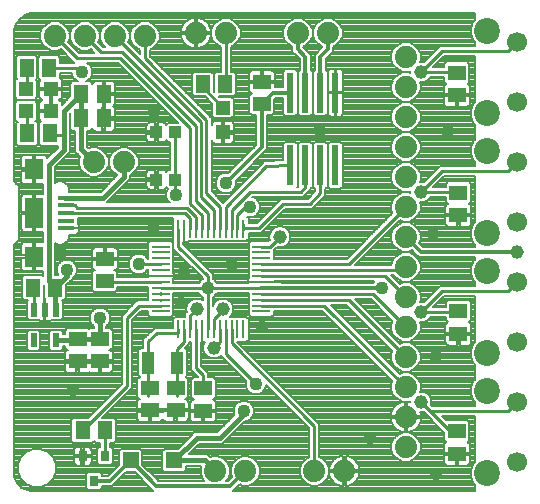
<source format=gtl>
G75*
%MOIN*%
%OFA0B0*%
%FSLAX25Y25*%
%IPPOS*%
%LPD*%
%AMOC8*
5,1,8,0,0,1.08239X$1,22.5*
%
%ADD10R,0.04882X0.05906*%
%ADD11R,0.05906X0.04882*%
%ADD12R,0.04724X0.04724*%
%ADD13R,0.03937X0.03937*%
%ADD14R,0.02165X0.04724*%
%ADD15R,0.04331X0.07480*%
%ADD16R,0.05906X0.05118*%
%ADD17R,0.01102X0.05906*%
%ADD18R,0.05906X0.01102*%
%ADD19R,0.05709X0.01575*%
%ADD20R,0.05906X0.07087*%
%ADD21R,0.05906X0.09843*%
%ADD22C,0.07400*%
%ADD23R,0.02400X0.13200*%
%ADD24C,0.08661*%
%ADD25C,0.06693*%
%ADD26R,0.03150X0.03543*%
%ADD27R,0.05512X0.05512*%
%ADD28R,0.05118X0.05906*%
%ADD29C,0.04362*%
%ADD30C,0.00800*%
%ADD31C,0.01000*%
%ADD32C,0.04559*%
%ADD33C,0.01200*%
%ADD34C,0.01600*%
D10*
X0021042Y0074464D03*
X0028523Y0074464D03*
X0026587Y0125900D03*
X0019106Y0125900D03*
X0037106Y0130900D03*
X0044587Y0130900D03*
X0044634Y0139121D03*
X0037154Y0139121D03*
X0026395Y0147860D03*
X0018914Y0147860D03*
X0077606Y0142400D03*
X0085087Y0142400D03*
D11*
X0097346Y0143140D03*
X0097346Y0135660D03*
X0044982Y0084148D03*
X0044982Y0076668D03*
X0043408Y0057419D03*
X0035946Y0057388D03*
X0035946Y0049908D03*
X0043408Y0049939D03*
X0059972Y0041078D03*
X0059972Y0033598D03*
X0068590Y0033652D03*
X0068590Y0041132D03*
X0077815Y0040932D03*
X0077815Y0033452D03*
D12*
X0084346Y0126266D03*
X0084346Y0134534D03*
X0026980Y0133400D03*
X0026980Y0140791D03*
X0018713Y0140791D03*
X0018713Y0133400D03*
D13*
X0062221Y0126274D03*
X0068520Y0126274D03*
X0068520Y0110526D03*
X0062221Y0110526D03*
D14*
X0028735Y0067159D03*
X0024994Y0067159D03*
X0021254Y0067159D03*
X0021254Y0056922D03*
X0028735Y0056922D03*
D15*
X0059558Y0049488D03*
X0069007Y0049488D03*
D16*
X0162346Y0026640D03*
X0162346Y0019160D03*
X0162846Y0059160D03*
X0162846Y0066640D03*
X0162846Y0098660D03*
X0162846Y0106140D03*
X0162346Y0138660D03*
X0162346Y0146140D03*
D17*
X0091173Y0094132D03*
X0089205Y0094132D03*
X0087236Y0094132D03*
X0085268Y0094132D03*
X0083299Y0094132D03*
X0081331Y0094132D03*
X0079362Y0094132D03*
X0077394Y0094132D03*
X0075425Y0094132D03*
X0073457Y0094132D03*
X0071488Y0094132D03*
X0069520Y0094132D03*
X0069520Y0060668D03*
X0071488Y0060668D03*
X0073457Y0060668D03*
X0075425Y0060668D03*
X0077394Y0060668D03*
X0079362Y0060668D03*
X0081331Y0060668D03*
X0083299Y0060668D03*
X0085268Y0060668D03*
X0087236Y0060668D03*
X0089205Y0060668D03*
X0091173Y0060668D03*
D18*
X0097079Y0066573D03*
X0097079Y0068542D03*
X0097079Y0070510D03*
X0097079Y0072479D03*
X0097079Y0074447D03*
X0097079Y0076416D03*
X0097079Y0078384D03*
X0097079Y0080353D03*
X0097079Y0082321D03*
X0097079Y0084290D03*
X0097079Y0086258D03*
X0097079Y0088227D03*
X0063614Y0088227D03*
X0063614Y0086258D03*
X0063614Y0084290D03*
X0063614Y0082321D03*
X0063614Y0080353D03*
X0063614Y0078384D03*
X0063614Y0076416D03*
X0063614Y0074447D03*
X0063614Y0072479D03*
X0063614Y0070510D03*
X0063614Y0068542D03*
X0063614Y0066573D03*
D19*
X0032075Y0094282D03*
X0032075Y0096841D03*
X0032075Y0099400D03*
X0032075Y0101959D03*
X0032075Y0104518D03*
D20*
X0021346Y0113908D03*
X0021346Y0084892D03*
D21*
X0021346Y0099400D03*
D22*
X0041346Y0116400D03*
X0051346Y0116400D03*
X0048346Y0158400D03*
X0038346Y0158400D03*
X0028346Y0158400D03*
X0058346Y0158400D03*
X0075346Y0159400D03*
X0085346Y0159400D03*
X0109346Y0159400D03*
X0119346Y0159400D03*
X0145346Y0151400D03*
X0145346Y0141400D03*
X0145346Y0131400D03*
X0145346Y0121400D03*
X0145346Y0111400D03*
X0145346Y0101400D03*
X0145346Y0091400D03*
X0145346Y0081400D03*
X0145346Y0071400D03*
X0145346Y0061400D03*
X0145346Y0051400D03*
X0145346Y0041400D03*
X0145346Y0031400D03*
X0145346Y0021400D03*
X0124846Y0013400D03*
X0114846Y0013400D03*
X0091846Y0013400D03*
X0081846Y0013400D03*
D23*
X0106846Y0115300D03*
X0111846Y0115300D03*
X0116846Y0115300D03*
X0121846Y0115300D03*
X0121846Y0139500D03*
X0116846Y0139500D03*
X0111846Y0139500D03*
X0106846Y0139500D03*
D24*
X0172504Y0132620D03*
X0172504Y0120180D03*
X0172504Y0092620D03*
X0172504Y0080180D03*
X0172504Y0052620D03*
X0172504Y0040180D03*
X0172504Y0012620D03*
X0172504Y0160180D03*
D25*
X0182346Y0156243D03*
X0182346Y0136557D03*
X0182346Y0116243D03*
X0182346Y0096557D03*
X0182346Y0076243D03*
X0182346Y0056557D03*
X0182346Y0036243D03*
X0182346Y0016557D03*
D26*
X0045087Y0018337D03*
X0037606Y0018337D03*
X0041346Y0010069D03*
D27*
X0053563Y0016900D03*
X0068130Y0016900D03*
D28*
X0045087Y0026900D03*
X0037606Y0026900D03*
D29*
X0034346Y0040400D03*
X0043386Y0064439D03*
X0032346Y0080400D03*
X0030346Y0086400D03*
X0056346Y0082400D03*
X0061346Y0094400D03*
X0068846Y0105440D03*
X0085346Y0109400D03*
X0093346Y0101400D03*
X0087346Y0082400D03*
X0079346Y0074400D03*
X0071346Y0079400D03*
X0070346Y0069400D03*
X0097346Y0061400D03*
X0095346Y0042400D03*
X0091346Y0033400D03*
X0133346Y0024400D03*
X0155346Y0012400D03*
X0155346Y0051400D03*
X0137346Y0074400D03*
X0154346Y0092400D03*
X0159346Y0126400D03*
X0116846Y0126900D03*
X0061346Y0133400D03*
X0037385Y0146438D03*
D30*
X0014854Y0011307D02*
X0015690Y0009289D01*
X0017235Y0007744D01*
X0019254Y0006908D01*
X0020346Y0006800D01*
X0061117Y0006800D01*
X0054973Y0012944D01*
X0052153Y0012944D01*
X0047478Y0008269D01*
X0044121Y0008269D01*
X0044121Y0007801D01*
X0043418Y0007098D01*
X0039275Y0007098D01*
X0038572Y0007801D01*
X0038572Y0012338D01*
X0039275Y0013041D01*
X0043418Y0013041D01*
X0044121Y0012338D01*
X0044121Y0011869D01*
X0045987Y0011869D01*
X0049607Y0015490D01*
X0049607Y0020153D01*
X0050310Y0020856D01*
X0056816Y0020856D01*
X0057519Y0020153D01*
X0057519Y0015490D01*
X0062909Y0010100D01*
X0078217Y0010100D01*
X0077692Y0010624D01*
X0076946Y0012425D01*
X0076946Y0014375D01*
X0077164Y0014900D01*
X0072086Y0014900D01*
X0072086Y0013647D01*
X0071383Y0012944D01*
X0064877Y0012944D01*
X0064174Y0013647D01*
X0064174Y0020153D01*
X0064877Y0020856D01*
X0069257Y0020856D01*
X0073630Y0025228D01*
X0074801Y0026400D01*
X0082518Y0026400D01*
X0088223Y0032105D01*
X0087965Y0032727D01*
X0087965Y0034073D01*
X0088480Y0035315D01*
X0089431Y0036266D01*
X0090674Y0036781D01*
X0092019Y0036781D01*
X0093262Y0036266D01*
X0094213Y0035315D01*
X0094728Y0034073D01*
X0094728Y0032727D01*
X0094213Y0031485D01*
X0093262Y0030534D01*
X0092019Y0030019D01*
X0091794Y0030019D01*
X0085346Y0023572D01*
X0085346Y0023572D01*
X0084175Y0022400D01*
X0076458Y0022400D01*
X0072958Y0018900D01*
X0079175Y0018900D01*
X0080096Y0017979D01*
X0080872Y0018300D01*
X0082821Y0018300D01*
X0084622Y0017554D01*
X0086000Y0016176D01*
X0086746Y0014375D01*
X0086746Y0012425D01*
X0086000Y0010624D01*
X0085476Y0010100D01*
X0086001Y0010100D01*
X0087351Y0011450D01*
X0086946Y0012425D01*
X0086946Y0014375D01*
X0087692Y0016176D01*
X0089071Y0017554D01*
X0090872Y0018300D01*
X0092821Y0018300D01*
X0094622Y0017554D01*
X0096000Y0016176D01*
X0096746Y0014375D01*
X0096746Y0012425D01*
X0096000Y0010624D01*
X0094622Y0009246D01*
X0092821Y0008500D01*
X0090872Y0008500D01*
X0089896Y0008904D01*
X0087792Y0006800D01*
X0168346Y0006800D01*
X0168346Y0008956D01*
X0167815Y0009488D01*
X0166973Y0011520D01*
X0166973Y0013721D01*
X0167815Y0015753D01*
X0168346Y0016285D01*
X0168346Y0031700D01*
X0157451Y0031700D01*
X0158824Y0030327D01*
X0158897Y0030399D01*
X0165796Y0030399D01*
X0166499Y0029696D01*
X0166499Y0023584D01*
X0165902Y0022987D01*
X0166159Y0022839D01*
X0166419Y0022579D01*
X0166604Y0022259D01*
X0166699Y0021903D01*
X0166699Y0019560D01*
X0162746Y0019560D01*
X0162746Y0018760D01*
X0162746Y0015201D01*
X0165484Y0015201D01*
X0165840Y0015296D01*
X0166159Y0015481D01*
X0166419Y0015741D01*
X0166604Y0016060D01*
X0166699Y0016416D01*
X0166699Y0018760D01*
X0162746Y0018760D01*
X0161946Y0018760D01*
X0157994Y0018760D01*
X0157994Y0016416D01*
X0158089Y0016060D01*
X0158273Y0015741D01*
X0158534Y0015481D01*
X0158853Y0015296D01*
X0159209Y0015201D01*
X0161946Y0015201D01*
X0161946Y0018760D01*
X0161946Y0019560D01*
X0157994Y0019560D01*
X0157994Y0021903D01*
X0158089Y0022259D01*
X0158273Y0022579D01*
X0158534Y0022839D01*
X0158791Y0022987D01*
X0158194Y0023584D01*
X0158194Y0026149D01*
X0151646Y0032696D01*
X0151310Y0033033D01*
X0151039Y0032920D01*
X0150215Y0032920D01*
X0150321Y0032594D01*
X0150446Y0031801D01*
X0150446Y0031800D01*
X0145747Y0031800D01*
X0145747Y0031000D01*
X0150446Y0031000D01*
X0150446Y0030999D01*
X0150321Y0030206D01*
X0150073Y0029442D01*
X0149708Y0028727D01*
X0149237Y0028078D01*
X0148669Y0027510D01*
X0148019Y0027038D01*
X0147304Y0026674D01*
X0146541Y0026426D01*
X0145748Y0026300D01*
X0145746Y0026300D01*
X0145746Y0031000D01*
X0144946Y0031000D01*
X0140246Y0031000D01*
X0140246Y0030999D01*
X0140372Y0030206D01*
X0140620Y0029442D01*
X0140985Y0028727D01*
X0141456Y0028078D01*
X0142024Y0027510D01*
X0142673Y0027038D01*
X0143389Y0026674D01*
X0144152Y0026426D01*
X0144945Y0026300D01*
X0144946Y0026300D01*
X0144946Y0031000D01*
X0144946Y0031800D01*
X0140246Y0031800D01*
X0140246Y0031801D01*
X0140372Y0032594D01*
X0140620Y0033358D01*
X0140985Y0034073D01*
X0141456Y0034722D01*
X0142024Y0035290D01*
X0142673Y0035762D01*
X0143389Y0036126D01*
X0144152Y0036374D01*
X0144945Y0036500D01*
X0144946Y0036500D01*
X0144946Y0031800D01*
X0145746Y0031800D01*
X0145746Y0036500D01*
X0145748Y0036500D01*
X0146541Y0036374D01*
X0146867Y0036268D01*
X0146867Y0036726D01*
X0146321Y0036500D01*
X0144372Y0036500D01*
X0142571Y0037246D01*
X0141192Y0038624D01*
X0140446Y0040425D01*
X0140446Y0042375D01*
X0140892Y0043450D01*
X0117501Y0066842D01*
X0101231Y0066842D01*
X0101231Y0065525D01*
X0100529Y0064822D01*
X0093629Y0064822D01*
X0092926Y0065525D01*
X0092926Y0072747D01*
X0084401Y0072747D01*
X0082313Y0072728D01*
X0082213Y0072485D01*
X0081262Y0071534D01*
X0081046Y0071444D01*
X0081046Y0070104D01*
X0081062Y0070088D01*
X0081062Y0068503D01*
X0081397Y0069310D01*
X0082375Y0070289D01*
X0083654Y0070819D01*
X0085039Y0070819D01*
X0086317Y0070289D01*
X0087296Y0069310D01*
X0087826Y0068031D01*
X0087826Y0066647D01*
X0087296Y0065368D01*
X0086748Y0064820D01*
X0092221Y0064820D01*
X0092924Y0064118D01*
X0092924Y0057218D01*
X0092221Y0056515D01*
X0089110Y0056515D01*
X0115551Y0030074D01*
X0116546Y0029079D01*
X0116546Y0018000D01*
X0117622Y0017554D01*
X0119000Y0016176D01*
X0119746Y0014375D01*
X0119746Y0012425D01*
X0119000Y0010624D01*
X0117622Y0009246D01*
X0115821Y0008500D01*
X0113872Y0008500D01*
X0112071Y0009246D01*
X0110692Y0010624D01*
X0109946Y0012425D01*
X0109946Y0014375D01*
X0110692Y0016176D01*
X0112071Y0017554D01*
X0113146Y0018000D01*
X0113146Y0027670D01*
X0098728Y0042089D01*
X0098728Y0041727D01*
X0098213Y0040485D01*
X0097262Y0039534D01*
X0096019Y0039019D01*
X0094674Y0039019D01*
X0093431Y0039534D01*
X0092480Y0040485D01*
X0091965Y0041727D01*
X0091965Y0043073D01*
X0092055Y0043288D01*
X0083578Y0051764D01*
X0083317Y0051503D01*
X0082039Y0050973D01*
X0080654Y0050973D01*
X0079375Y0051503D01*
X0078397Y0052482D01*
X0077867Y0053761D01*
X0077867Y0055145D01*
X0078379Y0056382D01*
X0078129Y0056315D01*
X0077394Y0056315D01*
X0077394Y0060668D01*
X0077394Y0060668D01*
X0077394Y0056315D01*
X0077125Y0056315D01*
X0077125Y0048526D01*
X0078519Y0047132D01*
X0079515Y0046136D01*
X0079515Y0044573D01*
X0081265Y0044573D01*
X0081968Y0043870D01*
X0081968Y0037994D01*
X0081265Y0037291D01*
X0080958Y0037291D01*
X0081308Y0037197D01*
X0081628Y0037013D01*
X0081888Y0036752D01*
X0082072Y0036433D01*
X0082168Y0036077D01*
X0082168Y0033852D01*
X0078215Y0033852D01*
X0078215Y0033052D01*
X0078215Y0029611D01*
X0080952Y0029611D01*
X0081308Y0029706D01*
X0081628Y0029891D01*
X0081888Y0030151D01*
X0082072Y0030471D01*
X0082168Y0030827D01*
X0082168Y0033052D01*
X0078215Y0033052D01*
X0077415Y0033052D01*
X0073462Y0033052D01*
X0073462Y0030827D01*
X0073558Y0030471D01*
X0073742Y0030151D01*
X0074003Y0029891D01*
X0074322Y0029706D01*
X0074678Y0029611D01*
X0077415Y0029611D01*
X0077415Y0033052D01*
X0077415Y0033852D01*
X0073462Y0033852D01*
X0073462Y0036077D01*
X0073558Y0036433D01*
X0073742Y0036752D01*
X0074003Y0037013D01*
X0074322Y0037197D01*
X0074672Y0037291D01*
X0074365Y0037291D01*
X0073662Y0037994D01*
X0073662Y0043870D01*
X0074365Y0044573D01*
X0076115Y0044573D01*
X0076115Y0044728D01*
X0073725Y0047118D01*
X0073725Y0056515D01*
X0073188Y0056515D01*
X0073188Y0055696D01*
X0071795Y0054303D01*
X0072372Y0053725D01*
X0072372Y0045251D01*
X0071895Y0044773D01*
X0072040Y0044773D01*
X0072743Y0044070D01*
X0072743Y0038194D01*
X0072040Y0037491D01*
X0071733Y0037491D01*
X0072084Y0037397D01*
X0072403Y0037213D01*
X0072663Y0036952D01*
X0072848Y0036633D01*
X0072943Y0036277D01*
X0072943Y0034052D01*
X0068990Y0034052D01*
X0068990Y0033252D01*
X0068990Y0029811D01*
X0071728Y0029811D01*
X0072084Y0029906D01*
X0072403Y0030091D01*
X0072663Y0030351D01*
X0072848Y0030671D01*
X0072943Y0031027D01*
X0072943Y0033252D01*
X0068990Y0033252D01*
X0068190Y0033252D01*
X0064238Y0033252D01*
X0064238Y0033198D01*
X0060372Y0033198D01*
X0060372Y0029757D01*
X0063110Y0029757D01*
X0063466Y0029852D01*
X0063785Y0030037D01*
X0064045Y0030297D01*
X0064230Y0030617D01*
X0064289Y0030836D01*
X0064333Y0030671D01*
X0064517Y0030351D01*
X0064778Y0030091D01*
X0065097Y0029906D01*
X0065453Y0029811D01*
X0068190Y0029811D01*
X0068190Y0033252D01*
X0068190Y0034052D01*
X0064325Y0034052D01*
X0064325Y0033998D01*
X0060372Y0033998D01*
X0060372Y0033198D01*
X0059572Y0033198D01*
X0055620Y0033198D01*
X0055620Y0030973D01*
X0055715Y0030617D01*
X0055899Y0030297D01*
X0056160Y0030037D01*
X0056479Y0029852D01*
X0056835Y0029757D01*
X0059572Y0029757D01*
X0059572Y0033198D01*
X0059572Y0033998D01*
X0055620Y0033998D01*
X0055620Y0036223D01*
X0055715Y0036579D01*
X0055899Y0036898D01*
X0056160Y0037159D01*
X0056479Y0037343D01*
X0056830Y0037437D01*
X0056523Y0037437D01*
X0055820Y0038140D01*
X0055820Y0044016D01*
X0056523Y0044719D01*
X0056724Y0044719D01*
X0056193Y0045251D01*
X0056193Y0053725D01*
X0056896Y0054428D01*
X0057858Y0054428D01*
X0057858Y0057316D01*
X0061642Y0061100D01*
X0067769Y0061100D01*
X0067769Y0064118D01*
X0068471Y0064820D01*
X0071757Y0064820D01*
X0071757Y0065954D01*
X0072240Y0066437D01*
X0072128Y0066708D01*
X0072128Y0068092D01*
X0072657Y0069371D01*
X0073636Y0070350D01*
X0074915Y0070880D01*
X0076299Y0070880D01*
X0077578Y0070350D01*
X0077646Y0070281D01*
X0077646Y0071444D01*
X0077431Y0071534D01*
X0076480Y0072485D01*
X0076391Y0072700D01*
X0067767Y0072700D01*
X0067767Y0065525D01*
X0067064Y0064822D01*
X0060164Y0064822D01*
X0059461Y0065525D01*
X0059461Y0066842D01*
X0057192Y0066842D01*
X0054046Y0063696D01*
X0054046Y0040936D01*
X0044163Y0031053D01*
X0048143Y0031053D01*
X0048846Y0030350D01*
X0048846Y0023450D01*
X0048143Y0022747D01*
X0046787Y0022747D01*
X0046787Y0021309D01*
X0047158Y0021309D01*
X0047861Y0020606D01*
X0047861Y0016068D01*
X0047158Y0015365D01*
X0043015Y0015365D01*
X0042312Y0016068D01*
X0042312Y0020606D01*
X0043015Y0021309D01*
X0043387Y0021309D01*
X0043387Y0022747D01*
X0042030Y0022747D01*
X0041346Y0023431D01*
X0040662Y0022747D01*
X0034550Y0022747D01*
X0033847Y0023450D01*
X0033847Y0030350D01*
X0034550Y0031053D01*
X0039355Y0031053D01*
X0050646Y0042344D01*
X0050646Y0065104D01*
X0054788Y0069246D01*
X0055784Y0070242D01*
X0059461Y0070242D01*
X0059461Y0074716D01*
X0049135Y0074716D01*
X0049135Y0073730D01*
X0048432Y0073027D01*
X0041533Y0073027D01*
X0040830Y0073730D01*
X0040830Y0079606D01*
X0041533Y0080309D01*
X0041840Y0080309D01*
X0041489Y0080403D01*
X0041170Y0080587D01*
X0040909Y0080848D01*
X0040725Y0081167D01*
X0040630Y0081523D01*
X0040630Y0083748D01*
X0044582Y0083748D01*
X0044582Y0084548D01*
X0040630Y0084548D01*
X0040630Y0086773D01*
X0040725Y0087129D01*
X0040909Y0087449D01*
X0041170Y0087709D01*
X0041489Y0087894D01*
X0041845Y0087989D01*
X0044582Y0087989D01*
X0044582Y0084548D01*
X0045382Y0084548D01*
X0045382Y0087989D01*
X0048120Y0087989D01*
X0048476Y0087894D01*
X0048795Y0087709D01*
X0049055Y0087449D01*
X0049240Y0087129D01*
X0049335Y0086773D01*
X0049335Y0084548D01*
X0045383Y0084548D01*
X0045383Y0083748D01*
X0049335Y0083748D01*
X0049335Y0081523D01*
X0049240Y0081167D01*
X0049055Y0080848D01*
X0048795Y0080587D01*
X0048476Y0080403D01*
X0048125Y0080309D01*
X0048432Y0080309D01*
X0049135Y0079606D01*
X0049135Y0078116D01*
X0059261Y0078116D01*
X0059261Y0078384D01*
X0063614Y0078384D01*
X0063614Y0078384D01*
X0059261Y0078384D01*
X0059261Y0079120D01*
X0059357Y0079476D01*
X0059461Y0079657D01*
X0059461Y0080621D01*
X0059269Y0080621D01*
X0059213Y0080485D01*
X0058262Y0079534D01*
X0057019Y0079019D01*
X0055674Y0079019D01*
X0054431Y0079534D01*
X0053480Y0080485D01*
X0052965Y0081727D01*
X0052965Y0083073D01*
X0053480Y0084315D01*
X0054431Y0085266D01*
X0055674Y0085781D01*
X0057019Y0085781D01*
X0058262Y0085266D01*
X0059213Y0084315D01*
X0059335Y0084021D01*
X0059461Y0084021D01*
X0059461Y0089275D01*
X0060164Y0089978D01*
X0067064Y0089978D01*
X0067767Y0089275D01*
X0067767Y0079657D01*
X0067872Y0079476D01*
X0067967Y0079120D01*
X0067967Y0078384D01*
X0063614Y0078384D01*
X0063614Y0078384D01*
X0067967Y0078384D01*
X0067967Y0077649D01*
X0067872Y0077293D01*
X0067767Y0077112D01*
X0067767Y0076100D01*
X0076391Y0076100D01*
X0076480Y0076315D01*
X0077431Y0077266D01*
X0077646Y0077355D01*
X0077646Y0077696D01*
X0067820Y0087523D01*
X0067820Y0090631D01*
X0067769Y0090682D01*
X0067769Y0097582D01*
X0067886Y0097700D01*
X0036129Y0097700D01*
X0036129Y0095791D01*
X0036234Y0095610D01*
X0036329Y0095254D01*
X0036329Y0094282D01*
X0032075Y0094282D01*
X0032075Y0094282D01*
X0036329Y0094282D01*
X0036329Y0093310D01*
X0036234Y0092954D01*
X0036049Y0092635D01*
X0035789Y0092374D01*
X0035470Y0092190D01*
X0035113Y0092094D01*
X0033081Y0092094D01*
X0033081Y0091308D01*
X0032613Y0090179D01*
X0031749Y0089314D01*
X0030619Y0088846D01*
X0029397Y0088846D01*
X0028346Y0089281D01*
X0028346Y0078617D01*
X0029425Y0078617D01*
X0028965Y0079727D01*
X0028965Y0081073D01*
X0029480Y0082315D01*
X0030431Y0083266D01*
X0031674Y0083781D01*
X0033019Y0083781D01*
X0034262Y0083266D01*
X0035213Y0082315D01*
X0035728Y0081073D01*
X0035728Y0079727D01*
X0035213Y0078485D01*
X0034346Y0077618D01*
X0034346Y0077459D01*
X0033175Y0076288D01*
X0032164Y0075277D01*
X0032164Y0071014D01*
X0031461Y0070311D01*
X0030724Y0070311D01*
X0031017Y0070018D01*
X0031017Y0064299D01*
X0030314Y0063596D01*
X0027155Y0063596D01*
X0027006Y0063745D01*
X0026937Y0063676D01*
X0026618Y0063492D01*
X0026261Y0063396D01*
X0025136Y0063396D01*
X0025136Y0067017D01*
X0024853Y0067017D01*
X0024853Y0063396D01*
X0023727Y0063396D01*
X0023371Y0063492D01*
X0023052Y0063676D01*
X0022983Y0063745D01*
X0022834Y0063596D01*
X0019675Y0063596D01*
X0018972Y0064299D01*
X0018972Y0070018D01*
X0019265Y0070311D01*
X0018104Y0070311D01*
X0017401Y0071014D01*
X0017401Y0077914D01*
X0018104Y0078617D01*
X0023980Y0078617D01*
X0024346Y0078251D01*
X0024346Y0079949D01*
X0021746Y0079949D01*
X0021746Y0084492D01*
X0020946Y0084492D01*
X0016994Y0084492D01*
X0016994Y0081164D01*
X0017089Y0080808D01*
X0017273Y0080489D01*
X0017534Y0080229D01*
X0017853Y0080044D01*
X0018209Y0079949D01*
X0020946Y0079949D01*
X0020946Y0084492D01*
X0020946Y0085292D01*
X0016994Y0085292D01*
X0016994Y0088620D01*
X0017089Y0088976D01*
X0017273Y0089295D01*
X0017534Y0089556D01*
X0017853Y0089740D01*
X0018209Y0089835D01*
X0020946Y0089835D01*
X0020946Y0085292D01*
X0021746Y0085292D01*
X0021746Y0089835D01*
X0024346Y0089835D01*
X0024346Y0093079D01*
X0021746Y0093079D01*
X0021746Y0099000D01*
X0020946Y0099000D01*
X0016994Y0099000D01*
X0016994Y0094294D01*
X0017089Y0093938D01*
X0017273Y0093619D01*
X0017534Y0093358D01*
X0017853Y0093174D01*
X0018209Y0093079D01*
X0020946Y0093079D01*
X0020946Y0099000D01*
X0020946Y0099800D01*
X0016994Y0099800D01*
X0016994Y0104506D01*
X0017089Y0104862D01*
X0017273Y0105181D01*
X0017534Y0105442D01*
X0017853Y0105626D01*
X0018209Y0105721D01*
X0020946Y0105721D01*
X0020946Y0099800D01*
X0021746Y0099800D01*
X0021746Y0105721D01*
X0024346Y0105721D01*
X0024346Y0108965D01*
X0021746Y0108965D01*
X0021746Y0113508D01*
X0020946Y0113508D01*
X0016994Y0113508D01*
X0016994Y0110180D01*
X0017089Y0109824D01*
X0017273Y0109505D01*
X0017534Y0109244D01*
X0017853Y0109060D01*
X0018209Y0108965D01*
X0020946Y0108965D01*
X0020946Y0113508D01*
X0020946Y0114308D01*
X0016994Y0114308D01*
X0016994Y0117635D01*
X0017089Y0117992D01*
X0017273Y0118311D01*
X0017534Y0118571D01*
X0017853Y0118756D01*
X0018209Y0118851D01*
X0020946Y0118851D01*
X0020946Y0114308D01*
X0021746Y0114308D01*
X0021746Y0118851D01*
X0024484Y0118851D01*
X0024840Y0118756D01*
X0025159Y0118571D01*
X0025419Y0118311D01*
X0025604Y0117992D01*
X0025699Y0117635D01*
X0025699Y0117581D01*
X0029346Y0121228D01*
X0029346Y0121747D01*
X0023649Y0121747D01*
X0022946Y0122450D01*
X0022946Y0129350D01*
X0023636Y0130040D01*
X0023498Y0130178D01*
X0023314Y0130497D01*
X0023218Y0130853D01*
X0023218Y0133000D01*
X0026580Y0133000D01*
X0026580Y0133800D01*
X0023218Y0133800D01*
X0023218Y0135947D01*
X0023314Y0136303D01*
X0023498Y0136622D01*
X0023758Y0136882D01*
X0024078Y0137067D01*
X0024184Y0137095D01*
X0024078Y0137124D01*
X0023758Y0137308D01*
X0023498Y0137569D01*
X0023314Y0137888D01*
X0023218Y0138244D01*
X0023218Y0140391D01*
X0026580Y0140391D01*
X0026580Y0141190D01*
X0023218Y0141190D01*
X0023218Y0143337D01*
X0023314Y0143693D01*
X0023371Y0143793D01*
X0022754Y0144410D01*
X0022754Y0151310D01*
X0023457Y0152013D01*
X0029333Y0152013D01*
X0030036Y0151310D01*
X0030036Y0149560D01*
X0034782Y0149560D01*
X0030397Y0153946D01*
X0029321Y0153500D01*
X0027372Y0153500D01*
X0025571Y0154246D01*
X0024192Y0155624D01*
X0023446Y0157425D01*
X0023446Y0159375D01*
X0024192Y0161176D01*
X0025571Y0162554D01*
X0027372Y0163300D01*
X0029321Y0163300D01*
X0031122Y0162554D01*
X0032500Y0161176D01*
X0033246Y0159375D01*
X0033246Y0157425D01*
X0032801Y0156350D01*
X0036351Y0152800D01*
X0041542Y0152800D01*
X0040397Y0153946D01*
X0039321Y0153500D01*
X0037372Y0153500D01*
X0035571Y0154246D01*
X0034192Y0155624D01*
X0033446Y0157425D01*
X0033446Y0159375D01*
X0034192Y0161176D01*
X0035571Y0162554D01*
X0037372Y0163300D01*
X0039321Y0163300D01*
X0041122Y0162554D01*
X0042500Y0161176D01*
X0043246Y0159375D01*
X0043246Y0157425D01*
X0042801Y0156350D01*
X0044551Y0154600D01*
X0045217Y0154600D01*
X0044192Y0155624D01*
X0043446Y0157425D01*
X0043446Y0159375D01*
X0044192Y0161176D01*
X0045571Y0162554D01*
X0047372Y0163300D01*
X0049321Y0163300D01*
X0051122Y0162554D01*
X0052500Y0161176D01*
X0053246Y0159375D01*
X0053246Y0157425D01*
X0052801Y0156350D01*
X0056646Y0152504D01*
X0056646Y0153800D01*
X0055571Y0154246D01*
X0054192Y0155624D01*
X0053446Y0157425D01*
X0053446Y0159375D01*
X0054192Y0161176D01*
X0055571Y0162554D01*
X0057372Y0163300D01*
X0059321Y0163300D01*
X0061122Y0162554D01*
X0062500Y0161176D01*
X0063246Y0159375D01*
X0063246Y0157425D01*
X0062500Y0155624D01*
X0061122Y0154246D01*
X0060046Y0153800D01*
X0060046Y0151677D01*
X0080592Y0131131D01*
X0080592Y0128842D01*
X0080680Y0129169D01*
X0080864Y0129488D01*
X0081125Y0129749D01*
X0081444Y0129933D01*
X0081800Y0130028D01*
X0083946Y0130028D01*
X0083946Y0126666D01*
X0084746Y0126666D01*
X0084746Y0130028D01*
X0086893Y0130028D01*
X0087249Y0129933D01*
X0087568Y0129749D01*
X0087829Y0129488D01*
X0088013Y0129169D01*
X0088109Y0128813D01*
X0088109Y0126666D01*
X0084746Y0126666D01*
X0084746Y0125866D01*
X0084746Y0122504D01*
X0086893Y0122504D01*
X0087249Y0122599D01*
X0087568Y0122784D01*
X0087829Y0123044D01*
X0088013Y0123364D01*
X0088109Y0123720D01*
X0088109Y0125866D01*
X0084746Y0125866D01*
X0083946Y0125866D01*
X0083946Y0122504D01*
X0081800Y0122504D01*
X0081444Y0122599D01*
X0081125Y0122784D01*
X0080864Y0123044D01*
X0080680Y0123364D01*
X0080592Y0123691D01*
X0080592Y0106650D01*
X0084353Y0102889D01*
X0097620Y0116157D01*
X0098075Y0116649D01*
X0098114Y0116651D01*
X0098142Y0116679D01*
X0098812Y0116679D01*
X0104446Y0116905D01*
X0104446Y0122397D01*
X0105149Y0123100D01*
X0108544Y0123100D01*
X0109246Y0122397D01*
X0109246Y0108203D01*
X0109143Y0108100D01*
X0109549Y0108100D01*
X0109446Y0108203D01*
X0109446Y0122397D01*
X0110149Y0123100D01*
X0113544Y0123100D01*
X0114246Y0122397D01*
X0114246Y0108203D01*
X0113546Y0107503D01*
X0113546Y0107196D01*
X0112046Y0105696D01*
X0111051Y0104700D01*
X0094215Y0104700D01*
X0095262Y0104266D01*
X0096213Y0103315D01*
X0096728Y0102073D01*
X0096728Y0100727D01*
X0096213Y0099485D01*
X0095262Y0098534D01*
X0094019Y0098019D01*
X0092674Y0098019D01*
X0092356Y0098151D01*
X0092924Y0097582D01*
X0092924Y0096100D01*
X0095642Y0096100D01*
X0102646Y0103104D01*
X0103642Y0104100D01*
X0112642Y0104100D01*
X0115146Y0106604D01*
X0115146Y0107503D01*
X0114446Y0108203D01*
X0114446Y0122397D01*
X0115149Y0123100D01*
X0118544Y0123100D01*
X0119246Y0122397D01*
X0119246Y0108203D01*
X0118546Y0107503D01*
X0118546Y0105196D01*
X0115046Y0101696D01*
X0114051Y0100700D01*
X0105051Y0100700D01*
X0097051Y0092700D01*
X0092924Y0092700D01*
X0092924Y0090682D01*
X0092221Y0089980D01*
X0072761Y0089980D01*
X0072580Y0089875D01*
X0072224Y0089780D01*
X0071488Y0089780D01*
X0071488Y0094132D01*
X0071488Y0094132D01*
X0071488Y0089780D01*
X0071220Y0089780D01*
X0071220Y0088931D01*
X0081046Y0079104D01*
X0081046Y0077355D01*
X0081262Y0077266D01*
X0082213Y0076315D01*
X0082291Y0076128D01*
X0083683Y0076141D01*
X0083690Y0076147D01*
X0084385Y0076147D01*
X0085082Y0076154D01*
X0085089Y0076147D01*
X0092726Y0076147D01*
X0092726Y0076416D01*
X0097079Y0076416D01*
X0101431Y0076416D01*
X0101431Y0076684D01*
X0134849Y0076684D01*
X0134480Y0076315D01*
X0134424Y0076179D01*
X0104161Y0076179D01*
X0104092Y0076247D01*
X0101431Y0076247D01*
X0101431Y0076416D01*
X0097079Y0076416D01*
X0097079Y0076416D01*
X0097079Y0076416D01*
X0092726Y0076416D01*
X0092726Y0077151D01*
X0092821Y0077507D01*
X0092926Y0077688D01*
X0092926Y0089275D01*
X0093629Y0089978D01*
X0099381Y0089978D01*
X0099910Y0090506D01*
X0099797Y0090777D01*
X0099797Y0092162D01*
X0100327Y0093441D01*
X0101306Y0094419D01*
X0102585Y0094949D01*
X0103969Y0094949D01*
X0105248Y0094419D01*
X0106227Y0093441D01*
X0106756Y0092162D01*
X0106756Y0090777D01*
X0106227Y0089499D01*
X0105248Y0088520D01*
X0103969Y0087990D01*
X0102585Y0087990D01*
X0102314Y0088102D01*
X0101231Y0087020D01*
X0101231Y0084021D01*
X0125564Y0084021D01*
X0140892Y0099350D01*
X0140446Y0100425D01*
X0140446Y0102375D01*
X0141192Y0104176D01*
X0142571Y0105554D01*
X0144372Y0106300D01*
X0146321Y0106300D01*
X0146867Y0106074D01*
X0146867Y0106726D01*
X0146321Y0106500D01*
X0144372Y0106500D01*
X0142571Y0107246D01*
X0141192Y0108624D01*
X0140446Y0110425D01*
X0140446Y0112375D01*
X0141192Y0114176D01*
X0142571Y0115554D01*
X0144372Y0116300D01*
X0146321Y0116300D01*
X0148122Y0115554D01*
X0149500Y0114176D01*
X0150246Y0112375D01*
X0150246Y0110425D01*
X0150020Y0109880D01*
X0151039Y0109880D01*
X0151310Y0109767D01*
X0155646Y0114104D01*
X0155646Y0114104D01*
X0156642Y0115100D01*
X0168346Y0115100D01*
X0168346Y0116515D01*
X0167815Y0117047D01*
X0166973Y0119079D01*
X0166973Y0121280D01*
X0167815Y0123312D01*
X0168346Y0123844D01*
X0168346Y0128956D01*
X0167815Y0129488D01*
X0166973Y0131520D01*
X0166973Y0133721D01*
X0167815Y0135753D01*
X0168346Y0136285D01*
X0168346Y0151700D01*
X0158051Y0151700D01*
X0154451Y0148100D01*
X0158194Y0148100D01*
X0158194Y0149196D01*
X0158897Y0149899D01*
X0165796Y0149899D01*
X0166499Y0149196D01*
X0166499Y0143084D01*
X0165902Y0142487D01*
X0166159Y0142339D01*
X0166419Y0142079D01*
X0166604Y0141759D01*
X0166699Y0141403D01*
X0166699Y0139060D01*
X0162746Y0139060D01*
X0162746Y0138260D01*
X0162746Y0134701D01*
X0165484Y0134701D01*
X0165840Y0134796D01*
X0166159Y0134981D01*
X0166419Y0135241D01*
X0166604Y0135560D01*
X0166699Y0135916D01*
X0166699Y0138260D01*
X0162746Y0138260D01*
X0161946Y0138260D01*
X0157994Y0138260D01*
X0157994Y0135916D01*
X0158089Y0135560D01*
X0158273Y0135241D01*
X0158534Y0134981D01*
X0158853Y0134796D01*
X0159209Y0134701D01*
X0161946Y0134701D01*
X0161946Y0138260D01*
X0161946Y0139060D01*
X0157994Y0139060D01*
X0157994Y0141403D01*
X0158089Y0141759D01*
X0158273Y0142079D01*
X0158534Y0142339D01*
X0158791Y0142487D01*
X0158194Y0143084D01*
X0158194Y0144700D01*
X0153408Y0144700D01*
X0153296Y0144429D01*
X0152317Y0143450D01*
X0151039Y0142920D01*
X0150020Y0142920D01*
X0150246Y0142375D01*
X0150246Y0140425D01*
X0149500Y0138624D01*
X0148122Y0137246D01*
X0146321Y0136500D01*
X0144372Y0136500D01*
X0142571Y0137246D01*
X0141192Y0138624D01*
X0140446Y0140425D01*
X0140446Y0142375D01*
X0141192Y0144176D01*
X0142571Y0145554D01*
X0144372Y0146300D01*
X0146321Y0146300D01*
X0146867Y0146074D01*
X0146867Y0146726D01*
X0146321Y0146500D01*
X0144372Y0146500D01*
X0142571Y0147246D01*
X0141192Y0148624D01*
X0140446Y0150425D01*
X0140446Y0152375D01*
X0141192Y0154176D01*
X0142571Y0155554D01*
X0144372Y0156300D01*
X0146321Y0156300D01*
X0148122Y0155554D01*
X0149500Y0154176D01*
X0150246Y0152375D01*
X0150246Y0150425D01*
X0150020Y0149880D01*
X0151039Y0149880D01*
X0151310Y0149767D01*
X0156642Y0155100D01*
X0168346Y0155100D01*
X0168346Y0156515D01*
X0167815Y0157047D01*
X0166973Y0159079D01*
X0166973Y0161280D01*
X0167815Y0163312D01*
X0168346Y0163844D01*
X0168346Y0166000D01*
X0021346Y0166000D01*
X0020314Y0165919D01*
X0018350Y0165281D01*
X0016680Y0164067D01*
X0015466Y0162396D01*
X0014828Y0160432D01*
X0014746Y0159400D01*
X0014746Y0109980D01*
X0015626Y0109100D01*
X0015626Y0109100D01*
X0016446Y0108280D01*
X0016446Y0090520D01*
X0014746Y0088820D01*
X0014746Y0012400D01*
X0014854Y0011307D01*
X0014992Y0010975D02*
X0016838Y0010975D01*
X0016921Y0010775D02*
X0018721Y0008974D01*
X0021073Y0008000D01*
X0023619Y0008000D01*
X0025972Y0008974D01*
X0027772Y0010775D01*
X0028746Y0013127D01*
X0028746Y0015673D01*
X0027772Y0018025D01*
X0025972Y0019826D01*
X0023619Y0020800D01*
X0021073Y0020800D01*
X0018721Y0019826D01*
X0016921Y0018025D01*
X0015946Y0015673D01*
X0015946Y0013127D01*
X0016921Y0010775D01*
X0017519Y0010176D02*
X0015323Y0010176D01*
X0015653Y0009378D02*
X0018318Y0009378D01*
X0019675Y0008579D02*
X0016400Y0008579D01*
X0017198Y0007781D02*
X0038592Y0007781D01*
X0038572Y0008579D02*
X0025018Y0008579D01*
X0026375Y0009378D02*
X0038572Y0009378D01*
X0038572Y0010176D02*
X0027174Y0010176D01*
X0027855Y0010975D02*
X0038572Y0010975D01*
X0038572Y0011773D02*
X0028186Y0011773D01*
X0028516Y0012572D02*
X0038805Y0012572D01*
X0039365Y0015165D02*
X0039721Y0015261D01*
X0040041Y0015445D01*
X0040301Y0015706D01*
X0040486Y0016025D01*
X0040581Y0016381D01*
X0040581Y0017950D01*
X0037994Y0017950D01*
X0037994Y0018724D01*
X0040581Y0018724D01*
X0040581Y0020293D01*
X0040486Y0020649D01*
X0040301Y0020968D01*
X0040041Y0021229D01*
X0039721Y0021413D01*
X0039365Y0021509D01*
X0037994Y0021509D01*
X0037994Y0018724D01*
X0037219Y0018724D01*
X0037219Y0017950D01*
X0034631Y0017950D01*
X0034631Y0016381D01*
X0034727Y0016025D01*
X0034911Y0015706D01*
X0035172Y0015445D01*
X0035491Y0015261D01*
X0035847Y0015165D01*
X0037219Y0015165D01*
X0037219Y0017950D01*
X0037994Y0017950D01*
X0037994Y0015165D01*
X0039365Y0015165D01*
X0040336Y0015766D02*
X0042614Y0015766D01*
X0042312Y0016564D02*
X0040581Y0016564D01*
X0040581Y0017363D02*
X0042312Y0017363D01*
X0042312Y0018161D02*
X0037994Y0018161D01*
X0037219Y0018161D02*
X0027636Y0018161D01*
X0028047Y0017363D02*
X0034631Y0017363D01*
X0034631Y0016564D02*
X0028377Y0016564D01*
X0028708Y0015766D02*
X0034877Y0015766D01*
X0037219Y0015766D02*
X0037994Y0015766D01*
X0037994Y0016564D02*
X0037219Y0016564D01*
X0037219Y0017363D02*
X0037994Y0017363D01*
X0037219Y0018724D02*
X0034631Y0018724D01*
X0034631Y0020293D01*
X0034727Y0020649D01*
X0034911Y0020968D01*
X0035172Y0021229D01*
X0035491Y0021413D01*
X0035847Y0021509D01*
X0037219Y0021509D01*
X0037219Y0018724D01*
X0037219Y0018960D02*
X0037994Y0018960D01*
X0037994Y0019758D02*
X0037219Y0019758D01*
X0037219Y0020557D02*
X0037994Y0020557D01*
X0037994Y0021355D02*
X0037219Y0021355D01*
X0035391Y0021355D02*
X0014746Y0021355D01*
X0014746Y0020557D02*
X0020486Y0020557D01*
X0018654Y0019758D02*
X0014746Y0019758D01*
X0014746Y0018960D02*
X0017855Y0018960D01*
X0017057Y0018161D02*
X0014746Y0018161D01*
X0014746Y0017363D02*
X0016646Y0017363D01*
X0016316Y0016564D02*
X0014746Y0016564D01*
X0014746Y0015766D02*
X0015985Y0015766D01*
X0015946Y0014967D02*
X0014746Y0014967D01*
X0014746Y0014169D02*
X0015946Y0014169D01*
X0015946Y0013370D02*
X0014746Y0013370D01*
X0014746Y0012572D02*
X0016176Y0012572D01*
X0016507Y0011773D02*
X0014808Y0011773D01*
X0019074Y0006982D02*
X0060935Y0006982D01*
X0060137Y0007781D02*
X0044101Y0007781D01*
X0047788Y0008579D02*
X0059338Y0008579D01*
X0058540Y0009378D02*
X0048586Y0009378D01*
X0049385Y0010176D02*
X0057741Y0010176D01*
X0056943Y0010975D02*
X0050183Y0010975D01*
X0050982Y0011773D02*
X0056144Y0011773D01*
X0055346Y0012572D02*
X0051780Y0012572D01*
X0049085Y0014967D02*
X0028746Y0014967D01*
X0028746Y0014169D02*
X0048286Y0014169D01*
X0047488Y0013370D02*
X0028746Y0013370D01*
X0026838Y0018960D02*
X0034631Y0018960D01*
X0034631Y0019758D02*
X0026039Y0019758D01*
X0024207Y0020557D02*
X0034702Y0020557D01*
X0034345Y0022952D02*
X0014746Y0022952D01*
X0014746Y0022154D02*
X0043387Y0022154D01*
X0043387Y0021355D02*
X0039822Y0021355D01*
X0040510Y0020557D02*
X0042312Y0020557D01*
X0042312Y0019758D02*
X0040581Y0019758D01*
X0040581Y0018960D02*
X0042312Y0018960D01*
X0041825Y0022952D02*
X0040868Y0022952D01*
X0046787Y0022154D02*
X0070555Y0022154D01*
X0069757Y0021355D02*
X0046787Y0021355D01*
X0047861Y0020557D02*
X0050011Y0020557D01*
X0049607Y0019758D02*
X0047861Y0019758D01*
X0047861Y0018960D02*
X0049607Y0018960D01*
X0049607Y0018161D02*
X0047861Y0018161D01*
X0047861Y0017363D02*
X0049607Y0017363D01*
X0049607Y0016564D02*
X0047861Y0016564D01*
X0047559Y0015766D02*
X0049607Y0015766D01*
X0046689Y0012572D02*
X0043888Y0012572D01*
X0048348Y0022952D02*
X0071354Y0022952D01*
X0072152Y0023751D02*
X0048846Y0023751D01*
X0048846Y0024549D02*
X0072951Y0024549D01*
X0073749Y0025348D02*
X0048846Y0025348D01*
X0048846Y0026146D02*
X0074548Y0026146D01*
X0073754Y0030139D02*
X0072451Y0030139D01*
X0072919Y0030937D02*
X0073462Y0030937D01*
X0073462Y0031736D02*
X0072943Y0031736D01*
X0072943Y0032534D02*
X0073462Y0032534D01*
X0073462Y0034132D02*
X0072943Y0034132D01*
X0072943Y0034930D02*
X0073462Y0034930D01*
X0073462Y0035729D02*
X0072943Y0035729D01*
X0072876Y0036527D02*
X0073612Y0036527D01*
X0074331Y0037326D02*
X0072208Y0037326D01*
X0072673Y0038124D02*
X0073662Y0038124D01*
X0073662Y0038923D02*
X0072743Y0038923D01*
X0072743Y0039721D02*
X0073662Y0039721D01*
X0073662Y0040520D02*
X0072743Y0040520D01*
X0072743Y0041318D02*
X0073662Y0041318D01*
X0073662Y0042117D02*
X0072743Y0042117D01*
X0072743Y0042915D02*
X0073662Y0042915D01*
X0073662Y0043714D02*
X0072743Y0043714D01*
X0072301Y0044512D02*
X0074304Y0044512D01*
X0075532Y0045311D02*
X0072372Y0045311D01*
X0072372Y0046109D02*
X0074734Y0046109D01*
X0073935Y0046908D02*
X0072372Y0046908D01*
X0072372Y0047706D02*
X0073725Y0047706D01*
X0073725Y0048505D02*
X0072372Y0048505D01*
X0072372Y0049303D02*
X0073725Y0049303D01*
X0073725Y0050102D02*
X0072372Y0050102D01*
X0072372Y0050900D02*
X0073725Y0050900D01*
X0073725Y0051699D02*
X0072372Y0051699D01*
X0072372Y0052497D02*
X0073725Y0052497D01*
X0073725Y0053296D02*
X0072372Y0053296D01*
X0072003Y0054094D02*
X0073725Y0054094D01*
X0073725Y0054893D02*
X0072385Y0054893D01*
X0073184Y0055691D02*
X0073725Y0055691D01*
X0073725Y0056490D02*
X0073188Y0056490D01*
X0077125Y0055691D02*
X0078093Y0055691D01*
X0077867Y0054893D02*
X0077125Y0054893D01*
X0077125Y0054094D02*
X0077867Y0054094D01*
X0078059Y0053296D02*
X0077125Y0053296D01*
X0077125Y0052497D02*
X0078390Y0052497D01*
X0079180Y0051699D02*
X0077125Y0051699D01*
X0077125Y0050900D02*
X0084442Y0050900D01*
X0085241Y0050102D02*
X0077125Y0050102D01*
X0077125Y0049303D02*
X0086039Y0049303D01*
X0086838Y0048505D02*
X0077147Y0048505D01*
X0077945Y0047706D02*
X0087636Y0047706D01*
X0088435Y0046908D02*
X0078744Y0046908D01*
X0079515Y0046109D02*
X0089233Y0046109D01*
X0090032Y0045311D02*
X0079515Y0045311D01*
X0081326Y0044512D02*
X0090830Y0044512D01*
X0091629Y0043714D02*
X0081968Y0043714D01*
X0081968Y0042915D02*
X0091965Y0042915D01*
X0091965Y0042117D02*
X0081968Y0042117D01*
X0081968Y0041318D02*
X0092135Y0041318D01*
X0092466Y0040520D02*
X0081968Y0040520D01*
X0081968Y0039721D02*
X0093244Y0039721D01*
X0092632Y0036527D02*
X0104290Y0036527D01*
X0105088Y0035729D02*
X0093799Y0035729D01*
X0094372Y0034930D02*
X0105887Y0034930D01*
X0106685Y0034132D02*
X0094703Y0034132D01*
X0094728Y0033333D02*
X0107484Y0033333D01*
X0108282Y0032534D02*
X0094648Y0032534D01*
X0094317Y0031736D02*
X0109081Y0031736D01*
X0109879Y0030937D02*
X0093666Y0030937D01*
X0092309Y0030139D02*
X0110678Y0030139D01*
X0111476Y0029340D02*
X0091115Y0029340D01*
X0090317Y0028542D02*
X0112275Y0028542D01*
X0113073Y0027743D02*
X0089518Y0027743D01*
X0088720Y0026945D02*
X0113146Y0026945D01*
X0113146Y0026146D02*
X0087921Y0026146D01*
X0087123Y0025348D02*
X0113146Y0025348D01*
X0113146Y0024549D02*
X0086324Y0024549D01*
X0085526Y0023751D02*
X0113146Y0023751D01*
X0113146Y0022952D02*
X0084727Y0022952D01*
X0083063Y0026945D02*
X0048846Y0026945D01*
X0048846Y0027743D02*
X0083861Y0027743D01*
X0084660Y0028542D02*
X0048846Y0028542D01*
X0048846Y0029340D02*
X0085459Y0029340D01*
X0086257Y0030139D02*
X0081876Y0030139D01*
X0082168Y0030937D02*
X0087056Y0030937D01*
X0087854Y0031736D02*
X0082168Y0031736D01*
X0082168Y0032534D02*
X0088045Y0032534D01*
X0087965Y0033333D02*
X0078215Y0033333D01*
X0078215Y0032534D02*
X0077415Y0032534D01*
X0077415Y0031736D02*
X0078215Y0031736D01*
X0078215Y0030937D02*
X0077415Y0030937D01*
X0077415Y0030139D02*
X0078215Y0030139D01*
X0077415Y0033333D02*
X0068990Y0033333D01*
X0068990Y0032534D02*
X0068190Y0032534D01*
X0068190Y0031736D02*
X0068990Y0031736D01*
X0068990Y0030937D02*
X0068190Y0030937D01*
X0068190Y0030139D02*
X0068990Y0030139D01*
X0068190Y0033333D02*
X0060372Y0033333D01*
X0060372Y0032534D02*
X0059572Y0032534D01*
X0059572Y0031736D02*
X0060372Y0031736D01*
X0060372Y0030937D02*
X0059572Y0030937D01*
X0059572Y0030139D02*
X0060372Y0030139D01*
X0059572Y0033333D02*
X0046443Y0033333D01*
X0045645Y0032534D02*
X0055620Y0032534D01*
X0055620Y0031736D02*
X0044846Y0031736D01*
X0047242Y0034132D02*
X0055620Y0034132D01*
X0055620Y0034930D02*
X0048040Y0034930D01*
X0048839Y0035729D02*
X0055620Y0035729D01*
X0055701Y0036527D02*
X0049637Y0036527D01*
X0050436Y0037326D02*
X0056448Y0037326D01*
X0055836Y0038124D02*
X0051235Y0038124D01*
X0052033Y0038923D02*
X0055820Y0038923D01*
X0055820Y0039721D02*
X0052832Y0039721D01*
X0053630Y0040520D02*
X0055820Y0040520D01*
X0055820Y0041318D02*
X0054046Y0041318D01*
X0054046Y0042117D02*
X0055820Y0042117D01*
X0055820Y0042915D02*
X0054046Y0042915D01*
X0054046Y0043714D02*
X0055820Y0043714D01*
X0056316Y0044512D02*
X0054046Y0044512D01*
X0054046Y0045311D02*
X0056193Y0045311D01*
X0056193Y0046109D02*
X0054046Y0046109D01*
X0054046Y0046908D02*
X0056193Y0046908D01*
X0056193Y0047706D02*
X0054046Y0047706D01*
X0054046Y0048505D02*
X0056193Y0048505D01*
X0056193Y0049303D02*
X0054046Y0049303D01*
X0054046Y0050102D02*
X0056193Y0050102D01*
X0056193Y0050900D02*
X0054046Y0050900D01*
X0054046Y0051699D02*
X0056193Y0051699D01*
X0056193Y0052497D02*
X0054046Y0052497D01*
X0054046Y0053296D02*
X0056193Y0053296D01*
X0056562Y0054094D02*
X0054046Y0054094D01*
X0054046Y0054893D02*
X0057858Y0054893D01*
X0057858Y0055691D02*
X0054046Y0055691D01*
X0054046Y0056490D02*
X0057858Y0056490D01*
X0057858Y0057288D02*
X0054046Y0057288D01*
X0054046Y0058087D02*
X0058629Y0058087D01*
X0059428Y0058885D02*
X0054046Y0058885D01*
X0054046Y0059684D02*
X0060226Y0059684D01*
X0061025Y0060482D02*
X0054046Y0060482D01*
X0054046Y0061281D02*
X0067769Y0061281D01*
X0067769Y0062079D02*
X0054046Y0062079D01*
X0054046Y0062878D02*
X0067769Y0062878D01*
X0067769Y0063676D02*
X0054046Y0063676D01*
X0054826Y0064475D02*
X0068126Y0064475D01*
X0067515Y0065273D02*
X0071757Y0065273D01*
X0071875Y0066072D02*
X0067767Y0066072D01*
X0067767Y0066870D02*
X0072128Y0066870D01*
X0072128Y0067669D02*
X0067767Y0067669D01*
X0067767Y0068468D02*
X0072283Y0068468D01*
X0072614Y0069266D02*
X0067767Y0069266D01*
X0067767Y0070065D02*
X0073351Y0070065D01*
X0074875Y0070863D02*
X0067767Y0070863D01*
X0067767Y0071662D02*
X0077303Y0071662D01*
X0077646Y0070863D02*
X0076339Y0070863D01*
X0076505Y0072460D02*
X0067767Y0072460D01*
X0067767Y0076453D02*
X0076617Y0076453D01*
X0077416Y0077251D02*
X0067848Y0077251D01*
X0067967Y0078050D02*
X0077293Y0078050D01*
X0076494Y0078848D02*
X0067967Y0078848D01*
X0067773Y0079647D02*
X0075696Y0079647D01*
X0074897Y0080445D02*
X0067767Y0080445D01*
X0067767Y0081244D02*
X0074099Y0081244D01*
X0073300Y0082042D02*
X0067767Y0082042D01*
X0067767Y0082841D02*
X0072502Y0082841D01*
X0071703Y0083639D02*
X0067767Y0083639D01*
X0067767Y0084438D02*
X0070905Y0084438D01*
X0070106Y0085236D02*
X0067767Y0085236D01*
X0067767Y0086035D02*
X0069308Y0086035D01*
X0068509Y0086833D02*
X0067767Y0086833D01*
X0067767Y0087632D02*
X0067820Y0087632D01*
X0067820Y0088430D02*
X0067767Y0088430D01*
X0067767Y0089229D02*
X0067820Y0089229D01*
X0067820Y0090027D02*
X0032462Y0090027D01*
X0032881Y0090826D02*
X0067769Y0090826D01*
X0067769Y0091624D02*
X0033081Y0091624D01*
X0031542Y0089229D02*
X0059461Y0089229D01*
X0059461Y0088430D02*
X0028346Y0088430D01*
X0028346Y0087632D02*
X0041093Y0087632D01*
X0040646Y0086833D02*
X0028346Y0086833D01*
X0028346Y0086035D02*
X0040630Y0086035D01*
X0040630Y0085236D02*
X0028346Y0085236D01*
X0028346Y0084438D02*
X0044582Y0084438D01*
X0044582Y0085236D02*
X0045382Y0085236D01*
X0045383Y0084438D02*
X0053603Y0084438D01*
X0053200Y0083639D02*
X0049335Y0083639D01*
X0049335Y0082841D02*
X0052965Y0082841D01*
X0052965Y0082042D02*
X0049335Y0082042D01*
X0049260Y0081244D02*
X0053166Y0081244D01*
X0053520Y0080445D02*
X0048549Y0080445D01*
X0049094Y0079647D02*
X0054318Y0079647D01*
X0058375Y0079647D02*
X0059455Y0079647D01*
X0059461Y0080445D02*
X0059173Y0080445D01*
X0059261Y0078848D02*
X0049135Y0078848D01*
X0049135Y0074057D02*
X0059461Y0074057D01*
X0059461Y0073259D02*
X0048664Y0073259D01*
X0045301Y0067305D02*
X0044058Y0067820D01*
X0042713Y0067820D01*
X0041470Y0067305D01*
X0040519Y0066354D01*
X0040004Y0065112D01*
X0040004Y0063767D01*
X0040519Y0062524D01*
X0041386Y0061657D01*
X0041386Y0061060D01*
X0039958Y0061060D01*
X0039661Y0060763D01*
X0039395Y0061029D01*
X0032496Y0061029D01*
X0031793Y0060326D01*
X0031793Y0058921D01*
X0031017Y0058921D01*
X0031017Y0059781D01*
X0030314Y0060484D01*
X0027155Y0060484D01*
X0026452Y0059781D01*
X0026452Y0054062D01*
X0027155Y0053359D01*
X0030314Y0053359D01*
X0031017Y0054062D01*
X0031017Y0054922D01*
X0031793Y0054922D01*
X0031793Y0054450D01*
X0032496Y0053747D01*
X0032803Y0053747D01*
X0032452Y0053653D01*
X0032133Y0053469D01*
X0031872Y0053208D01*
X0031688Y0052889D01*
X0031593Y0052533D01*
X0031593Y0050308D01*
X0035545Y0050308D01*
X0035545Y0049508D01*
X0031593Y0049508D01*
X0031593Y0047282D01*
X0031688Y0046926D01*
X0031872Y0046607D01*
X0032133Y0046346D01*
X0032452Y0046162D01*
X0032808Y0046067D01*
X0035546Y0046067D01*
X0035546Y0049508D01*
X0036345Y0049508D01*
X0036345Y0046067D01*
X0039083Y0046067D01*
X0039439Y0046162D01*
X0039704Y0046315D01*
X0039914Y0046194D01*
X0040270Y0046098D01*
X0043008Y0046098D01*
X0043008Y0049539D01*
X0043807Y0049539D01*
X0043807Y0046098D01*
X0046545Y0046098D01*
X0046901Y0046194D01*
X0047220Y0046378D01*
X0047481Y0046638D01*
X0047665Y0046958D01*
X0047760Y0047314D01*
X0047760Y0049539D01*
X0043808Y0049539D01*
X0043808Y0050339D01*
X0047760Y0050339D01*
X0047760Y0052564D01*
X0047665Y0052920D01*
X0047481Y0053240D01*
X0047220Y0053500D01*
X0046901Y0053685D01*
X0046550Y0053778D01*
X0046857Y0053778D01*
X0047560Y0054481D01*
X0047560Y0060357D01*
X0046857Y0061060D01*
X0045386Y0061060D01*
X0045386Y0061657D01*
X0046252Y0062524D01*
X0046767Y0063767D01*
X0046767Y0065112D01*
X0046252Y0066354D01*
X0045301Y0067305D01*
X0045736Y0066870D02*
X0052413Y0066870D01*
X0051614Y0066072D02*
X0046369Y0066072D01*
X0046700Y0065273D02*
X0050816Y0065273D01*
X0050646Y0064475D02*
X0046767Y0064475D01*
X0046729Y0063676D02*
X0050646Y0063676D01*
X0050646Y0062878D02*
X0046399Y0062878D01*
X0045807Y0062079D02*
X0050646Y0062079D01*
X0050646Y0061281D02*
X0045386Y0061281D01*
X0047435Y0060482D02*
X0050646Y0060482D01*
X0050646Y0059684D02*
X0047560Y0059684D01*
X0047560Y0058885D02*
X0050646Y0058885D01*
X0050646Y0058087D02*
X0047560Y0058087D01*
X0047560Y0057288D02*
X0050646Y0057288D01*
X0050646Y0056490D02*
X0047560Y0056490D01*
X0047560Y0055691D02*
X0050646Y0055691D01*
X0050646Y0054893D02*
X0047560Y0054893D01*
X0047173Y0054094D02*
X0050646Y0054094D01*
X0050646Y0053296D02*
X0047424Y0053296D01*
X0047760Y0052497D02*
X0050646Y0052497D01*
X0050646Y0051699D02*
X0047760Y0051699D01*
X0047760Y0050900D02*
X0050646Y0050900D01*
X0050646Y0050102D02*
X0043808Y0050102D01*
X0043807Y0049303D02*
X0043008Y0049303D01*
X0043007Y0049539D02*
X0039055Y0049539D01*
X0039055Y0049508D01*
X0036346Y0049508D01*
X0036346Y0050308D01*
X0040298Y0050308D01*
X0040298Y0050339D01*
X0043007Y0050339D01*
X0043007Y0049539D01*
X0043007Y0050102D02*
X0036346Y0050102D01*
X0036345Y0049303D02*
X0035546Y0049303D01*
X0035546Y0048505D02*
X0036345Y0048505D01*
X0036345Y0047706D02*
X0035546Y0047706D01*
X0035546Y0046908D02*
X0036345Y0046908D01*
X0036345Y0046109D02*
X0035546Y0046109D01*
X0032650Y0046109D02*
X0014746Y0046109D01*
X0014746Y0045311D02*
X0050646Y0045311D01*
X0050646Y0046109D02*
X0046586Y0046109D01*
X0047636Y0046908D02*
X0050646Y0046908D01*
X0050646Y0047706D02*
X0047760Y0047706D01*
X0047760Y0048505D02*
X0050646Y0048505D01*
X0050646Y0049303D02*
X0047760Y0049303D01*
X0043807Y0048505D02*
X0043008Y0048505D01*
X0043008Y0047706D02*
X0043807Y0047706D01*
X0043807Y0046908D02*
X0043008Y0046908D01*
X0043008Y0046109D02*
X0043807Y0046109D01*
X0040229Y0046109D02*
X0039241Y0046109D01*
X0035545Y0050102D02*
X0014746Y0050102D01*
X0014746Y0050900D02*
X0031593Y0050900D01*
X0031593Y0051699D02*
X0014746Y0051699D01*
X0014746Y0052497D02*
X0031593Y0052497D01*
X0031960Y0053296D02*
X0014746Y0053296D01*
X0014746Y0054094D02*
X0018972Y0054094D01*
X0018972Y0054062D02*
X0019675Y0053359D01*
X0022834Y0053359D01*
X0023537Y0054062D01*
X0023537Y0059781D01*
X0022834Y0060484D01*
X0019675Y0060484D01*
X0018972Y0059781D01*
X0018972Y0054062D01*
X0018972Y0054893D02*
X0014746Y0054893D01*
X0014746Y0055691D02*
X0018972Y0055691D01*
X0018972Y0056490D02*
X0014746Y0056490D01*
X0014746Y0057288D02*
X0018972Y0057288D01*
X0018972Y0058087D02*
X0014746Y0058087D01*
X0014746Y0058885D02*
X0018972Y0058885D01*
X0018972Y0059684D02*
X0014746Y0059684D01*
X0014746Y0060482D02*
X0019673Y0060482D01*
X0022835Y0060482D02*
X0027154Y0060482D01*
X0026452Y0059684D02*
X0023537Y0059684D01*
X0023537Y0058885D02*
X0026452Y0058885D01*
X0026452Y0058087D02*
X0023537Y0058087D01*
X0023537Y0057288D02*
X0026452Y0057288D01*
X0026452Y0056490D02*
X0023537Y0056490D01*
X0023537Y0055691D02*
X0026452Y0055691D01*
X0026452Y0054893D02*
X0023537Y0054893D01*
X0023537Y0054094D02*
X0026452Y0054094D01*
X0031017Y0054094D02*
X0032148Y0054094D01*
X0031793Y0054893D02*
X0031017Y0054893D01*
X0031017Y0059684D02*
X0031793Y0059684D01*
X0031949Y0060482D02*
X0030316Y0060482D01*
X0030394Y0063676D02*
X0040042Y0063676D01*
X0040004Y0064475D02*
X0031017Y0064475D01*
X0031017Y0065273D02*
X0040071Y0065273D01*
X0040402Y0066072D02*
X0031017Y0066072D01*
X0031017Y0066870D02*
X0041035Y0066870D01*
X0042348Y0067669D02*
X0031017Y0067669D01*
X0031017Y0068468D02*
X0054010Y0068468D01*
X0054808Y0069266D02*
X0031017Y0069266D01*
X0030971Y0070065D02*
X0055607Y0070065D01*
X0059461Y0070863D02*
X0032012Y0070863D01*
X0032164Y0071662D02*
X0059461Y0071662D01*
X0059461Y0072460D02*
X0032164Y0072460D01*
X0032164Y0073259D02*
X0041301Y0073259D01*
X0040830Y0074057D02*
X0032164Y0074057D01*
X0032164Y0074856D02*
X0040830Y0074856D01*
X0040830Y0075654D02*
X0032541Y0075654D01*
X0033340Y0076453D02*
X0040830Y0076453D01*
X0040830Y0077251D02*
X0034138Y0077251D01*
X0034778Y0078050D02*
X0040830Y0078050D01*
X0040830Y0078848D02*
X0035363Y0078848D01*
X0035694Y0079647D02*
X0040871Y0079647D01*
X0041416Y0080445D02*
X0035728Y0080445D01*
X0035657Y0081244D02*
X0040705Y0081244D01*
X0040630Y0082042D02*
X0035326Y0082042D01*
X0034687Y0082841D02*
X0040630Y0082841D01*
X0040630Y0083639D02*
X0033362Y0083639D01*
X0031331Y0083639D02*
X0028346Y0083639D01*
X0028346Y0082841D02*
X0030006Y0082841D01*
X0029367Y0082042D02*
X0028346Y0082042D01*
X0028346Y0081244D02*
X0029036Y0081244D01*
X0028965Y0080445D02*
X0028346Y0080445D01*
X0028346Y0079647D02*
X0028999Y0079647D01*
X0029330Y0078848D02*
X0028346Y0078848D01*
X0024346Y0078848D02*
X0014746Y0078848D01*
X0014746Y0078050D02*
X0017537Y0078050D01*
X0017401Y0077251D02*
X0014746Y0077251D01*
X0014746Y0076453D02*
X0017401Y0076453D01*
X0017401Y0075654D02*
X0014746Y0075654D01*
X0014746Y0074856D02*
X0017401Y0074856D01*
X0017401Y0074057D02*
X0014746Y0074057D01*
X0014746Y0073259D02*
X0017401Y0073259D01*
X0017401Y0072460D02*
X0014746Y0072460D01*
X0014746Y0071662D02*
X0017401Y0071662D01*
X0017553Y0070863D02*
X0014746Y0070863D01*
X0014746Y0070065D02*
X0019018Y0070065D01*
X0018972Y0069266D02*
X0014746Y0069266D01*
X0014746Y0068468D02*
X0018972Y0068468D01*
X0018972Y0067669D02*
X0014746Y0067669D01*
X0014746Y0066870D02*
X0018972Y0066870D01*
X0018972Y0066072D02*
X0014746Y0066072D01*
X0014746Y0065273D02*
X0018972Y0065273D01*
X0018972Y0064475D02*
X0014746Y0064475D01*
X0014746Y0063676D02*
X0019594Y0063676D01*
X0022914Y0063676D02*
X0023052Y0063676D01*
X0024853Y0063676D02*
X0025136Y0063676D01*
X0025136Y0064475D02*
X0024853Y0064475D01*
X0024853Y0065273D02*
X0025136Y0065273D01*
X0025136Y0066072D02*
X0024853Y0066072D01*
X0024853Y0066870D02*
X0025136Y0066870D01*
X0025136Y0067300D02*
X0024853Y0067300D01*
X0024853Y0070921D01*
X0024590Y0070921D01*
X0024683Y0071014D01*
X0024683Y0075475D01*
X0024882Y0075277D01*
X0024882Y0071014D01*
X0025136Y0070760D01*
X0025136Y0067300D01*
X0025136Y0067669D02*
X0024853Y0067669D01*
X0024853Y0068468D02*
X0025136Y0068468D01*
X0025136Y0069266D02*
X0024853Y0069266D01*
X0024853Y0070065D02*
X0025136Y0070065D01*
X0025033Y0070863D02*
X0024853Y0070863D01*
X0024882Y0071662D02*
X0024683Y0071662D01*
X0024683Y0072460D02*
X0024882Y0072460D01*
X0024882Y0073259D02*
X0024683Y0073259D01*
X0024683Y0074057D02*
X0024882Y0074057D01*
X0024882Y0074856D02*
X0024683Y0074856D01*
X0024346Y0079647D02*
X0014746Y0079647D01*
X0014746Y0080445D02*
X0017317Y0080445D01*
X0016994Y0081244D02*
X0014746Y0081244D01*
X0014746Y0082042D02*
X0016994Y0082042D01*
X0016994Y0082841D02*
X0014746Y0082841D01*
X0014746Y0083639D02*
X0016994Y0083639D01*
X0016994Y0084438D02*
X0014746Y0084438D01*
X0014746Y0085236D02*
X0020946Y0085236D01*
X0020946Y0084438D02*
X0021746Y0084438D01*
X0021746Y0083639D02*
X0020946Y0083639D01*
X0020946Y0082841D02*
X0021746Y0082841D01*
X0021746Y0082042D02*
X0020946Y0082042D01*
X0020946Y0081244D02*
X0021746Y0081244D01*
X0021746Y0080445D02*
X0020946Y0080445D01*
X0020946Y0086035D02*
X0021746Y0086035D01*
X0021746Y0086833D02*
X0020946Y0086833D01*
X0020946Y0087632D02*
X0021746Y0087632D01*
X0021746Y0088430D02*
X0020946Y0088430D01*
X0020946Y0089229D02*
X0021746Y0089229D01*
X0024346Y0090027D02*
X0015954Y0090027D01*
X0016446Y0090826D02*
X0024346Y0090826D01*
X0024346Y0091624D02*
X0016446Y0091624D01*
X0016446Y0092423D02*
X0024346Y0092423D01*
X0021746Y0093221D02*
X0020946Y0093221D01*
X0020946Y0094020D02*
X0021746Y0094020D01*
X0021746Y0094818D02*
X0020946Y0094818D01*
X0020946Y0095617D02*
X0021746Y0095617D01*
X0021746Y0096415D02*
X0020946Y0096415D01*
X0020946Y0097214D02*
X0021746Y0097214D01*
X0021746Y0098012D02*
X0020946Y0098012D01*
X0020946Y0098811D02*
X0021746Y0098811D01*
X0020946Y0099609D02*
X0016446Y0099609D01*
X0016446Y0098811D02*
X0016994Y0098811D01*
X0016994Y0098012D02*
X0016446Y0098012D01*
X0016446Y0097214D02*
X0016994Y0097214D01*
X0016994Y0096415D02*
X0016446Y0096415D01*
X0016446Y0095617D02*
X0016994Y0095617D01*
X0016994Y0094818D02*
X0016446Y0094818D01*
X0016446Y0094020D02*
X0017067Y0094020D01*
X0016446Y0093221D02*
X0017772Y0093221D01*
X0017235Y0089229D02*
X0015155Y0089229D01*
X0014746Y0088430D02*
X0016994Y0088430D01*
X0016994Y0087632D02*
X0014746Y0087632D01*
X0014746Y0086833D02*
X0016994Y0086833D01*
X0016994Y0086035D02*
X0014746Y0086035D01*
X0028346Y0089229D02*
X0028473Y0089229D01*
X0035837Y0092423D02*
X0067769Y0092423D01*
X0067769Y0093221D02*
X0036305Y0093221D01*
X0036329Y0094020D02*
X0067769Y0094020D01*
X0067769Y0094818D02*
X0036329Y0094818D01*
X0036230Y0095617D02*
X0067769Y0095617D01*
X0067769Y0096415D02*
X0036129Y0096415D01*
X0036129Y0097214D02*
X0067769Y0097214D01*
X0071488Y0094020D02*
X0071488Y0094020D01*
X0071488Y0093221D02*
X0071488Y0093221D01*
X0071488Y0092423D02*
X0071488Y0092423D01*
X0071488Y0091624D02*
X0071488Y0091624D01*
X0071488Y0090826D02*
X0071488Y0090826D01*
X0071488Y0090027D02*
X0071488Y0090027D01*
X0071220Y0089229D02*
X0092926Y0089229D01*
X0092926Y0088430D02*
X0071720Y0088430D01*
X0072519Y0087632D02*
X0092926Y0087632D01*
X0092926Y0086833D02*
X0073317Y0086833D01*
X0074116Y0086035D02*
X0092926Y0086035D01*
X0092926Y0085236D02*
X0074914Y0085236D01*
X0075713Y0084438D02*
X0092926Y0084438D01*
X0092926Y0083639D02*
X0076511Y0083639D01*
X0077310Y0082841D02*
X0092926Y0082841D01*
X0092926Y0082042D02*
X0078108Y0082042D01*
X0078907Y0081244D02*
X0092926Y0081244D01*
X0092926Y0080445D02*
X0079705Y0080445D01*
X0080504Y0079647D02*
X0092926Y0079647D01*
X0092926Y0078848D02*
X0081046Y0078848D01*
X0081046Y0078050D02*
X0092926Y0078050D01*
X0092753Y0077251D02*
X0081277Y0077251D01*
X0082075Y0076453D02*
X0092726Y0076453D01*
X0092926Y0072460D02*
X0082188Y0072460D01*
X0081390Y0071662D02*
X0092926Y0071662D01*
X0092926Y0070863D02*
X0081046Y0070863D01*
X0081062Y0070065D02*
X0082151Y0070065D01*
X0081378Y0069266D02*
X0081062Y0069266D01*
X0086542Y0070065D02*
X0092926Y0070065D01*
X0092926Y0069266D02*
X0087315Y0069266D01*
X0087645Y0068468D02*
X0092926Y0068468D01*
X0092926Y0067669D02*
X0087826Y0067669D01*
X0087826Y0066870D02*
X0092926Y0066870D01*
X0092926Y0066072D02*
X0087588Y0066072D01*
X0087201Y0065273D02*
X0093178Y0065273D01*
X0092567Y0064475D02*
X0119867Y0064475D01*
X0119069Y0065273D02*
X0100980Y0065273D01*
X0101231Y0066072D02*
X0118270Y0066072D01*
X0120666Y0063676D02*
X0092924Y0063676D01*
X0092924Y0062878D02*
X0121464Y0062878D01*
X0122263Y0062079D02*
X0092924Y0062079D01*
X0092924Y0061281D02*
X0123061Y0061281D01*
X0123860Y0060482D02*
X0092924Y0060482D01*
X0092924Y0059684D02*
X0124658Y0059684D01*
X0125457Y0058885D02*
X0092924Y0058885D01*
X0092924Y0058087D02*
X0126255Y0058087D01*
X0127054Y0057288D02*
X0092924Y0057288D01*
X0089934Y0055691D02*
X0128651Y0055691D01*
X0129449Y0054893D02*
X0090732Y0054893D01*
X0091531Y0054094D02*
X0130248Y0054094D01*
X0131046Y0053296D02*
X0092329Y0053296D01*
X0093128Y0052497D02*
X0131845Y0052497D01*
X0132644Y0051699D02*
X0093926Y0051699D01*
X0094725Y0050900D02*
X0133442Y0050900D01*
X0134241Y0050102D02*
X0095523Y0050102D01*
X0096322Y0049303D02*
X0135039Y0049303D01*
X0135838Y0048505D02*
X0097120Y0048505D01*
X0097919Y0047706D02*
X0136636Y0047706D01*
X0137435Y0046908D02*
X0098717Y0046908D01*
X0099516Y0046109D02*
X0138233Y0046109D01*
X0139032Y0045311D02*
X0100314Y0045311D01*
X0101113Y0044512D02*
X0139830Y0044512D01*
X0140629Y0043714D02*
X0101911Y0043714D01*
X0102710Y0042915D02*
X0140670Y0042915D01*
X0140446Y0042117D02*
X0103508Y0042117D01*
X0104307Y0041318D02*
X0140446Y0041318D01*
X0140446Y0040520D02*
X0105105Y0040520D01*
X0105904Y0039721D02*
X0140738Y0039721D01*
X0141069Y0038923D02*
X0106703Y0038923D01*
X0107501Y0038124D02*
X0141693Y0038124D01*
X0142491Y0037326D02*
X0108300Y0037326D01*
X0109098Y0036527D02*
X0144306Y0036527D01*
X0144946Y0035729D02*
X0145746Y0035729D01*
X0145746Y0034930D02*
X0144946Y0034930D01*
X0144946Y0034132D02*
X0145746Y0034132D01*
X0145746Y0033333D02*
X0144946Y0033333D01*
X0144946Y0032534D02*
X0145746Y0032534D01*
X0145747Y0031736D02*
X0152606Y0031736D01*
X0151808Y0032534D02*
X0150330Y0032534D01*
X0150437Y0030937D02*
X0153405Y0030937D01*
X0154203Y0030139D02*
X0150299Y0030139D01*
X0150021Y0029340D02*
X0155002Y0029340D01*
X0155800Y0028542D02*
X0149574Y0028542D01*
X0148902Y0027743D02*
X0156599Y0027743D01*
X0157397Y0026945D02*
X0147837Y0026945D01*
X0146692Y0026146D02*
X0158194Y0026146D01*
X0158194Y0025348D02*
X0148328Y0025348D01*
X0148122Y0025554D02*
X0146321Y0026300D01*
X0144372Y0026300D01*
X0142571Y0025554D01*
X0141192Y0024176D01*
X0140446Y0022375D01*
X0140446Y0020425D01*
X0141192Y0018624D01*
X0142571Y0017246D01*
X0144372Y0016500D01*
X0146321Y0016500D01*
X0148122Y0017246D01*
X0149500Y0018624D01*
X0150246Y0020425D01*
X0150246Y0022375D01*
X0149500Y0024176D01*
X0148122Y0025554D01*
X0149127Y0024549D02*
X0158194Y0024549D01*
X0158194Y0023751D02*
X0149676Y0023751D01*
X0150007Y0022952D02*
X0158730Y0022952D01*
X0158061Y0022154D02*
X0150246Y0022154D01*
X0150246Y0021355D02*
X0157994Y0021355D01*
X0157994Y0020557D02*
X0150246Y0020557D01*
X0149970Y0019758D02*
X0157994Y0019758D01*
X0157994Y0018161D02*
X0149037Y0018161D01*
X0149639Y0018960D02*
X0161946Y0018960D01*
X0161946Y0018161D02*
X0162746Y0018161D01*
X0162746Y0017363D02*
X0161946Y0017363D01*
X0161946Y0016564D02*
X0162746Y0016564D01*
X0162746Y0015766D02*
X0161946Y0015766D01*
X0162746Y0018960D02*
X0168346Y0018960D01*
X0168346Y0019758D02*
X0166699Y0019758D01*
X0166699Y0020557D02*
X0168346Y0020557D01*
X0168346Y0021355D02*
X0166699Y0021355D01*
X0166632Y0022154D02*
X0168346Y0022154D01*
X0168346Y0022952D02*
X0165963Y0022952D01*
X0166499Y0023751D02*
X0168346Y0023751D01*
X0168346Y0024549D02*
X0166499Y0024549D01*
X0166499Y0025348D02*
X0168346Y0025348D01*
X0168346Y0026146D02*
X0166499Y0026146D01*
X0166499Y0026945D02*
X0168346Y0026945D01*
X0168346Y0027743D02*
X0166499Y0027743D01*
X0166499Y0028542D02*
X0168346Y0028542D01*
X0168346Y0029340D02*
X0166499Y0029340D01*
X0166056Y0030139D02*
X0168346Y0030139D01*
X0168346Y0030937D02*
X0158213Y0030937D01*
X0154051Y0035100D02*
X0153714Y0035437D01*
X0153826Y0035708D01*
X0153826Y0037092D01*
X0153296Y0038371D01*
X0152317Y0039350D01*
X0151039Y0039880D01*
X0150020Y0039880D01*
X0150246Y0040425D01*
X0150246Y0042375D01*
X0149500Y0044176D01*
X0148122Y0045554D01*
X0146321Y0046300D01*
X0144372Y0046300D01*
X0143296Y0045854D01*
X0120340Y0068810D01*
X0125532Y0068810D01*
X0140892Y0053450D01*
X0140446Y0052375D01*
X0140446Y0050425D01*
X0141192Y0048624D01*
X0142571Y0047246D01*
X0144372Y0046500D01*
X0146321Y0046500D01*
X0148122Y0047246D01*
X0149500Y0048624D01*
X0150246Y0050425D01*
X0150246Y0052375D01*
X0149500Y0054176D01*
X0148122Y0055554D01*
X0146321Y0056300D01*
X0144372Y0056300D01*
X0143296Y0055854D01*
X0128372Y0070779D01*
X0133564Y0070779D01*
X0140892Y0063450D01*
X0140446Y0062375D01*
X0140446Y0060425D01*
X0141192Y0058624D01*
X0142571Y0057246D01*
X0144372Y0056500D01*
X0146321Y0056500D01*
X0148122Y0057246D01*
X0149500Y0058624D01*
X0150246Y0060425D01*
X0150246Y0062375D01*
X0150020Y0062920D01*
X0151039Y0062920D01*
X0152317Y0063450D01*
X0153296Y0064429D01*
X0153409Y0064700D01*
X0158694Y0064700D01*
X0158694Y0063584D01*
X0159291Y0062987D01*
X0159034Y0062839D01*
X0158773Y0062579D01*
X0158589Y0062259D01*
X0158494Y0061903D01*
X0158494Y0059560D01*
X0162446Y0059560D01*
X0162446Y0058760D01*
X0158494Y0058760D01*
X0158494Y0056416D01*
X0158589Y0056060D01*
X0158773Y0055741D01*
X0159034Y0055481D01*
X0159353Y0055296D01*
X0159709Y0055201D01*
X0162446Y0055201D01*
X0162446Y0058760D01*
X0163246Y0058760D01*
X0163246Y0055201D01*
X0165984Y0055201D01*
X0166340Y0055296D01*
X0166659Y0055481D01*
X0166919Y0055741D01*
X0167104Y0056060D01*
X0167199Y0056416D01*
X0167199Y0058760D01*
X0163246Y0058760D01*
X0163246Y0059560D01*
X0167199Y0059560D01*
X0167199Y0061903D01*
X0167104Y0062259D01*
X0166919Y0062579D01*
X0166659Y0062839D01*
X0166402Y0062987D01*
X0166999Y0063584D01*
X0166999Y0069696D01*
X0166296Y0070399D01*
X0159397Y0070399D01*
X0158694Y0069696D01*
X0158694Y0068100D01*
X0154451Y0068100D01*
X0158051Y0071700D01*
X0168346Y0071700D01*
X0168346Y0056285D01*
X0167815Y0055753D01*
X0166973Y0053721D01*
X0166973Y0051520D01*
X0167815Y0049488D01*
X0168346Y0048956D01*
X0168346Y0043844D01*
X0167815Y0043312D01*
X0166973Y0041280D01*
X0166973Y0039079D01*
X0167815Y0037047D01*
X0168346Y0036515D01*
X0168346Y0035100D01*
X0154051Y0035100D01*
X0153826Y0035729D02*
X0168346Y0035729D01*
X0168335Y0036527D02*
X0153826Y0036527D01*
X0153729Y0037326D02*
X0167700Y0037326D01*
X0167369Y0038124D02*
X0153399Y0038124D01*
X0152745Y0038923D02*
X0167038Y0038923D01*
X0166973Y0039721D02*
X0151421Y0039721D01*
X0150246Y0040520D02*
X0166973Y0040520D01*
X0166989Y0041318D02*
X0150246Y0041318D01*
X0150246Y0042117D02*
X0167320Y0042117D01*
X0167651Y0042915D02*
X0150023Y0042915D01*
X0149692Y0043714D02*
X0168216Y0043714D01*
X0168346Y0044512D02*
X0149164Y0044512D01*
X0148365Y0045311D02*
X0168346Y0045311D01*
X0168346Y0046109D02*
X0146782Y0046109D01*
X0147305Y0046908D02*
X0168346Y0046908D01*
X0168346Y0047706D02*
X0148582Y0047706D01*
X0149381Y0048505D02*
X0168346Y0048505D01*
X0168000Y0049303D02*
X0149782Y0049303D01*
X0150112Y0050102D02*
X0167561Y0050102D01*
X0167230Y0050900D02*
X0150246Y0050900D01*
X0150246Y0051699D02*
X0166973Y0051699D01*
X0166973Y0052497D02*
X0150196Y0052497D01*
X0149865Y0053296D02*
X0166973Y0053296D01*
X0167128Y0054094D02*
X0149534Y0054094D01*
X0148783Y0054893D02*
X0167459Y0054893D01*
X0167790Y0055691D02*
X0166870Y0055691D01*
X0167199Y0056490D02*
X0168346Y0056490D01*
X0168346Y0057288D02*
X0167199Y0057288D01*
X0167199Y0058087D02*
X0168346Y0058087D01*
X0168346Y0058885D02*
X0163246Y0058885D01*
X0163246Y0058087D02*
X0162446Y0058087D01*
X0162446Y0058885D02*
X0149609Y0058885D01*
X0149939Y0059684D02*
X0158494Y0059684D01*
X0158494Y0060482D02*
X0150246Y0060482D01*
X0150246Y0061281D02*
X0158494Y0061281D01*
X0158541Y0062079D02*
X0150246Y0062079D01*
X0150038Y0062878D02*
X0159101Y0062878D01*
X0158694Y0063676D02*
X0152544Y0063676D01*
X0153315Y0064475D02*
X0158694Y0064475D01*
X0158694Y0068468D02*
X0154818Y0068468D01*
X0155617Y0069266D02*
X0158694Y0069266D01*
X0159062Y0070065D02*
X0156415Y0070065D01*
X0157214Y0070863D02*
X0168346Y0070863D01*
X0168346Y0070065D02*
X0166631Y0070065D01*
X0166999Y0069266D02*
X0168346Y0069266D01*
X0168346Y0068468D02*
X0166999Y0068468D01*
X0166999Y0067669D02*
X0168346Y0067669D01*
X0168346Y0066870D02*
X0166999Y0066870D01*
X0166999Y0066072D02*
X0168346Y0066072D01*
X0168346Y0065273D02*
X0166999Y0065273D01*
X0166999Y0064475D02*
X0168346Y0064475D01*
X0168346Y0063676D02*
X0166999Y0063676D01*
X0166592Y0062878D02*
X0168346Y0062878D01*
X0168346Y0062079D02*
X0167152Y0062079D01*
X0167199Y0061281D02*
X0168346Y0061281D01*
X0168346Y0060482D02*
X0167199Y0060482D01*
X0167199Y0059684D02*
X0168346Y0059684D01*
X0163246Y0057288D02*
X0162446Y0057288D01*
X0162446Y0056490D02*
X0163246Y0056490D01*
X0163246Y0055691D02*
X0162446Y0055691D01*
X0158823Y0055691D02*
X0147791Y0055691D01*
X0148164Y0057288D02*
X0158494Y0057288D01*
X0158494Y0056490D02*
X0142661Y0056490D01*
X0142528Y0057288D02*
X0141862Y0057288D01*
X0141730Y0058087D02*
X0141064Y0058087D01*
X0141084Y0058885D02*
X0140265Y0058885D01*
X0140754Y0059684D02*
X0139467Y0059684D01*
X0138668Y0060482D02*
X0140446Y0060482D01*
X0140446Y0061281D02*
X0137870Y0061281D01*
X0137071Y0062079D02*
X0140446Y0062079D01*
X0140655Y0062878D02*
X0136273Y0062878D01*
X0135474Y0063676D02*
X0140666Y0063676D01*
X0139867Y0064475D02*
X0134676Y0064475D01*
X0133877Y0065273D02*
X0139069Y0065273D01*
X0138270Y0066072D02*
X0133079Y0066072D01*
X0132280Y0066870D02*
X0137472Y0066870D01*
X0136673Y0067669D02*
X0131482Y0067669D01*
X0130683Y0068468D02*
X0135875Y0068468D01*
X0135076Y0069266D02*
X0129885Y0069266D01*
X0129086Y0070065D02*
X0134278Y0070065D01*
X0129069Y0065273D02*
X0123877Y0065273D01*
X0124676Y0064475D02*
X0129867Y0064475D01*
X0130666Y0063676D02*
X0125474Y0063676D01*
X0126273Y0062878D02*
X0131464Y0062878D01*
X0132263Y0062079D02*
X0127071Y0062079D01*
X0127870Y0061281D02*
X0133061Y0061281D01*
X0133860Y0060482D02*
X0128668Y0060482D01*
X0129467Y0059684D02*
X0134658Y0059684D01*
X0135457Y0058885D02*
X0130265Y0058885D01*
X0131064Y0058087D02*
X0136255Y0058087D01*
X0137054Y0057288D02*
X0131862Y0057288D01*
X0132661Y0056490D02*
X0137852Y0056490D01*
X0138651Y0055691D02*
X0133459Y0055691D01*
X0134258Y0054893D02*
X0139449Y0054893D01*
X0140248Y0054094D02*
X0135056Y0054094D01*
X0135855Y0053296D02*
X0140828Y0053296D01*
X0140497Y0052497D02*
X0136653Y0052497D01*
X0137452Y0051699D02*
X0140446Y0051699D01*
X0140446Y0050900D02*
X0138250Y0050900D01*
X0139049Y0050102D02*
X0140580Y0050102D01*
X0140911Y0049303D02*
X0139847Y0049303D01*
X0140646Y0048505D02*
X0141312Y0048505D01*
X0141444Y0047706D02*
X0142111Y0047706D01*
X0142243Y0046908D02*
X0143387Y0046908D01*
X0143041Y0046109D02*
X0143911Y0046109D01*
X0146386Y0036527D02*
X0146867Y0036527D01*
X0142628Y0035729D02*
X0109897Y0035729D01*
X0110695Y0034930D02*
X0141664Y0034930D01*
X0141027Y0034132D02*
X0111494Y0034132D01*
X0112292Y0033333D02*
X0140612Y0033333D01*
X0140363Y0032534D02*
X0113091Y0032534D01*
X0113889Y0031736D02*
X0144946Y0031736D01*
X0144946Y0030937D02*
X0145746Y0030937D01*
X0145746Y0030139D02*
X0144946Y0030139D01*
X0144946Y0029340D02*
X0145746Y0029340D01*
X0145746Y0028542D02*
X0144946Y0028542D01*
X0144946Y0027743D02*
X0145746Y0027743D01*
X0145746Y0026945D02*
X0144946Y0026945D01*
X0144001Y0026146D02*
X0116546Y0026146D01*
X0116546Y0025348D02*
X0142365Y0025348D01*
X0141566Y0024549D02*
X0116546Y0024549D01*
X0116546Y0023751D02*
X0141017Y0023751D01*
X0140686Y0022952D02*
X0116546Y0022952D01*
X0116546Y0022154D02*
X0140446Y0022154D01*
X0140446Y0021355D02*
X0116546Y0021355D01*
X0116546Y0020557D02*
X0140446Y0020557D01*
X0140723Y0019758D02*
X0116546Y0019758D01*
X0116546Y0018960D02*
X0141053Y0018960D01*
X0141656Y0018161D02*
X0126697Y0018161D01*
X0126804Y0018126D02*
X0126041Y0018374D01*
X0125248Y0018500D01*
X0125246Y0018500D01*
X0125246Y0013800D01*
X0124446Y0013800D01*
X0124446Y0013000D01*
X0119746Y0013000D01*
X0119746Y0012999D01*
X0119872Y0012206D01*
X0120120Y0011442D01*
X0120485Y0010727D01*
X0120956Y0010078D01*
X0121524Y0009510D01*
X0122173Y0009038D01*
X0122889Y0008674D01*
X0123652Y0008426D01*
X0124445Y0008300D01*
X0124446Y0008300D01*
X0124446Y0013000D01*
X0125246Y0013000D01*
X0125246Y0008300D01*
X0125248Y0008300D01*
X0126041Y0008426D01*
X0126804Y0008674D01*
X0127519Y0009038D01*
X0128169Y0009510D01*
X0128737Y0010078D01*
X0129208Y0010727D01*
X0129573Y0011442D01*
X0129821Y0012206D01*
X0129946Y0012999D01*
X0129946Y0013000D01*
X0125247Y0013000D01*
X0125247Y0013800D01*
X0129946Y0013800D01*
X0129946Y0013801D01*
X0129821Y0014594D01*
X0129573Y0015358D01*
X0129208Y0016073D01*
X0128737Y0016722D01*
X0128169Y0017290D01*
X0127519Y0017762D01*
X0126804Y0018126D01*
X0128069Y0017363D02*
X0142454Y0017363D01*
X0144217Y0016564D02*
X0128851Y0016564D01*
X0129365Y0015766D02*
X0158259Y0015766D01*
X0157994Y0016564D02*
X0146476Y0016564D01*
X0148239Y0017363D02*
X0157994Y0017363D01*
X0166434Y0015766D02*
X0167828Y0015766D01*
X0167490Y0014967D02*
X0129700Y0014967D01*
X0129888Y0014169D02*
X0167159Y0014169D01*
X0166973Y0013370D02*
X0125247Y0013370D01*
X0125246Y0012572D02*
X0124446Y0012572D01*
X0124446Y0013370D02*
X0119746Y0013370D01*
X0119746Y0013800D02*
X0124446Y0013800D01*
X0124446Y0018500D01*
X0124445Y0018500D01*
X0123652Y0018374D01*
X0122889Y0018126D01*
X0122173Y0017762D01*
X0121524Y0017290D01*
X0120956Y0016722D01*
X0120485Y0016073D01*
X0120120Y0015358D01*
X0119872Y0014594D01*
X0119746Y0013801D01*
X0119746Y0013800D01*
X0119746Y0014169D02*
X0119805Y0014169D01*
X0119993Y0014967D02*
X0119501Y0014967D01*
X0119170Y0015766D02*
X0120328Y0015766D01*
X0120841Y0016564D02*
X0118612Y0016564D01*
X0117813Y0017363D02*
X0121624Y0017363D01*
X0122996Y0018161D02*
X0116546Y0018161D01*
X0113146Y0018161D02*
X0093156Y0018161D01*
X0094813Y0017363D02*
X0111880Y0017363D01*
X0111081Y0016564D02*
X0095612Y0016564D01*
X0096170Y0015766D02*
X0110523Y0015766D01*
X0110192Y0014967D02*
X0096501Y0014967D01*
X0096746Y0014169D02*
X0109946Y0014169D01*
X0109946Y0013370D02*
X0096746Y0013370D01*
X0096746Y0012572D02*
X0109946Y0012572D01*
X0110217Y0011773D02*
X0096476Y0011773D01*
X0096146Y0010975D02*
X0110547Y0010975D01*
X0111141Y0010176D02*
X0095552Y0010176D01*
X0094754Y0009378D02*
X0111939Y0009378D01*
X0113681Y0008579D02*
X0093012Y0008579D01*
X0090681Y0008579D02*
X0089571Y0008579D01*
X0088773Y0007781D02*
X0168346Y0007781D01*
X0168346Y0008579D02*
X0126513Y0008579D01*
X0125246Y0008579D02*
X0124446Y0008579D01*
X0124446Y0009378D02*
X0125246Y0009378D01*
X0125246Y0010176D02*
X0124446Y0010176D01*
X0124446Y0010975D02*
X0125246Y0010975D01*
X0125246Y0011773D02*
X0124446Y0011773D01*
X0121706Y0009378D02*
X0117754Y0009378D01*
X0118552Y0010176D02*
X0120885Y0010176D01*
X0120358Y0010975D02*
X0119146Y0010975D01*
X0119476Y0011773D02*
X0120013Y0011773D01*
X0119814Y0012572D02*
X0119746Y0012572D01*
X0124446Y0014169D02*
X0125246Y0014169D01*
X0125246Y0014967D02*
X0124446Y0014967D01*
X0124446Y0015766D02*
X0125246Y0015766D01*
X0125246Y0016564D02*
X0124446Y0016564D01*
X0124446Y0017363D02*
X0125246Y0017363D01*
X0125246Y0018161D02*
X0124446Y0018161D01*
X0129879Y0012572D02*
X0166973Y0012572D01*
X0166973Y0011773D02*
X0129680Y0011773D01*
X0129335Y0010975D02*
X0167199Y0010975D01*
X0167530Y0010176D02*
X0128808Y0010176D01*
X0127987Y0009378D02*
X0167925Y0009378D01*
X0168346Y0006982D02*
X0087974Y0006982D01*
X0086077Y0010176D02*
X0085552Y0010176D01*
X0086146Y0010975D02*
X0086876Y0010975D01*
X0087217Y0011773D02*
X0086476Y0011773D01*
X0086746Y0012572D02*
X0086946Y0012572D01*
X0086946Y0013370D02*
X0086746Y0013370D01*
X0086746Y0014169D02*
X0086946Y0014169D01*
X0087192Y0014967D02*
X0086501Y0014967D01*
X0086170Y0015766D02*
X0087523Y0015766D01*
X0088081Y0016564D02*
X0085612Y0016564D01*
X0084813Y0017363D02*
X0088880Y0017363D01*
X0090537Y0018161D02*
X0083156Y0018161D01*
X0080537Y0018161D02*
X0079914Y0018161D01*
X0076946Y0014169D02*
X0072086Y0014169D01*
X0071809Y0013370D02*
X0076946Y0013370D01*
X0076946Y0012572D02*
X0060437Y0012572D01*
X0059638Y0013370D02*
X0064451Y0013370D01*
X0064174Y0014169D02*
X0058840Y0014169D01*
X0058041Y0014967D02*
X0064174Y0014967D01*
X0064174Y0015766D02*
X0057519Y0015766D01*
X0057519Y0016564D02*
X0064174Y0016564D01*
X0064174Y0017363D02*
X0057519Y0017363D01*
X0057519Y0018161D02*
X0064174Y0018161D01*
X0064174Y0018960D02*
X0057519Y0018960D01*
X0057519Y0019758D02*
X0064174Y0019758D01*
X0064578Y0020557D02*
X0057115Y0020557D01*
X0061235Y0011773D02*
X0077217Y0011773D01*
X0077547Y0010975D02*
X0062034Y0010975D01*
X0062832Y0010176D02*
X0078141Y0010176D01*
X0073018Y0018960D02*
X0113146Y0018960D01*
X0113146Y0019758D02*
X0073817Y0019758D01*
X0074615Y0020557D02*
X0113146Y0020557D01*
X0113146Y0021355D02*
X0075414Y0021355D01*
X0076212Y0022154D02*
X0113146Y0022154D01*
X0116546Y0026945D02*
X0142856Y0026945D01*
X0141791Y0027743D02*
X0116546Y0027743D01*
X0116546Y0028542D02*
X0141119Y0028542D01*
X0140672Y0029340D02*
X0116285Y0029340D01*
X0115486Y0030139D02*
X0140394Y0030139D01*
X0140256Y0030937D02*
X0114688Y0030937D01*
X0103491Y0037326D02*
X0081299Y0037326D01*
X0081968Y0038124D02*
X0102693Y0038124D01*
X0101894Y0038923D02*
X0081968Y0038923D01*
X0082018Y0036527D02*
X0090061Y0036527D01*
X0088893Y0035729D02*
X0082168Y0035729D01*
X0082168Y0034930D02*
X0088321Y0034930D01*
X0087990Y0034132D02*
X0082168Y0034132D01*
X0097449Y0039721D02*
X0101096Y0039721D01*
X0100297Y0040520D02*
X0098227Y0040520D01*
X0098558Y0041318D02*
X0099499Y0041318D01*
X0089135Y0056490D02*
X0127852Y0056490D01*
X0128270Y0066072D02*
X0123079Y0066072D01*
X0122280Y0066870D02*
X0127472Y0066870D01*
X0126673Y0067669D02*
X0121482Y0067669D01*
X0120683Y0068468D02*
X0125875Y0068468D01*
X0134617Y0076453D02*
X0101431Y0076453D01*
X0101231Y0084438D02*
X0125980Y0084438D01*
X0126779Y0085236D02*
X0101231Y0085236D01*
X0101231Y0086035D02*
X0127577Y0086035D01*
X0128376Y0086833D02*
X0101231Y0086833D01*
X0101843Y0087632D02*
X0129174Y0087632D01*
X0129973Y0088430D02*
X0105032Y0088430D01*
X0105957Y0089229D02*
X0130771Y0089229D01*
X0131570Y0090027D02*
X0106446Y0090027D01*
X0106756Y0090826D02*
X0132368Y0090826D01*
X0133167Y0091624D02*
X0106756Y0091624D01*
X0106648Y0092423D02*
X0133965Y0092423D01*
X0134764Y0093221D02*
X0106317Y0093221D01*
X0105647Y0094020D02*
X0135562Y0094020D01*
X0136361Y0094818D02*
X0104285Y0094818D01*
X0102269Y0094818D02*
X0099169Y0094818D01*
X0098370Y0094020D02*
X0100906Y0094020D01*
X0100236Y0093221D02*
X0097572Y0093221D01*
X0099905Y0092423D02*
X0092924Y0092423D01*
X0092924Y0091624D02*
X0099797Y0091624D01*
X0099797Y0090826D02*
X0092924Y0090826D01*
X0092269Y0090027D02*
X0099430Y0090027D01*
X0099968Y0095617D02*
X0137159Y0095617D01*
X0137958Y0096415D02*
X0100766Y0096415D01*
X0101565Y0097214D02*
X0138756Y0097214D01*
X0139555Y0098012D02*
X0102363Y0098012D01*
X0103162Y0098811D02*
X0140353Y0098811D01*
X0140784Y0099609D02*
X0103960Y0099609D01*
X0104759Y0100408D02*
X0140454Y0100408D01*
X0140446Y0101206D02*
X0114557Y0101206D01*
X0115356Y0102005D02*
X0140446Y0102005D01*
X0140624Y0102803D02*
X0116154Y0102803D01*
X0116953Y0103602D02*
X0140955Y0103602D01*
X0141417Y0104401D02*
X0117751Y0104401D01*
X0118546Y0105199D02*
X0142216Y0105199D01*
X0143642Y0105998D02*
X0118546Y0105998D01*
X0118546Y0106796D02*
X0143657Y0106796D01*
X0142222Y0107595D02*
X0123638Y0107595D01*
X0123544Y0107500D02*
X0124246Y0108203D01*
X0124246Y0122397D01*
X0123544Y0123100D01*
X0120149Y0123100D01*
X0119446Y0122397D01*
X0119446Y0108203D01*
X0120149Y0107500D01*
X0123544Y0107500D01*
X0124246Y0108393D02*
X0141424Y0108393D01*
X0140957Y0109192D02*
X0124246Y0109192D01*
X0124246Y0109990D02*
X0140627Y0109990D01*
X0140446Y0110789D02*
X0124246Y0110789D01*
X0124246Y0111587D02*
X0140446Y0111587D01*
X0140451Y0112386D02*
X0124246Y0112386D01*
X0124246Y0113184D02*
X0140782Y0113184D01*
X0141113Y0113983D02*
X0124246Y0113983D01*
X0124246Y0114781D02*
X0141798Y0114781D01*
X0142633Y0115580D02*
X0124246Y0115580D01*
X0124246Y0116378D02*
X0168346Y0116378D01*
X0168346Y0115580D02*
X0148060Y0115580D01*
X0148895Y0114781D02*
X0156323Y0114781D01*
X0155525Y0113983D02*
X0149580Y0113983D01*
X0149911Y0113184D02*
X0154726Y0113184D01*
X0153928Y0112386D02*
X0150242Y0112386D01*
X0150246Y0111587D02*
X0153129Y0111587D01*
X0152331Y0110789D02*
X0150246Y0110789D01*
X0150066Y0109990D02*
X0151532Y0109990D01*
X0154744Y0108393D02*
X0158694Y0108393D01*
X0158694Y0108100D02*
X0158694Y0109196D01*
X0159397Y0109899D01*
X0166296Y0109899D01*
X0166999Y0109196D01*
X0166999Y0103084D01*
X0166402Y0102487D01*
X0166659Y0102339D01*
X0166919Y0102079D01*
X0167104Y0101759D01*
X0167199Y0101403D01*
X0167199Y0099060D01*
X0163246Y0099060D01*
X0163246Y0098260D01*
X0163246Y0094701D01*
X0165984Y0094701D01*
X0166340Y0094796D01*
X0166659Y0094981D01*
X0166919Y0095241D01*
X0167104Y0095560D01*
X0167199Y0095916D01*
X0167199Y0098260D01*
X0163246Y0098260D01*
X0162446Y0098260D01*
X0158494Y0098260D01*
X0158494Y0095916D01*
X0158589Y0095560D01*
X0158773Y0095241D01*
X0159034Y0094981D01*
X0159353Y0094796D01*
X0159709Y0094701D01*
X0162446Y0094701D01*
X0162446Y0098260D01*
X0162446Y0099060D01*
X0158494Y0099060D01*
X0158494Y0101403D01*
X0158589Y0101759D01*
X0158773Y0102079D01*
X0159034Y0102339D01*
X0159291Y0102487D01*
X0158694Y0103084D01*
X0158694Y0104700D01*
X0153409Y0104700D01*
X0153296Y0104429D01*
X0152317Y0103450D01*
X0151039Y0102920D01*
X0150020Y0102920D01*
X0150246Y0102375D01*
X0150246Y0100425D01*
X0149500Y0098624D01*
X0148122Y0097246D01*
X0146321Y0096500D01*
X0144372Y0096500D01*
X0143296Y0096946D01*
X0128403Y0082053D01*
X0140446Y0082053D01*
X0140446Y0082375D01*
X0141192Y0084176D01*
X0142571Y0085554D01*
X0144372Y0086300D01*
X0146321Y0086300D01*
X0148122Y0085554D01*
X0149500Y0084176D01*
X0150246Y0082375D01*
X0150246Y0080425D01*
X0149500Y0078624D01*
X0148122Y0077246D01*
X0146321Y0076500D01*
X0144372Y0076500D01*
X0142571Y0077246D01*
X0141192Y0078624D01*
X0141181Y0078653D01*
X0140498Y0078653D01*
X0143296Y0075854D01*
X0144372Y0076300D01*
X0146321Y0076300D01*
X0148122Y0075554D01*
X0149500Y0074176D01*
X0150246Y0072375D01*
X0150246Y0070425D01*
X0150020Y0069880D01*
X0151039Y0069880D01*
X0151310Y0069767D01*
X0155646Y0074104D01*
X0156642Y0075100D01*
X0168346Y0075100D01*
X0168346Y0076515D01*
X0167815Y0077047D01*
X0166973Y0079079D01*
X0166973Y0081280D01*
X0167815Y0083312D01*
X0168346Y0083844D01*
X0168346Y0084600D01*
X0149601Y0084600D01*
X0148546Y0085654D01*
X0147297Y0086904D01*
X0146321Y0086500D01*
X0144372Y0086500D01*
X0142571Y0087246D01*
X0141192Y0088624D01*
X0140446Y0090425D01*
X0140446Y0092375D01*
X0141192Y0094176D01*
X0142571Y0095554D01*
X0144372Y0096300D01*
X0146321Y0096300D01*
X0148122Y0095554D01*
X0149500Y0094176D01*
X0150246Y0092375D01*
X0150246Y0090425D01*
X0149842Y0089450D01*
X0151092Y0088200D01*
X0168346Y0088200D01*
X0168346Y0088956D01*
X0167815Y0089488D01*
X0166973Y0091520D01*
X0166973Y0093721D01*
X0167815Y0095753D01*
X0168346Y0096285D01*
X0168346Y0111700D01*
X0158051Y0111700D01*
X0154451Y0108100D01*
X0158694Y0108100D01*
X0158694Y0109192D02*
X0155542Y0109192D01*
X0156341Y0109990D02*
X0168346Y0109990D01*
X0168346Y0109192D02*
X0166999Y0109192D01*
X0166999Y0108393D02*
X0168346Y0108393D01*
X0168346Y0107595D02*
X0166999Y0107595D01*
X0166999Y0106796D02*
X0168346Y0106796D01*
X0168346Y0105998D02*
X0166999Y0105998D01*
X0166999Y0105199D02*
X0168346Y0105199D01*
X0168346Y0104401D02*
X0166999Y0104401D01*
X0166999Y0103602D02*
X0168346Y0103602D01*
X0168346Y0102803D02*
X0166719Y0102803D01*
X0166962Y0102005D02*
X0168346Y0102005D01*
X0168346Y0101206D02*
X0167199Y0101206D01*
X0167199Y0100408D02*
X0168346Y0100408D01*
X0168346Y0099609D02*
X0167199Y0099609D01*
X0168346Y0098811D02*
X0163246Y0098811D01*
X0163246Y0098012D02*
X0162446Y0098012D01*
X0162446Y0097214D02*
X0163246Y0097214D01*
X0163246Y0096415D02*
X0162446Y0096415D01*
X0162446Y0095617D02*
X0163246Y0095617D01*
X0163246Y0094818D02*
X0162446Y0094818D01*
X0159315Y0094818D02*
X0148858Y0094818D01*
X0149565Y0094020D02*
X0167097Y0094020D01*
X0166973Y0093221D02*
X0149896Y0093221D01*
X0150226Y0092423D02*
X0166973Y0092423D01*
X0166973Y0091624D02*
X0150246Y0091624D01*
X0150246Y0090826D02*
X0167261Y0090826D01*
X0167592Y0090027D02*
X0150082Y0090027D01*
X0150063Y0089229D02*
X0168074Y0089229D01*
X0168346Y0088430D02*
X0150862Y0088430D01*
X0148166Y0086035D02*
X0146961Y0086035D01*
X0147126Y0086833D02*
X0147368Y0086833D01*
X0148440Y0085236D02*
X0148965Y0085236D01*
X0149238Y0084438D02*
X0168346Y0084438D01*
X0168142Y0083639D02*
X0149723Y0083639D01*
X0150053Y0082841D02*
X0167620Y0082841D01*
X0167289Y0082042D02*
X0150246Y0082042D01*
X0150246Y0081244D02*
X0166973Y0081244D01*
X0166973Y0080445D02*
X0150246Y0080445D01*
X0149924Y0079647D02*
X0166973Y0079647D01*
X0167069Y0078848D02*
X0149593Y0078848D01*
X0148926Y0078050D02*
X0167400Y0078050D01*
X0167731Y0077251D02*
X0148127Y0077251D01*
X0147880Y0075654D02*
X0168346Y0075654D01*
X0168346Y0076453D02*
X0142698Y0076453D01*
X0142566Y0077251D02*
X0141899Y0077251D01*
X0141767Y0078050D02*
X0141101Y0078050D01*
X0140640Y0082841D02*
X0129191Y0082841D01*
X0129990Y0083639D02*
X0140970Y0083639D01*
X0141455Y0084438D02*
X0130788Y0084438D01*
X0131587Y0085236D02*
X0142253Y0085236D01*
X0143731Y0086035D02*
X0132385Y0086035D01*
X0133184Y0086833D02*
X0143567Y0086833D01*
X0142185Y0087632D02*
X0133982Y0087632D01*
X0134781Y0088430D02*
X0141387Y0088430D01*
X0140942Y0089229D02*
X0135579Y0089229D01*
X0136378Y0090027D02*
X0140611Y0090027D01*
X0140446Y0090826D02*
X0137176Y0090826D01*
X0137975Y0091624D02*
X0140446Y0091624D01*
X0140466Y0092423D02*
X0138773Y0092423D01*
X0139572Y0093221D02*
X0140797Y0093221D01*
X0141128Y0094020D02*
X0140370Y0094020D01*
X0141169Y0094818D02*
X0141835Y0094818D01*
X0141967Y0095617D02*
X0142723Y0095617D01*
X0142766Y0096415D02*
X0158494Y0096415D01*
X0158494Y0097214D02*
X0148045Y0097214D01*
X0148889Y0098012D02*
X0158494Y0098012D01*
X0158494Y0099609D02*
X0149908Y0099609D01*
X0149578Y0098811D02*
X0162446Y0098811D01*
X0158494Y0100408D02*
X0150239Y0100408D01*
X0150246Y0101206D02*
X0158494Y0101206D01*
X0158731Y0102005D02*
X0150246Y0102005D01*
X0150069Y0102803D02*
X0158974Y0102803D01*
X0158694Y0103602D02*
X0152469Y0103602D01*
X0153268Y0104401D02*
X0158694Y0104401D01*
X0157139Y0110789D02*
X0168346Y0110789D01*
X0168346Y0111587D02*
X0157938Y0111587D01*
X0149500Y0118624D02*
X0150246Y0120425D01*
X0150246Y0122375D01*
X0149500Y0124176D01*
X0148122Y0125554D01*
X0146321Y0126300D01*
X0144372Y0126300D01*
X0142571Y0125554D01*
X0141192Y0124176D01*
X0140446Y0122375D01*
X0140446Y0120425D01*
X0141192Y0118624D01*
X0142571Y0117246D01*
X0144372Y0116500D01*
X0146321Y0116500D01*
X0148122Y0117246D01*
X0149500Y0118624D01*
X0149562Y0118774D02*
X0167100Y0118774D01*
X0166973Y0119572D02*
X0149893Y0119572D01*
X0150224Y0120371D02*
X0166973Y0120371D01*
X0166973Y0121169D02*
X0150246Y0121169D01*
X0150246Y0121968D02*
X0167258Y0121968D01*
X0167589Y0122766D02*
X0150084Y0122766D01*
X0149753Y0123565D02*
X0168068Y0123565D01*
X0168346Y0124363D02*
X0149313Y0124363D01*
X0148514Y0125162D02*
X0168346Y0125162D01*
X0168346Y0125960D02*
X0147141Y0125960D01*
X0146946Y0126759D02*
X0168346Y0126759D01*
X0168346Y0127557D02*
X0148433Y0127557D01*
X0148122Y0127246D02*
X0149500Y0128624D01*
X0150246Y0130425D01*
X0150246Y0132375D01*
X0149500Y0134176D01*
X0148122Y0135554D01*
X0146321Y0136300D01*
X0144372Y0136300D01*
X0142571Y0135554D01*
X0141192Y0134176D01*
X0140446Y0132375D01*
X0140446Y0130425D01*
X0141192Y0128624D01*
X0142571Y0127246D01*
X0144372Y0126500D01*
X0146321Y0126500D01*
X0148122Y0127246D01*
X0149232Y0128356D02*
X0168346Y0128356D01*
X0168148Y0129154D02*
X0149720Y0129154D01*
X0150051Y0129953D02*
X0167622Y0129953D01*
X0167292Y0130751D02*
X0150246Y0130751D01*
X0150246Y0131550D02*
X0166973Y0131550D01*
X0166973Y0132348D02*
X0150246Y0132348D01*
X0149927Y0133147D02*
X0166973Y0133147D01*
X0167066Y0133945D02*
X0149596Y0133945D01*
X0148932Y0134744D02*
X0159048Y0134744D01*
X0158099Y0135542D02*
X0148134Y0135542D01*
X0147865Y0137139D02*
X0157994Y0137139D01*
X0157994Y0136341D02*
X0124446Y0136341D01*
X0124446Y0137139D02*
X0142828Y0137139D01*
X0141879Y0137938D02*
X0124446Y0137938D01*
X0124446Y0138737D02*
X0141146Y0138737D01*
X0140815Y0139535D02*
X0122047Y0139535D01*
X0122047Y0139700D02*
X0124446Y0139700D01*
X0124446Y0146284D01*
X0124351Y0146640D01*
X0124167Y0146960D01*
X0123906Y0147220D01*
X0123587Y0147405D01*
X0123231Y0147500D01*
X0122046Y0147500D01*
X0122046Y0139700D01*
X0121646Y0139700D01*
X0121646Y0139300D01*
X0119246Y0139300D01*
X0119246Y0132716D01*
X0119342Y0132360D01*
X0119526Y0132040D01*
X0119787Y0131780D01*
X0120106Y0131595D01*
X0120462Y0131500D01*
X0121646Y0131500D01*
X0121646Y0139300D01*
X0122046Y0139300D01*
X0122046Y0131500D01*
X0123231Y0131500D01*
X0123587Y0131595D01*
X0123906Y0131780D01*
X0124167Y0132040D01*
X0124351Y0132360D01*
X0124446Y0132716D01*
X0124446Y0139300D01*
X0122047Y0139300D01*
X0122047Y0139700D01*
X0121646Y0139700D02*
X0121646Y0147500D01*
X0120462Y0147500D01*
X0120106Y0147405D01*
X0119787Y0147220D01*
X0119526Y0146960D01*
X0119342Y0146640D01*
X0119246Y0146284D01*
X0119246Y0139700D01*
X0121646Y0139700D01*
X0121646Y0139535D02*
X0119246Y0139535D01*
X0119246Y0138737D02*
X0119246Y0138737D01*
X0119246Y0137938D02*
X0119246Y0137938D01*
X0119246Y0137139D02*
X0119246Y0137139D01*
X0119246Y0136341D02*
X0119246Y0136341D01*
X0119246Y0135542D02*
X0119246Y0135542D01*
X0119246Y0134744D02*
X0119246Y0134744D01*
X0119246Y0133945D02*
X0119246Y0133945D01*
X0119246Y0133147D02*
X0119246Y0133147D01*
X0119246Y0132403D02*
X0119246Y0146597D01*
X0118646Y0147197D01*
X0118646Y0150654D01*
X0121146Y0153154D01*
X0121146Y0154842D01*
X0122122Y0155246D01*
X0123500Y0156624D01*
X0124246Y0158425D01*
X0124246Y0160375D01*
X0123500Y0162176D01*
X0122122Y0163554D01*
X0120321Y0164300D01*
X0118372Y0164300D01*
X0116571Y0163554D01*
X0115192Y0162176D01*
X0114446Y0160375D01*
X0114446Y0158425D01*
X0115192Y0156624D01*
X0116571Y0155246D01*
X0117546Y0154842D01*
X0117546Y0154646D01*
X0115046Y0152146D01*
X0115046Y0147197D01*
X0114446Y0146597D01*
X0114446Y0132403D01*
X0115149Y0131700D01*
X0118544Y0131700D01*
X0119246Y0132403D01*
X0119192Y0132348D02*
X0119348Y0132348D01*
X0120276Y0131550D02*
X0099076Y0131550D01*
X0099076Y0132019D02*
X0100796Y0132019D01*
X0101499Y0132722D01*
X0101499Y0137267D01*
X0101932Y0137700D01*
X0104446Y0137700D01*
X0104446Y0132403D01*
X0105149Y0131700D01*
X0108544Y0131700D01*
X0109246Y0132403D01*
X0109246Y0146597D01*
X0108544Y0147300D01*
X0105149Y0147300D01*
X0104446Y0146597D01*
X0104446Y0141300D01*
X0101699Y0141300D01*
X0101699Y0142740D01*
X0097746Y0142740D01*
X0097746Y0143540D01*
X0096946Y0143540D01*
X0096946Y0142740D01*
X0092994Y0142740D01*
X0092994Y0140515D01*
X0093089Y0140159D01*
X0093273Y0139840D01*
X0093534Y0139579D01*
X0093853Y0139395D01*
X0094204Y0139301D01*
X0093897Y0139301D01*
X0093194Y0138598D01*
X0093194Y0132722D01*
X0093897Y0132019D01*
X0095476Y0132019D01*
X0095476Y0122075D01*
X0086134Y0112733D01*
X0086019Y0112781D01*
X0084674Y0112781D01*
X0083431Y0112266D01*
X0082480Y0111315D01*
X0081965Y0110073D01*
X0081965Y0108727D01*
X0082480Y0107485D01*
X0083431Y0106534D01*
X0084674Y0106019D01*
X0086019Y0106019D01*
X0087262Y0106534D01*
X0088213Y0107485D01*
X0088728Y0108727D01*
X0088728Y0110073D01*
X0088680Y0110188D01*
X0099076Y0120584D01*
X0099076Y0132019D01*
X0099076Y0130751D02*
X0140446Y0130751D01*
X0140446Y0131550D02*
X0123417Y0131550D01*
X0124345Y0132348D02*
X0140446Y0132348D01*
X0140766Y0133147D02*
X0124446Y0133147D01*
X0124446Y0133945D02*
X0141097Y0133945D01*
X0141761Y0134744D02*
X0124446Y0134744D01*
X0124446Y0135542D02*
X0142559Y0135542D01*
X0140484Y0140334D02*
X0124446Y0140334D01*
X0124446Y0141132D02*
X0140446Y0141132D01*
X0140446Y0141931D02*
X0124446Y0141931D01*
X0124446Y0142729D02*
X0140593Y0142729D01*
X0140924Y0143528D02*
X0124446Y0143528D01*
X0124446Y0144326D02*
X0141343Y0144326D01*
X0142141Y0145125D02*
X0124446Y0145125D01*
X0124446Y0145923D02*
X0143462Y0145923D01*
X0143837Y0146722D02*
X0124304Y0146722D01*
X0122046Y0146722D02*
X0121646Y0146722D01*
X0121646Y0145923D02*
X0122046Y0145923D01*
X0122046Y0145125D02*
X0121646Y0145125D01*
X0121646Y0144326D02*
X0122046Y0144326D01*
X0122046Y0143528D02*
X0121646Y0143528D01*
X0121646Y0142729D02*
X0122046Y0142729D01*
X0122046Y0141931D02*
X0121646Y0141931D01*
X0121646Y0141132D02*
X0122046Y0141132D01*
X0122046Y0140334D02*
X0121646Y0140334D01*
X0121646Y0138737D02*
X0122046Y0138737D01*
X0122046Y0137938D02*
X0121646Y0137938D01*
X0121646Y0137139D02*
X0122046Y0137139D01*
X0122046Y0136341D02*
X0121646Y0136341D01*
X0121646Y0135542D02*
X0122046Y0135542D01*
X0122046Y0134744D02*
X0121646Y0134744D01*
X0121646Y0133945D02*
X0122046Y0133945D01*
X0122046Y0133147D02*
X0121646Y0133147D01*
X0121646Y0132348D02*
X0122046Y0132348D01*
X0122046Y0131550D02*
X0121646Y0131550D01*
X0114501Y0132348D02*
X0114192Y0132348D01*
X0114246Y0132403D02*
X0114246Y0146597D01*
X0113646Y0147197D01*
X0113646Y0152146D01*
X0111146Y0154646D01*
X0111146Y0154842D01*
X0112122Y0155246D01*
X0113500Y0156624D01*
X0114246Y0158425D01*
X0114246Y0160375D01*
X0113500Y0162176D01*
X0112122Y0163554D01*
X0110321Y0164300D01*
X0108372Y0164300D01*
X0106571Y0163554D01*
X0105192Y0162176D01*
X0104446Y0160375D01*
X0104446Y0158425D01*
X0105192Y0156624D01*
X0106571Y0155246D01*
X0107546Y0154842D01*
X0107546Y0153154D01*
X0108601Y0152100D01*
X0110046Y0150654D01*
X0110046Y0147197D01*
X0109446Y0146597D01*
X0109446Y0132403D01*
X0110149Y0131700D01*
X0113544Y0131700D01*
X0114246Y0132403D01*
X0114246Y0133147D02*
X0114446Y0133147D01*
X0114446Y0133945D02*
X0114246Y0133945D01*
X0114246Y0134744D02*
X0114446Y0134744D01*
X0114446Y0135542D02*
X0114246Y0135542D01*
X0114246Y0136341D02*
X0114446Y0136341D01*
X0114446Y0137139D02*
X0114246Y0137139D01*
X0114246Y0137938D02*
X0114446Y0137938D01*
X0114446Y0138737D02*
X0114246Y0138737D01*
X0114246Y0139535D02*
X0114446Y0139535D01*
X0114446Y0140334D02*
X0114246Y0140334D01*
X0114246Y0141132D02*
X0114446Y0141132D01*
X0114446Y0141931D02*
X0114246Y0141931D01*
X0114246Y0142729D02*
X0114446Y0142729D01*
X0114446Y0143528D02*
X0114246Y0143528D01*
X0114246Y0144326D02*
X0114446Y0144326D01*
X0114446Y0145125D02*
X0114246Y0145125D01*
X0114246Y0145923D02*
X0114446Y0145923D01*
X0114571Y0146722D02*
X0114122Y0146722D01*
X0113646Y0147520D02*
X0115046Y0147520D01*
X0115046Y0148319D02*
X0113646Y0148319D01*
X0113646Y0149117D02*
X0115046Y0149117D01*
X0115046Y0149916D02*
X0113646Y0149916D01*
X0113646Y0150714D02*
X0115046Y0150714D01*
X0115046Y0151513D02*
X0113646Y0151513D01*
X0113481Y0152311D02*
X0115212Y0152311D01*
X0116011Y0153110D02*
X0112682Y0153110D01*
X0111884Y0153908D02*
X0116809Y0153908D01*
X0117546Y0154707D02*
X0111146Y0154707D01*
X0112381Y0155505D02*
X0116312Y0155505D01*
X0115513Y0156304D02*
X0113180Y0156304D01*
X0113698Y0157102D02*
X0114994Y0157102D01*
X0114664Y0157901D02*
X0114029Y0157901D01*
X0114246Y0158699D02*
X0114446Y0158699D01*
X0114446Y0159498D02*
X0114246Y0159498D01*
X0114246Y0160296D02*
X0114446Y0160296D01*
X0114745Y0161095D02*
X0113948Y0161095D01*
X0113617Y0161893D02*
X0115076Y0161893D01*
X0115709Y0162692D02*
X0112984Y0162692D01*
X0112186Y0163490D02*
X0116507Y0163490D01*
X0118345Y0164289D02*
X0110348Y0164289D01*
X0108345Y0164289D02*
X0086348Y0164289D01*
X0086321Y0164300D02*
X0084372Y0164300D01*
X0082571Y0163554D01*
X0081192Y0162176D01*
X0080446Y0160375D01*
X0080446Y0158425D01*
X0081192Y0156624D01*
X0082571Y0155246D01*
X0083646Y0154800D01*
X0083646Y0146553D01*
X0082149Y0146553D01*
X0081446Y0145850D01*
X0081446Y0139839D01*
X0081247Y0140037D01*
X0081247Y0145850D01*
X0080544Y0146553D01*
X0074668Y0146553D01*
X0073965Y0145850D01*
X0073965Y0138950D01*
X0074668Y0138247D01*
X0078229Y0138247D01*
X0080784Y0135692D01*
X0080784Y0131675D01*
X0081487Y0130972D01*
X0087206Y0130972D01*
X0087909Y0131675D01*
X0087909Y0137393D01*
X0087206Y0138096D01*
X0083188Y0138096D01*
X0083037Y0138247D01*
X0088025Y0138247D01*
X0088728Y0138950D01*
X0088728Y0145850D01*
X0088025Y0146553D01*
X0087046Y0146553D01*
X0087046Y0154800D01*
X0088122Y0155246D01*
X0089500Y0156624D01*
X0090246Y0158425D01*
X0090246Y0160375D01*
X0089500Y0162176D01*
X0088122Y0163554D01*
X0086321Y0164300D01*
X0084345Y0164289D02*
X0076804Y0164289D01*
X0076541Y0164374D02*
X0075748Y0164500D01*
X0075746Y0164500D01*
X0075746Y0159800D01*
X0074946Y0159800D01*
X0074946Y0159000D01*
X0070246Y0159000D01*
X0070246Y0158999D01*
X0070372Y0158206D01*
X0070620Y0157442D01*
X0070985Y0156727D01*
X0071456Y0156078D01*
X0072024Y0155510D01*
X0072673Y0155038D01*
X0073389Y0154674D01*
X0074152Y0154426D01*
X0074945Y0154300D01*
X0074946Y0154300D01*
X0074946Y0159000D01*
X0075746Y0159000D01*
X0075746Y0154300D01*
X0075748Y0154300D01*
X0076541Y0154426D01*
X0077304Y0154674D01*
X0078019Y0155038D01*
X0078669Y0155510D01*
X0079237Y0156078D01*
X0079708Y0156727D01*
X0080073Y0157442D01*
X0080321Y0158206D01*
X0080446Y0158999D01*
X0080446Y0159000D01*
X0075747Y0159000D01*
X0075747Y0159800D01*
X0080446Y0159800D01*
X0080446Y0159801D01*
X0080321Y0160594D01*
X0080073Y0161358D01*
X0079708Y0162073D01*
X0079237Y0162722D01*
X0078669Y0163290D01*
X0078019Y0163762D01*
X0077304Y0164126D01*
X0076541Y0164374D01*
X0075746Y0164289D02*
X0074946Y0164289D01*
X0074945Y0164500D02*
X0074152Y0164374D01*
X0073389Y0164126D01*
X0072673Y0163762D01*
X0072024Y0163290D01*
X0071456Y0162722D01*
X0070985Y0162073D01*
X0070620Y0161358D01*
X0070372Y0160594D01*
X0070246Y0159801D01*
X0070246Y0159800D01*
X0074946Y0159800D01*
X0074946Y0164500D01*
X0074945Y0164500D01*
X0074946Y0163490D02*
X0075746Y0163490D01*
X0075746Y0162692D02*
X0074946Y0162692D01*
X0074946Y0161893D02*
X0075746Y0161893D01*
X0075746Y0161095D02*
X0074946Y0161095D01*
X0074946Y0160296D02*
X0075746Y0160296D01*
X0075747Y0159498D02*
X0080446Y0159498D01*
X0080446Y0160296D02*
X0080368Y0160296D01*
X0080158Y0161095D02*
X0080745Y0161095D01*
X0081076Y0161893D02*
X0079800Y0161893D01*
X0079259Y0162692D02*
X0081709Y0162692D01*
X0082507Y0163490D02*
X0078393Y0163490D01*
X0073889Y0164289D02*
X0016985Y0164289D01*
X0016261Y0163490D02*
X0072300Y0163490D01*
X0071434Y0162692D02*
X0060789Y0162692D01*
X0061783Y0161893D02*
X0070893Y0161893D01*
X0070535Y0161095D02*
X0062534Y0161095D01*
X0062865Y0160296D02*
X0070325Y0160296D01*
X0070294Y0158699D02*
X0063246Y0158699D01*
X0063246Y0157901D02*
X0070471Y0157901D01*
X0070793Y0157102D02*
X0063113Y0157102D01*
X0062782Y0156304D02*
X0071292Y0156304D01*
X0072030Y0155505D02*
X0062381Y0155505D01*
X0061583Y0154707D02*
X0073324Y0154707D01*
X0074946Y0154707D02*
X0075746Y0154707D01*
X0075746Y0155505D02*
X0074946Y0155505D01*
X0074946Y0156304D02*
X0075746Y0156304D01*
X0075746Y0157102D02*
X0074946Y0157102D01*
X0074946Y0157901D02*
X0075746Y0157901D01*
X0075746Y0158699D02*
X0074946Y0158699D01*
X0074946Y0159498D02*
X0063195Y0159498D01*
X0060307Y0153908D02*
X0083646Y0153908D01*
X0083646Y0153110D02*
X0060046Y0153110D01*
X0060046Y0152311D02*
X0083646Y0152311D01*
X0083646Y0151513D02*
X0060211Y0151513D01*
X0061009Y0150714D02*
X0083646Y0150714D01*
X0083646Y0149916D02*
X0061808Y0149916D01*
X0062606Y0149117D02*
X0083646Y0149117D01*
X0083646Y0148319D02*
X0063405Y0148319D01*
X0064203Y0147520D02*
X0083646Y0147520D01*
X0083646Y0146722D02*
X0065002Y0146722D01*
X0065800Y0145923D02*
X0074039Y0145923D01*
X0073965Y0145125D02*
X0066599Y0145125D01*
X0067397Y0144326D02*
X0073965Y0144326D01*
X0073965Y0143528D02*
X0068196Y0143528D01*
X0068994Y0142729D02*
X0073965Y0142729D01*
X0073965Y0141931D02*
X0069793Y0141931D01*
X0070591Y0141132D02*
X0073965Y0141132D01*
X0073965Y0140334D02*
X0071390Y0140334D01*
X0072188Y0139535D02*
X0073965Y0139535D01*
X0074179Y0138737D02*
X0072987Y0138737D01*
X0073785Y0137938D02*
X0078538Y0137938D01*
X0079337Y0137139D02*
X0074584Y0137139D01*
X0075382Y0136341D02*
X0080135Y0136341D01*
X0080784Y0135542D02*
X0076181Y0135542D01*
X0076979Y0134744D02*
X0080784Y0134744D01*
X0080784Y0133945D02*
X0077778Y0133945D01*
X0078577Y0133147D02*
X0080784Y0133147D01*
X0080784Y0132348D02*
X0079375Y0132348D01*
X0080174Y0131550D02*
X0080909Y0131550D01*
X0080592Y0130751D02*
X0095476Y0130751D01*
X0095476Y0129953D02*
X0087175Y0129953D01*
X0088017Y0129154D02*
X0095476Y0129154D01*
X0095476Y0128356D02*
X0088109Y0128356D01*
X0088109Y0127557D02*
X0095476Y0127557D01*
X0095476Y0126759D02*
X0088109Y0126759D01*
X0088109Y0125162D02*
X0095476Y0125162D01*
X0095476Y0125960D02*
X0084746Y0125960D01*
X0084746Y0125162D02*
X0083946Y0125162D01*
X0083946Y0124363D02*
X0084746Y0124363D01*
X0084746Y0123565D02*
X0083946Y0123565D01*
X0083946Y0122766D02*
X0084746Y0122766D01*
X0087538Y0122766D02*
X0095476Y0122766D01*
X0095476Y0123565D02*
X0088067Y0123565D01*
X0088109Y0124363D02*
X0095476Y0124363D01*
X0099076Y0124363D02*
X0141380Y0124363D01*
X0140939Y0123565D02*
X0099076Y0123565D01*
X0099076Y0122766D02*
X0104816Y0122766D01*
X0104446Y0121968D02*
X0099076Y0121968D01*
X0099076Y0121169D02*
X0104446Y0121169D01*
X0104446Y0120371D02*
X0098863Y0120371D01*
X0098064Y0119572D02*
X0104446Y0119572D01*
X0104446Y0118774D02*
X0097266Y0118774D01*
X0096467Y0117975D02*
X0104446Y0117975D01*
X0104446Y0117177D02*
X0095669Y0117177D01*
X0094870Y0116378D02*
X0097825Y0116378D01*
X0097043Y0115580D02*
X0094072Y0115580D01*
X0093273Y0114781D02*
X0096245Y0114781D01*
X0095446Y0113983D02*
X0092475Y0113983D01*
X0091676Y0113184D02*
X0094648Y0113184D01*
X0093849Y0112386D02*
X0090878Y0112386D01*
X0090079Y0111587D02*
X0093051Y0111587D01*
X0092252Y0110789D02*
X0089281Y0110789D01*
X0088728Y0109990D02*
X0091454Y0109990D01*
X0090655Y0109192D02*
X0088728Y0109192D01*
X0088589Y0108393D02*
X0089857Y0108393D01*
X0089058Y0107595D02*
X0088258Y0107595D01*
X0088260Y0106796D02*
X0087524Y0106796D01*
X0087461Y0105998D02*
X0081244Y0105998D01*
X0080592Y0106796D02*
X0083169Y0106796D01*
X0082435Y0107595D02*
X0080592Y0107595D01*
X0080592Y0108393D02*
X0082104Y0108393D01*
X0081965Y0109192D02*
X0080592Y0109192D01*
X0080592Y0109990D02*
X0081965Y0109990D01*
X0082262Y0110789D02*
X0080592Y0110789D01*
X0080592Y0111587D02*
X0082752Y0111587D01*
X0083719Y0112386D02*
X0080592Y0112386D01*
X0080592Y0113184D02*
X0086585Y0113184D01*
X0087384Y0113983D02*
X0080592Y0113983D01*
X0080592Y0114781D02*
X0088182Y0114781D01*
X0088981Y0115580D02*
X0080592Y0115580D01*
X0080592Y0116378D02*
X0089779Y0116378D01*
X0090578Y0117177D02*
X0080592Y0117177D01*
X0080592Y0117975D02*
X0091376Y0117975D01*
X0092175Y0118774D02*
X0080592Y0118774D01*
X0080592Y0119572D02*
X0092973Y0119572D01*
X0093772Y0120371D02*
X0080592Y0120371D01*
X0080592Y0121169D02*
X0094570Y0121169D01*
X0095369Y0121968D02*
X0080592Y0121968D01*
X0080592Y0122766D02*
X0081155Y0122766D01*
X0080626Y0123565D02*
X0080592Y0123565D01*
X0083946Y0126759D02*
X0084746Y0126759D01*
X0084746Y0127557D02*
X0083946Y0127557D01*
X0083946Y0128356D02*
X0084746Y0128356D01*
X0084746Y0129154D02*
X0083946Y0129154D01*
X0083946Y0129953D02*
X0084746Y0129953D01*
X0081518Y0129953D02*
X0080592Y0129953D01*
X0080592Y0129154D02*
X0080676Y0129154D01*
X0087784Y0131550D02*
X0095476Y0131550D01*
X0093567Y0132348D02*
X0087909Y0132348D01*
X0087909Y0133147D02*
X0093194Y0133147D01*
X0093194Y0133945D02*
X0087909Y0133945D01*
X0087909Y0134744D02*
X0093194Y0134744D01*
X0093194Y0135542D02*
X0087909Y0135542D01*
X0087909Y0136341D02*
X0093194Y0136341D01*
X0093194Y0137139D02*
X0087909Y0137139D01*
X0087364Y0137938D02*
X0093194Y0137938D01*
X0093332Y0138737D02*
X0088514Y0138737D01*
X0088728Y0139535D02*
X0093610Y0139535D01*
X0093042Y0140334D02*
X0088728Y0140334D01*
X0088728Y0141132D02*
X0092994Y0141132D01*
X0092994Y0141931D02*
X0088728Y0141931D01*
X0088728Y0142729D02*
X0092994Y0142729D01*
X0092994Y0143540D02*
X0096946Y0143540D01*
X0096946Y0146981D01*
X0094209Y0146981D01*
X0093853Y0146886D01*
X0093534Y0146701D01*
X0093273Y0146441D01*
X0093089Y0146121D01*
X0092994Y0145765D01*
X0092994Y0143540D01*
X0092994Y0144326D02*
X0088728Y0144326D01*
X0088728Y0143528D02*
X0096946Y0143528D01*
X0096946Y0144326D02*
X0097746Y0144326D01*
X0097746Y0143540D02*
X0097746Y0146981D01*
X0100484Y0146981D01*
X0100840Y0146886D01*
X0101159Y0146701D01*
X0101419Y0146441D01*
X0101604Y0146121D01*
X0101699Y0145765D01*
X0101699Y0143540D01*
X0097746Y0143540D01*
X0097746Y0143528D02*
X0104446Y0143528D01*
X0104446Y0144326D02*
X0101699Y0144326D01*
X0101699Y0145125D02*
X0104446Y0145125D01*
X0104446Y0145923D02*
X0101657Y0145923D01*
X0101124Y0146722D02*
X0104571Y0146722D01*
X0104446Y0142729D02*
X0101699Y0142729D01*
X0101699Y0141931D02*
X0104446Y0141931D01*
X0104446Y0137139D02*
X0101499Y0137139D01*
X0101499Y0136341D02*
X0104446Y0136341D01*
X0104446Y0135542D02*
X0101499Y0135542D01*
X0101499Y0134744D02*
X0104446Y0134744D01*
X0104446Y0133945D02*
X0101499Y0133945D01*
X0101499Y0133147D02*
X0104446Y0133147D01*
X0104501Y0132348D02*
X0101126Y0132348D01*
X0099076Y0129953D02*
X0140642Y0129953D01*
X0140973Y0129154D02*
X0099076Y0129154D01*
X0099076Y0128356D02*
X0141461Y0128356D01*
X0142259Y0127557D02*
X0099076Y0127557D01*
X0099076Y0126759D02*
X0143747Y0126759D01*
X0143552Y0125960D02*
X0099076Y0125960D01*
X0099076Y0125162D02*
X0142179Y0125162D01*
X0140609Y0122766D02*
X0123877Y0122766D01*
X0124246Y0121968D02*
X0140446Y0121968D01*
X0140446Y0121169D02*
X0124246Y0121169D01*
X0124246Y0120371D02*
X0140469Y0120371D01*
X0140800Y0119572D02*
X0124246Y0119572D01*
X0124246Y0118774D02*
X0141131Y0118774D01*
X0141842Y0117975D02*
X0124246Y0117975D01*
X0124246Y0117177D02*
X0142738Y0117177D01*
X0147955Y0117177D02*
X0167761Y0117177D01*
X0167431Y0117975D02*
X0148851Y0117975D01*
X0161946Y0134744D02*
X0162746Y0134744D01*
X0162746Y0135542D02*
X0161946Y0135542D01*
X0161946Y0136341D02*
X0162746Y0136341D01*
X0162746Y0137139D02*
X0161946Y0137139D01*
X0161946Y0137938D02*
X0162746Y0137938D01*
X0162746Y0138737D02*
X0168346Y0138737D01*
X0168346Y0139535D02*
X0166699Y0139535D01*
X0166699Y0140334D02*
X0168346Y0140334D01*
X0168346Y0141132D02*
X0166699Y0141132D01*
X0166505Y0141931D02*
X0168346Y0141931D01*
X0168346Y0142729D02*
X0166144Y0142729D01*
X0166499Y0143528D02*
X0168346Y0143528D01*
X0168346Y0144326D02*
X0166499Y0144326D01*
X0166499Y0145125D02*
X0168346Y0145125D01*
X0168346Y0145923D02*
X0166499Y0145923D01*
X0166499Y0146722D02*
X0168346Y0146722D01*
X0168346Y0147520D02*
X0166499Y0147520D01*
X0166499Y0148319D02*
X0168346Y0148319D01*
X0168346Y0149117D02*
X0166499Y0149117D01*
X0168346Y0149916D02*
X0156266Y0149916D01*
X0157065Y0150714D02*
X0168346Y0150714D01*
X0168346Y0151513D02*
X0157863Y0151513D01*
X0155451Y0153908D02*
X0149611Y0153908D01*
X0149942Y0153110D02*
X0154652Y0153110D01*
X0153854Y0152311D02*
X0150246Y0152311D01*
X0150246Y0151513D02*
X0153055Y0151513D01*
X0152256Y0150714D02*
X0150246Y0150714D01*
X0150035Y0149916D02*
X0151458Y0149916D01*
X0154669Y0148319D02*
X0158194Y0148319D01*
X0158194Y0149117D02*
X0155468Y0149117D01*
X0153193Y0144326D02*
X0158194Y0144326D01*
X0158194Y0143528D02*
X0152395Y0143528D01*
X0150100Y0142729D02*
X0158549Y0142729D01*
X0158188Y0141931D02*
X0150246Y0141931D01*
X0150246Y0141132D02*
X0157994Y0141132D01*
X0157994Y0140334D02*
X0150208Y0140334D01*
X0149878Y0139535D02*
X0157994Y0139535D01*
X0157994Y0137938D02*
X0148814Y0137938D01*
X0149547Y0138737D02*
X0161946Y0138737D01*
X0166699Y0137938D02*
X0168346Y0137938D01*
X0168346Y0137139D02*
X0166699Y0137139D01*
X0166699Y0136341D02*
X0168346Y0136341D01*
X0167728Y0135542D02*
X0166593Y0135542D01*
X0167397Y0134744D02*
X0165645Y0134744D01*
X0146867Y0146722D02*
X0146856Y0146722D01*
X0142297Y0147520D02*
X0118646Y0147520D01*
X0118646Y0148319D02*
X0141498Y0148319D01*
X0140988Y0149117D02*
X0118646Y0149117D01*
X0118646Y0149916D02*
X0140658Y0149916D01*
X0140446Y0150714D02*
X0118706Y0150714D01*
X0119505Y0151513D02*
X0140446Y0151513D01*
X0140446Y0152311D02*
X0120303Y0152311D01*
X0121102Y0153110D02*
X0140751Y0153110D01*
X0141082Y0153908D02*
X0121146Y0153908D01*
X0121146Y0154707D02*
X0141724Y0154707D01*
X0142522Y0155505D02*
X0122381Y0155505D01*
X0123180Y0156304D02*
X0168346Y0156304D01*
X0168346Y0155505D02*
X0148171Y0155505D01*
X0148969Y0154707D02*
X0156249Y0154707D01*
X0167131Y0158699D02*
X0124246Y0158699D01*
X0124246Y0159498D02*
X0166973Y0159498D01*
X0166973Y0160296D02*
X0124246Y0160296D01*
X0123948Y0161095D02*
X0166973Y0161095D01*
X0167227Y0161893D02*
X0123617Y0161893D01*
X0122984Y0162692D02*
X0167558Y0162692D01*
X0167993Y0163490D02*
X0122186Y0163490D01*
X0120348Y0164289D02*
X0168346Y0164289D01*
X0168346Y0165087D02*
X0018084Y0165087D01*
X0020213Y0165886D02*
X0168346Y0165886D01*
X0167461Y0157901D02*
X0124029Y0157901D01*
X0123698Y0157102D02*
X0167792Y0157102D01*
X0119389Y0146722D02*
X0119122Y0146722D01*
X0119246Y0145923D02*
X0119246Y0145923D01*
X0119246Y0145125D02*
X0119246Y0145125D01*
X0119246Y0144326D02*
X0119246Y0144326D01*
X0119246Y0143528D02*
X0119246Y0143528D01*
X0119246Y0142729D02*
X0119246Y0142729D01*
X0119246Y0141931D02*
X0119246Y0141931D01*
X0119246Y0141132D02*
X0119246Y0141132D01*
X0119246Y0140334D02*
X0119246Y0140334D01*
X0109446Y0140334D02*
X0109246Y0140334D01*
X0109246Y0141132D02*
X0109446Y0141132D01*
X0109446Y0141931D02*
X0109246Y0141931D01*
X0109246Y0142729D02*
X0109446Y0142729D01*
X0109446Y0143528D02*
X0109246Y0143528D01*
X0109246Y0144326D02*
X0109446Y0144326D01*
X0109446Y0145125D02*
X0109246Y0145125D01*
X0109246Y0145923D02*
X0109446Y0145923D01*
X0109571Y0146722D02*
X0109122Y0146722D01*
X0110046Y0147520D02*
X0087046Y0147520D01*
X0087046Y0146722D02*
X0093569Y0146722D01*
X0093036Y0145923D02*
X0088654Y0145923D01*
X0088728Y0145125D02*
X0092994Y0145125D01*
X0096946Y0145125D02*
X0097746Y0145125D01*
X0097746Y0145923D02*
X0096946Y0145923D01*
X0096946Y0146722D02*
X0097746Y0146722D01*
X0087046Y0151513D02*
X0109188Y0151513D01*
X0108390Y0152311D02*
X0087046Y0152311D01*
X0087046Y0153110D02*
X0107591Y0153110D01*
X0107546Y0153908D02*
X0087046Y0153908D01*
X0087046Y0154707D02*
X0107546Y0154707D01*
X0106312Y0155505D02*
X0088381Y0155505D01*
X0089180Y0156304D02*
X0105513Y0156304D01*
X0104994Y0157102D02*
X0089698Y0157102D01*
X0090029Y0157901D02*
X0104664Y0157901D01*
X0104446Y0158699D02*
X0090246Y0158699D01*
X0090246Y0159498D02*
X0104446Y0159498D01*
X0104446Y0160296D02*
X0090246Y0160296D01*
X0089948Y0161095D02*
X0104745Y0161095D01*
X0105076Y0161893D02*
X0089617Y0161893D01*
X0088984Y0162692D02*
X0105709Y0162692D01*
X0106507Y0163490D02*
X0088186Y0163490D01*
X0080446Y0158699D02*
X0080399Y0158699D01*
X0080222Y0157901D02*
X0080664Y0157901D01*
X0080994Y0157102D02*
X0079900Y0157102D01*
X0079401Y0156304D02*
X0081513Y0156304D01*
X0082312Y0155505D02*
X0078662Y0155505D01*
X0077369Y0154707D02*
X0083646Y0154707D01*
X0087046Y0150714D02*
X0109987Y0150714D01*
X0110046Y0149916D02*
X0087046Y0149916D01*
X0087046Y0149117D02*
X0110046Y0149117D01*
X0110046Y0148319D02*
X0087046Y0148319D01*
X0081519Y0145923D02*
X0081174Y0145923D01*
X0081247Y0145125D02*
X0081446Y0145125D01*
X0081446Y0144326D02*
X0081247Y0144326D01*
X0081247Y0143528D02*
X0081446Y0143528D01*
X0081446Y0142729D02*
X0081247Y0142729D01*
X0081247Y0141931D02*
X0081446Y0141931D01*
X0081446Y0141132D02*
X0081247Y0141132D01*
X0081247Y0140334D02*
X0081446Y0140334D01*
X0069400Y0129443D02*
X0066054Y0129443D01*
X0065458Y0128846D01*
X0065310Y0129102D01*
X0065049Y0129363D01*
X0064730Y0129547D01*
X0064374Y0129643D01*
X0062621Y0129643D01*
X0062621Y0126674D01*
X0061821Y0126674D01*
X0061821Y0129643D01*
X0060068Y0129643D01*
X0059712Y0129547D01*
X0059393Y0129363D01*
X0059132Y0129102D01*
X0058948Y0128783D01*
X0058852Y0128427D01*
X0058852Y0126674D01*
X0061821Y0126674D01*
X0061821Y0125874D01*
X0062621Y0125874D01*
X0062621Y0122906D01*
X0064374Y0122906D01*
X0064730Y0123001D01*
X0065049Y0123185D01*
X0065310Y0123446D01*
X0065458Y0123702D01*
X0066054Y0123106D01*
X0066820Y0123106D01*
X0066820Y0113694D01*
X0066054Y0113694D01*
X0065458Y0113098D01*
X0065310Y0113354D01*
X0065049Y0113615D01*
X0064730Y0113799D01*
X0064374Y0113894D01*
X0062621Y0113894D01*
X0062621Y0110926D01*
X0061821Y0110926D01*
X0061821Y0113894D01*
X0060068Y0113894D01*
X0059712Y0113799D01*
X0059393Y0113615D01*
X0059132Y0113354D01*
X0058948Y0113035D01*
X0058852Y0112679D01*
X0058852Y0110926D01*
X0061821Y0110926D01*
X0061821Y0110126D01*
X0062621Y0110126D01*
X0062621Y0107157D01*
X0064374Y0107157D01*
X0064730Y0107253D01*
X0065049Y0107437D01*
X0065310Y0107698D01*
X0065458Y0107954D01*
X0066018Y0107394D01*
X0065980Y0107355D01*
X0065465Y0106113D01*
X0065465Y0104768D01*
X0065980Y0103525D01*
X0066605Y0102900D01*
X0045675Y0102900D01*
X0052175Y0109400D01*
X0053346Y0110572D01*
X0053346Y0111925D01*
X0054122Y0112246D01*
X0055500Y0113624D01*
X0056246Y0115425D01*
X0056246Y0117375D01*
X0055500Y0119176D01*
X0054122Y0120554D01*
X0052321Y0121300D01*
X0050372Y0121300D01*
X0048571Y0120554D01*
X0047192Y0119176D01*
X0046446Y0117375D01*
X0046446Y0115425D01*
X0047192Y0113624D01*
X0048571Y0112246D01*
X0049132Y0112014D01*
X0043636Y0106518D01*
X0033081Y0106518D01*
X0033081Y0107492D01*
X0032613Y0108621D01*
X0031749Y0109486D01*
X0030619Y0109954D01*
X0029397Y0109954D01*
X0028346Y0109519D01*
X0028346Y0114572D01*
X0032175Y0118400D01*
X0033346Y0119572D01*
X0035346Y0119572D01*
X0035106Y0119812D02*
X0036278Y0118640D01*
X0036768Y0118150D01*
X0036446Y0117375D01*
X0036446Y0115425D01*
X0037192Y0113624D01*
X0038571Y0112246D01*
X0040372Y0111500D01*
X0042321Y0111500D01*
X0044122Y0112246D01*
X0045500Y0113624D01*
X0046246Y0115425D01*
X0046246Y0117375D01*
X0045500Y0119176D01*
X0044122Y0120554D01*
X0042321Y0121300D01*
X0040372Y0121300D01*
X0039596Y0120979D01*
X0039106Y0121469D01*
X0039106Y0126747D01*
X0040044Y0126747D01*
X0040747Y0127450D01*
X0040747Y0127757D01*
X0040841Y0127407D01*
X0041025Y0127088D01*
X0041286Y0126827D01*
X0041605Y0126643D01*
X0041961Y0126547D01*
X0044187Y0126547D01*
X0044187Y0130500D01*
X0044987Y0130500D01*
X0044987Y0131300D01*
X0048428Y0131300D01*
X0048428Y0134037D01*
X0048332Y0134393D01*
X0048148Y0134712D01*
X0047887Y0134973D01*
X0047846Y0134997D01*
X0047935Y0135048D01*
X0048196Y0135309D01*
X0048380Y0135628D01*
X0048475Y0135984D01*
X0048475Y0138721D01*
X0045034Y0138721D01*
X0045034Y0135253D01*
X0044987Y0135253D01*
X0044987Y0131300D01*
X0044187Y0131300D01*
X0044187Y0134769D01*
X0044234Y0134769D01*
X0044234Y0138721D01*
X0045034Y0138721D01*
X0045034Y0139521D01*
X0048475Y0139521D01*
X0048475Y0142259D01*
X0048380Y0142615D01*
X0048196Y0142934D01*
X0047935Y0143195D01*
X0047616Y0143379D01*
X0047260Y0143474D01*
X0045034Y0143474D01*
X0045034Y0139522D01*
X0044234Y0139522D01*
X0044234Y0143474D01*
X0042009Y0143474D01*
X0041653Y0143379D01*
X0041334Y0143195D01*
X0041073Y0142934D01*
X0040889Y0142615D01*
X0040795Y0142264D01*
X0040795Y0142571D01*
X0040092Y0143274D01*
X0038581Y0143274D01*
X0039300Y0143572D01*
X0040251Y0144523D01*
X0040766Y0145766D01*
X0040766Y0147111D01*
X0040251Y0148354D01*
X0039300Y0149305D01*
X0039070Y0149400D01*
X0049442Y0149400D01*
X0069400Y0129443D01*
X0068889Y0129953D02*
X0048428Y0129953D01*
X0048428Y0130500D02*
X0044987Y0130500D01*
X0044987Y0126547D01*
X0047212Y0126547D01*
X0047568Y0126643D01*
X0047887Y0126827D01*
X0048148Y0127088D01*
X0048332Y0127407D01*
X0048428Y0127763D01*
X0048428Y0130500D01*
X0048428Y0131550D02*
X0067292Y0131550D01*
X0066494Y0132348D02*
X0048428Y0132348D01*
X0048428Y0133147D02*
X0065695Y0133147D01*
X0064897Y0133945D02*
X0048428Y0133945D01*
X0048116Y0134744D02*
X0064098Y0134744D01*
X0063300Y0135542D02*
X0048330Y0135542D01*
X0048475Y0136341D02*
X0062501Y0136341D01*
X0061703Y0137139D02*
X0048475Y0137139D01*
X0048475Y0137938D02*
X0060904Y0137938D01*
X0060106Y0138737D02*
X0045034Y0138737D01*
X0045034Y0139535D02*
X0044234Y0139535D01*
X0044234Y0140334D02*
X0045034Y0140334D01*
X0045034Y0141132D02*
X0044234Y0141132D01*
X0044234Y0141931D02*
X0045034Y0141931D01*
X0045034Y0142729D02*
X0044234Y0142729D01*
X0040955Y0142729D02*
X0040637Y0142729D01*
X0039193Y0143528D02*
X0055315Y0143528D01*
X0054516Y0144326D02*
X0040054Y0144326D01*
X0040500Y0145125D02*
X0053718Y0145125D01*
X0052919Y0145923D02*
X0040766Y0145923D01*
X0040766Y0146722D02*
X0052121Y0146722D01*
X0051322Y0147520D02*
X0040597Y0147520D01*
X0040266Y0148319D02*
X0050524Y0148319D01*
X0049725Y0149117D02*
X0039488Y0149117D01*
X0034427Y0149916D02*
X0030036Y0149916D01*
X0030036Y0150714D02*
X0033628Y0150714D01*
X0032830Y0151513D02*
X0029833Y0151513D01*
X0031233Y0153110D02*
X0014746Y0153110D01*
X0014746Y0153908D02*
X0026386Y0153908D01*
X0025110Y0154707D02*
X0014746Y0154707D01*
X0014746Y0155505D02*
X0024312Y0155505D01*
X0023911Y0156304D02*
X0014746Y0156304D01*
X0014746Y0157102D02*
X0023580Y0157102D01*
X0023446Y0157901D02*
X0014746Y0157901D01*
X0014746Y0158699D02*
X0023446Y0158699D01*
X0023497Y0159498D02*
X0014754Y0159498D01*
X0014817Y0160296D02*
X0023828Y0160296D01*
X0024159Y0161095D02*
X0015043Y0161095D01*
X0015302Y0161893D02*
X0024910Y0161893D01*
X0025904Y0162692D02*
X0015680Y0162692D01*
X0014746Y0152311D02*
X0032031Y0152311D01*
X0030434Y0153908D02*
X0030307Y0153908D01*
X0032847Y0156304D02*
X0033911Y0156304D01*
X0033645Y0155505D02*
X0034312Y0155505D01*
X0034444Y0154707D02*
X0035110Y0154707D01*
X0035242Y0153908D02*
X0036386Y0153908D01*
X0036041Y0153110D02*
X0041233Y0153110D01*
X0040434Y0153908D02*
X0040307Y0153908D01*
X0042847Y0156304D02*
X0043911Y0156304D01*
X0043645Y0155505D02*
X0044312Y0155505D01*
X0044444Y0154707D02*
X0045110Y0154707D01*
X0043580Y0157102D02*
X0043113Y0157102D01*
X0043246Y0157901D02*
X0043446Y0157901D01*
X0043446Y0158699D02*
X0043246Y0158699D01*
X0043195Y0159498D02*
X0043497Y0159498D01*
X0043828Y0160296D02*
X0042865Y0160296D01*
X0042534Y0161095D02*
X0044159Y0161095D01*
X0044910Y0161893D02*
X0041783Y0161893D01*
X0040789Y0162692D02*
X0045904Y0162692D01*
X0050789Y0162692D02*
X0055904Y0162692D01*
X0054910Y0161893D02*
X0051783Y0161893D01*
X0052534Y0161095D02*
X0054159Y0161095D01*
X0053828Y0160296D02*
X0052865Y0160296D01*
X0053195Y0159498D02*
X0053497Y0159498D01*
X0053446Y0158699D02*
X0053246Y0158699D01*
X0053246Y0157901D02*
X0053446Y0157901D01*
X0053580Y0157102D02*
X0053113Y0157102D01*
X0052847Y0156304D02*
X0053911Y0156304D01*
X0053645Y0155505D02*
X0054312Y0155505D01*
X0054444Y0154707D02*
X0055110Y0154707D01*
X0055242Y0153908D02*
X0056386Y0153908D01*
X0056646Y0153110D02*
X0056041Y0153110D01*
X0056113Y0142729D02*
X0048314Y0142729D01*
X0048475Y0141931D02*
X0056912Y0141931D01*
X0057710Y0141132D02*
X0048475Y0141132D01*
X0048475Y0140334D02*
X0058509Y0140334D01*
X0059307Y0139535D02*
X0048475Y0139535D01*
X0045034Y0137938D02*
X0044234Y0137938D01*
X0044234Y0137139D02*
X0045034Y0137139D01*
X0045034Y0136341D02*
X0044234Y0136341D01*
X0044234Y0135542D02*
X0045034Y0135542D01*
X0044987Y0134744D02*
X0044187Y0134744D01*
X0044187Y0133945D02*
X0044987Y0133945D01*
X0044987Y0133147D02*
X0044187Y0133147D01*
X0044187Y0132348D02*
X0044987Y0132348D01*
X0044987Y0131550D02*
X0044187Y0131550D01*
X0044987Y0130751D02*
X0068091Y0130751D01*
X0065766Y0129154D02*
X0065257Y0129154D01*
X0062621Y0129154D02*
X0061821Y0129154D01*
X0061821Y0128356D02*
X0062621Y0128356D01*
X0062621Y0127557D02*
X0061821Y0127557D01*
X0061821Y0126759D02*
X0062621Y0126759D01*
X0061821Y0125960D02*
X0039106Y0125960D01*
X0039106Y0125162D02*
X0058852Y0125162D01*
X0058852Y0125874D02*
X0058852Y0124121D01*
X0058948Y0123765D01*
X0059132Y0123446D01*
X0059393Y0123185D01*
X0059712Y0123001D01*
X0060068Y0122906D01*
X0061821Y0122906D01*
X0061821Y0125874D01*
X0058852Y0125874D01*
X0058852Y0126759D02*
X0047769Y0126759D01*
X0048372Y0127557D02*
X0058852Y0127557D01*
X0058852Y0128356D02*
X0048428Y0128356D01*
X0048428Y0129154D02*
X0059184Y0129154D01*
X0061821Y0125162D02*
X0062621Y0125162D01*
X0062621Y0124363D02*
X0061821Y0124363D01*
X0061821Y0123565D02*
X0062621Y0123565D01*
X0065378Y0123565D02*
X0065595Y0123565D01*
X0066820Y0122766D02*
X0039106Y0122766D01*
X0039106Y0121968D02*
X0066820Y0121968D01*
X0066820Y0121169D02*
X0052637Y0121169D01*
X0054305Y0120371D02*
X0066820Y0120371D01*
X0066820Y0119572D02*
X0055104Y0119572D01*
X0055667Y0118774D02*
X0066820Y0118774D01*
X0066820Y0117975D02*
X0055998Y0117975D01*
X0056246Y0117177D02*
X0066820Y0117177D01*
X0066820Y0116378D02*
X0056246Y0116378D01*
X0056246Y0115580D02*
X0066820Y0115580D01*
X0066820Y0114781D02*
X0055980Y0114781D01*
X0055649Y0113983D02*
X0066820Y0113983D01*
X0065544Y0113184D02*
X0065408Y0113184D01*
X0062621Y0113184D02*
X0061821Y0113184D01*
X0061821Y0112386D02*
X0062621Y0112386D01*
X0062621Y0111587D02*
X0061821Y0111587D01*
X0061821Y0110789D02*
X0053346Y0110789D01*
X0053346Y0111587D02*
X0058852Y0111587D01*
X0058852Y0112386D02*
X0054262Y0112386D01*
X0055060Y0113184D02*
X0059034Y0113184D01*
X0058852Y0110126D02*
X0058852Y0108373D01*
X0058948Y0108017D01*
X0059132Y0107698D01*
X0059393Y0107437D01*
X0059712Y0107253D01*
X0060068Y0107157D01*
X0061821Y0107157D01*
X0061821Y0110126D01*
X0058852Y0110126D01*
X0058852Y0109990D02*
X0052765Y0109990D01*
X0051966Y0109192D02*
X0058852Y0109192D01*
X0058852Y0108393D02*
X0051168Y0108393D01*
X0050369Y0107595D02*
X0059235Y0107595D01*
X0061821Y0107595D02*
X0062621Y0107595D01*
X0062621Y0108393D02*
X0061821Y0108393D01*
X0061821Y0109192D02*
X0062621Y0109192D01*
X0062621Y0109990D02*
X0061821Y0109990D01*
X0065206Y0107595D02*
X0065817Y0107595D01*
X0065748Y0106796D02*
X0049571Y0106796D01*
X0048772Y0105998D02*
X0065465Y0105998D01*
X0065465Y0105199D02*
X0047974Y0105199D01*
X0047175Y0104401D02*
X0065617Y0104401D01*
X0065948Y0103602D02*
X0046377Y0103602D01*
X0043914Y0106796D02*
X0033081Y0106796D01*
X0033038Y0107595D02*
X0044713Y0107595D01*
X0045511Y0108393D02*
X0032708Y0108393D01*
X0032043Y0109192D02*
X0046310Y0109192D01*
X0047108Y0109990D02*
X0028346Y0109990D01*
X0028346Y0110789D02*
X0047907Y0110789D01*
X0048705Y0111587D02*
X0042531Y0111587D01*
X0044262Y0112386D02*
X0048431Y0112386D01*
X0047633Y0113184D02*
X0045060Y0113184D01*
X0045649Y0113983D02*
X0047044Y0113983D01*
X0046713Y0114781D02*
X0045980Y0114781D01*
X0046246Y0115580D02*
X0046446Y0115580D01*
X0046446Y0116378D02*
X0046246Y0116378D01*
X0046246Y0117177D02*
X0046446Y0117177D01*
X0046695Y0117975D02*
X0045998Y0117975D01*
X0045667Y0118774D02*
X0047026Y0118774D01*
X0047589Y0119572D02*
X0045104Y0119572D01*
X0044305Y0120371D02*
X0048388Y0120371D01*
X0050056Y0121169D02*
X0042637Y0121169D01*
X0040056Y0121169D02*
X0039406Y0121169D01*
X0039106Y0123565D02*
X0059063Y0123565D01*
X0058852Y0124363D02*
X0039106Y0124363D01*
X0040056Y0126759D02*
X0041404Y0126759D01*
X0040801Y0127557D02*
X0040747Y0127557D01*
X0044187Y0127557D02*
X0044987Y0127557D01*
X0044987Y0126759D02*
X0044187Y0126759D01*
X0044187Y0128356D02*
X0044987Y0128356D01*
X0044987Y0129154D02*
X0044187Y0129154D01*
X0044187Y0129953D02*
X0044987Y0129953D01*
X0035106Y0126747D02*
X0035106Y0119812D01*
X0035106Y0120371D02*
X0033346Y0120371D01*
X0033346Y0121169D02*
X0035106Y0121169D01*
X0035106Y0121968D02*
X0033346Y0121968D01*
X0033346Y0122766D02*
X0035106Y0122766D01*
X0035106Y0123565D02*
X0033346Y0123565D01*
X0033346Y0124363D02*
X0035106Y0124363D01*
X0035106Y0125162D02*
X0033346Y0125162D01*
X0033346Y0125960D02*
X0035106Y0125960D01*
X0035106Y0126747D02*
X0034168Y0126747D01*
X0033465Y0127450D01*
X0033465Y0132604D01*
X0033346Y0132486D01*
X0033346Y0119572D01*
X0032549Y0118774D02*
X0036144Y0118774D01*
X0036695Y0117975D02*
X0031750Y0117975D01*
X0030952Y0117177D02*
X0036446Y0117177D01*
X0036446Y0116378D02*
X0030153Y0116378D01*
X0029355Y0115580D02*
X0036446Y0115580D01*
X0036713Y0114781D02*
X0028556Y0114781D01*
X0028346Y0113983D02*
X0037044Y0113983D01*
X0037633Y0113184D02*
X0028346Y0113184D01*
X0028346Y0112386D02*
X0038431Y0112386D01*
X0040161Y0111587D02*
X0028346Y0111587D01*
X0024346Y0108393D02*
X0016333Y0108393D01*
X0016446Y0107595D02*
X0024346Y0107595D01*
X0024346Y0106796D02*
X0016446Y0106796D01*
X0016446Y0105998D02*
X0024346Y0105998D01*
X0021746Y0105199D02*
X0020946Y0105199D01*
X0020946Y0104401D02*
X0021746Y0104401D01*
X0021746Y0103602D02*
X0020946Y0103602D01*
X0020946Y0102803D02*
X0021746Y0102803D01*
X0021746Y0102005D02*
X0020946Y0102005D01*
X0020946Y0101206D02*
X0021746Y0101206D01*
X0021746Y0100408D02*
X0020946Y0100408D01*
X0016994Y0100408D02*
X0016446Y0100408D01*
X0016446Y0101206D02*
X0016994Y0101206D01*
X0016994Y0102005D02*
X0016446Y0102005D01*
X0016446Y0102803D02*
X0016994Y0102803D01*
X0016994Y0103602D02*
X0016446Y0103602D01*
X0016446Y0104401D02*
X0016994Y0104401D01*
X0017292Y0105199D02*
X0016446Y0105199D01*
X0015535Y0109192D02*
X0017625Y0109192D01*
X0017045Y0109990D02*
X0014746Y0109990D01*
X0014746Y0110789D02*
X0016994Y0110789D01*
X0016994Y0111587D02*
X0014746Y0111587D01*
X0014746Y0112386D02*
X0016994Y0112386D01*
X0016994Y0113184D02*
X0014746Y0113184D01*
X0014746Y0113983D02*
X0020946Y0113983D01*
X0020946Y0114781D02*
X0021746Y0114781D01*
X0021746Y0115580D02*
X0020946Y0115580D01*
X0020946Y0116378D02*
X0021746Y0116378D01*
X0021746Y0117177D02*
X0020946Y0117177D01*
X0020946Y0117975D02*
X0021746Y0117975D01*
X0021746Y0118774D02*
X0020946Y0118774D01*
X0017920Y0118774D02*
X0014746Y0118774D01*
X0014746Y0119572D02*
X0027690Y0119572D01*
X0026892Y0118774D02*
X0024773Y0118774D01*
X0025608Y0117975D02*
X0026093Y0117975D01*
X0028489Y0120371D02*
X0014746Y0120371D01*
X0014746Y0121169D02*
X0029287Y0121169D01*
X0023428Y0121968D02*
X0022265Y0121968D01*
X0022044Y0121747D02*
X0022747Y0122450D01*
X0022747Y0129350D01*
X0022044Y0130053D01*
X0021787Y0130053D01*
X0022275Y0130541D01*
X0022275Y0136259D01*
X0021572Y0136962D01*
X0015853Y0136962D01*
X0015150Y0136259D01*
X0015150Y0130541D01*
X0015853Y0129838D01*
X0015953Y0129838D01*
X0015465Y0129350D01*
X0015465Y0122450D01*
X0016168Y0121747D01*
X0022044Y0121747D01*
X0022747Y0122766D02*
X0022946Y0122766D01*
X0022946Y0123565D02*
X0022747Y0123565D01*
X0022747Y0124363D02*
X0022946Y0124363D01*
X0022946Y0125162D02*
X0022747Y0125162D01*
X0022747Y0125960D02*
X0022946Y0125960D01*
X0022946Y0126759D02*
X0022747Y0126759D01*
X0022747Y0127557D02*
X0022946Y0127557D01*
X0022946Y0128356D02*
X0022747Y0128356D01*
X0022747Y0129154D02*
X0022946Y0129154D01*
X0023549Y0129953D02*
X0022144Y0129953D01*
X0022275Y0130751D02*
X0023245Y0130751D01*
X0023218Y0131550D02*
X0022275Y0131550D01*
X0022275Y0132348D02*
X0023218Y0132348D01*
X0022275Y0133147D02*
X0026580Y0133147D01*
X0026580Y0133800D02*
X0026580Y0137028D01*
X0026580Y0140390D01*
X0027380Y0140390D01*
X0027380Y0133800D01*
X0026580Y0133800D01*
X0026580Y0133945D02*
X0027380Y0133945D01*
X0027380Y0134744D02*
X0026580Y0134744D01*
X0026580Y0135542D02*
X0027380Y0135542D01*
X0027380Y0136341D02*
X0026580Y0136341D01*
X0026580Y0137139D02*
X0027380Y0137139D01*
X0027380Y0137938D02*
X0026580Y0137938D01*
X0026580Y0138737D02*
X0027380Y0138737D01*
X0027380Y0139535D02*
X0026580Y0139535D01*
X0026580Y0140334D02*
X0027380Y0140334D01*
X0027380Y0140391D02*
X0027380Y0141190D01*
X0030743Y0141190D01*
X0030743Y0143337D01*
X0030647Y0143693D01*
X0030463Y0144012D01*
X0030202Y0144273D01*
X0030010Y0144384D01*
X0030036Y0144410D01*
X0030036Y0146160D01*
X0034004Y0146160D01*
X0034004Y0145766D01*
X0034519Y0144523D01*
X0035470Y0143572D01*
X0036189Y0143274D01*
X0034216Y0143274D01*
X0033513Y0142571D01*
X0033513Y0138309D01*
X0030743Y0135538D01*
X0030743Y0135947D01*
X0030647Y0136303D01*
X0030463Y0136622D01*
X0030202Y0136882D01*
X0029883Y0137067D01*
X0029777Y0137095D01*
X0029883Y0137124D01*
X0030202Y0137308D01*
X0030463Y0137569D01*
X0030647Y0137888D01*
X0030743Y0138244D01*
X0030743Y0140391D01*
X0027380Y0140391D01*
X0027380Y0141132D02*
X0033513Y0141132D01*
X0033513Y0140334D02*
X0030743Y0140334D01*
X0030743Y0139535D02*
X0033513Y0139535D01*
X0033513Y0138737D02*
X0030743Y0138737D01*
X0030661Y0137938D02*
X0033142Y0137938D01*
X0032344Y0137139D02*
X0029910Y0137139D01*
X0030625Y0136341D02*
X0031545Y0136341D01*
X0030747Y0135542D02*
X0030743Y0135542D01*
X0033346Y0132348D02*
X0033465Y0132348D01*
X0033465Y0131550D02*
X0033346Y0131550D01*
X0033346Y0130751D02*
X0033465Y0130751D01*
X0033465Y0129953D02*
X0033346Y0129953D01*
X0033346Y0129154D02*
X0033465Y0129154D01*
X0033465Y0128356D02*
X0033346Y0128356D01*
X0033346Y0127557D02*
X0033465Y0127557D01*
X0033346Y0126759D02*
X0034157Y0126759D01*
X0023218Y0133945D02*
X0022275Y0133945D01*
X0022275Y0134744D02*
X0023218Y0134744D01*
X0023218Y0135542D02*
X0022275Y0135542D01*
X0022193Y0136341D02*
X0023336Y0136341D01*
X0024050Y0137139D02*
X0014746Y0137139D01*
X0014746Y0136341D02*
X0015232Y0136341D01*
X0015150Y0135542D02*
X0014746Y0135542D01*
X0014746Y0134744D02*
X0015150Y0134744D01*
X0015150Y0133945D02*
X0014746Y0133945D01*
X0014746Y0133147D02*
X0015150Y0133147D01*
X0015150Y0132348D02*
X0014746Y0132348D01*
X0014746Y0131550D02*
X0015150Y0131550D01*
X0015150Y0130751D02*
X0014746Y0130751D01*
X0014746Y0129953D02*
X0015738Y0129953D01*
X0015465Y0129154D02*
X0014746Y0129154D01*
X0014746Y0128356D02*
X0015465Y0128356D01*
X0015465Y0127557D02*
X0014746Y0127557D01*
X0014746Y0126759D02*
X0015465Y0126759D01*
X0015465Y0125960D02*
X0014746Y0125960D01*
X0014746Y0125162D02*
X0015465Y0125162D01*
X0015465Y0124363D02*
X0014746Y0124363D01*
X0014746Y0123565D02*
X0015465Y0123565D01*
X0015465Y0122766D02*
X0014746Y0122766D01*
X0014746Y0121968D02*
X0015948Y0121968D01*
X0017085Y0117975D02*
X0014746Y0117975D01*
X0014746Y0117177D02*
X0016994Y0117177D01*
X0016994Y0116378D02*
X0014746Y0116378D01*
X0014746Y0115580D02*
X0016994Y0115580D01*
X0016994Y0114781D02*
X0014746Y0114781D01*
X0020946Y0113184D02*
X0021746Y0113184D01*
X0021746Y0112386D02*
X0020946Y0112386D01*
X0020946Y0111587D02*
X0021746Y0111587D01*
X0021746Y0110789D02*
X0020946Y0110789D01*
X0020946Y0109990D02*
X0021746Y0109990D01*
X0021746Y0109192D02*
X0020946Y0109192D01*
X0044582Y0087632D02*
X0045382Y0087632D01*
X0045382Y0086833D02*
X0044582Y0086833D01*
X0044582Y0086035D02*
X0045382Y0086035D01*
X0048872Y0087632D02*
X0059461Y0087632D01*
X0059461Y0086833D02*
X0049319Y0086833D01*
X0049335Y0086035D02*
X0059461Y0086035D01*
X0059461Y0085236D02*
X0058292Y0085236D01*
X0059090Y0084438D02*
X0059461Y0084438D01*
X0054401Y0085236D02*
X0049335Y0085236D01*
X0053211Y0067669D02*
X0044423Y0067669D01*
X0040372Y0062878D02*
X0014746Y0062878D01*
X0014746Y0062079D02*
X0040964Y0062079D01*
X0041386Y0061281D02*
X0014746Y0061281D01*
X0026937Y0063676D02*
X0027075Y0063676D01*
X0031593Y0049303D02*
X0014746Y0049303D01*
X0014746Y0048505D02*
X0031593Y0048505D01*
X0031593Y0047706D02*
X0014746Y0047706D01*
X0014746Y0046908D02*
X0031699Y0046908D01*
X0043232Y0034930D02*
X0014746Y0034930D01*
X0014746Y0034132D02*
X0042434Y0034132D01*
X0041635Y0033333D02*
X0014746Y0033333D01*
X0014746Y0032534D02*
X0040837Y0032534D01*
X0040038Y0031736D02*
X0014746Y0031736D01*
X0014746Y0030937D02*
X0034435Y0030937D01*
X0033847Y0030139D02*
X0014746Y0030139D01*
X0014746Y0029340D02*
X0033847Y0029340D01*
X0033847Y0028542D02*
X0014746Y0028542D01*
X0014746Y0027743D02*
X0033847Y0027743D01*
X0033847Y0026945D02*
X0014746Y0026945D01*
X0014746Y0026146D02*
X0033847Y0026146D01*
X0033847Y0025348D02*
X0014746Y0025348D01*
X0014746Y0024549D02*
X0033847Y0024549D01*
X0033847Y0023751D02*
X0014746Y0023751D01*
X0014746Y0035729D02*
X0044031Y0035729D01*
X0044829Y0036527D02*
X0014746Y0036527D01*
X0014746Y0037326D02*
X0045628Y0037326D01*
X0046426Y0038124D02*
X0014746Y0038124D01*
X0014746Y0038923D02*
X0047225Y0038923D01*
X0048023Y0039721D02*
X0014746Y0039721D01*
X0014746Y0040520D02*
X0048822Y0040520D01*
X0049620Y0041318D02*
X0014746Y0041318D01*
X0014746Y0042117D02*
X0050419Y0042117D01*
X0050646Y0042915D02*
X0014746Y0042915D01*
X0014746Y0043714D02*
X0050646Y0043714D01*
X0050646Y0044512D02*
X0014746Y0044512D01*
X0048258Y0030937D02*
X0055629Y0030937D01*
X0056058Y0030139D02*
X0048846Y0030139D01*
X0063887Y0030139D02*
X0064730Y0030139D01*
X0083513Y0051699D02*
X0083644Y0051699D01*
X0077394Y0056490D02*
X0077394Y0056490D01*
X0077394Y0057288D02*
X0077394Y0057288D01*
X0077394Y0058087D02*
X0077394Y0058087D01*
X0077394Y0058885D02*
X0077394Y0058885D01*
X0077394Y0059684D02*
X0077394Y0059684D01*
X0077394Y0060482D02*
X0077394Y0060482D01*
X0059713Y0065273D02*
X0055624Y0065273D01*
X0056423Y0066072D02*
X0059461Y0066072D01*
X0092924Y0096415D02*
X0095958Y0096415D01*
X0096756Y0097214D02*
X0092924Y0097214D01*
X0092494Y0098012D02*
X0097555Y0098012D01*
X0098353Y0098811D02*
X0095539Y0098811D01*
X0096264Y0099609D02*
X0099152Y0099609D01*
X0099950Y0100408D02*
X0096595Y0100408D01*
X0096728Y0101206D02*
X0100749Y0101206D01*
X0101547Y0102005D02*
X0096728Y0102005D01*
X0096425Y0102803D02*
X0102346Y0102803D01*
X0103144Y0103602D02*
X0095926Y0103602D01*
X0094938Y0104401D02*
X0112943Y0104401D01*
X0113741Y0105199D02*
X0111550Y0105199D01*
X0112348Y0105998D02*
X0114540Y0105998D01*
X0115146Y0106796D02*
X0113147Y0106796D01*
X0113638Y0107595D02*
X0115055Y0107595D01*
X0114446Y0108393D02*
X0114246Y0108393D01*
X0114246Y0109192D02*
X0114446Y0109192D01*
X0114446Y0109990D02*
X0114246Y0109990D01*
X0114246Y0110789D02*
X0114446Y0110789D01*
X0114446Y0111587D02*
X0114246Y0111587D01*
X0114246Y0112386D02*
X0114446Y0112386D01*
X0114446Y0113184D02*
X0114246Y0113184D01*
X0114246Y0113983D02*
X0114446Y0113983D01*
X0114446Y0114781D02*
X0114246Y0114781D01*
X0114246Y0115580D02*
X0114446Y0115580D01*
X0114446Y0116378D02*
X0114246Y0116378D01*
X0114246Y0117177D02*
X0114446Y0117177D01*
X0114446Y0117975D02*
X0114246Y0117975D01*
X0114246Y0118774D02*
X0114446Y0118774D01*
X0114446Y0119572D02*
X0114246Y0119572D01*
X0114246Y0120371D02*
X0114446Y0120371D01*
X0114446Y0121169D02*
X0114246Y0121169D01*
X0114246Y0121968D02*
X0114446Y0121968D01*
X0114816Y0122766D02*
X0113877Y0122766D01*
X0109816Y0122766D02*
X0108877Y0122766D01*
X0109246Y0121968D02*
X0109446Y0121968D01*
X0109446Y0121169D02*
X0109246Y0121169D01*
X0109246Y0120371D02*
X0109446Y0120371D01*
X0109446Y0119572D02*
X0109246Y0119572D01*
X0109246Y0118774D02*
X0109446Y0118774D01*
X0109446Y0117975D02*
X0109246Y0117975D01*
X0109246Y0117177D02*
X0109446Y0117177D01*
X0109446Y0116378D02*
X0109246Y0116378D01*
X0109246Y0115580D02*
X0109446Y0115580D01*
X0109446Y0114781D02*
X0109246Y0114781D01*
X0109246Y0113983D02*
X0109446Y0113983D01*
X0109446Y0113184D02*
X0109246Y0113184D01*
X0109246Y0112386D02*
X0109446Y0112386D01*
X0109446Y0111587D02*
X0109246Y0111587D01*
X0109246Y0110789D02*
X0109446Y0110789D01*
X0109446Y0109990D02*
X0109246Y0109990D01*
X0109246Y0109192D02*
X0109446Y0109192D01*
X0109446Y0108393D02*
X0109246Y0108393D01*
X0118638Y0107595D02*
X0120055Y0107595D01*
X0119446Y0108393D02*
X0119246Y0108393D01*
X0119246Y0109192D02*
X0119446Y0109192D01*
X0119446Y0109990D02*
X0119246Y0109990D01*
X0119246Y0110789D02*
X0119446Y0110789D01*
X0119446Y0111587D02*
X0119246Y0111587D01*
X0119246Y0112386D02*
X0119446Y0112386D01*
X0119446Y0113184D02*
X0119246Y0113184D01*
X0119246Y0113983D02*
X0119446Y0113983D01*
X0119446Y0114781D02*
X0119246Y0114781D01*
X0119246Y0115580D02*
X0119446Y0115580D01*
X0119446Y0116378D02*
X0119246Y0116378D01*
X0119246Y0117177D02*
X0119446Y0117177D01*
X0119446Y0117975D02*
X0119246Y0117975D01*
X0119246Y0118774D02*
X0119446Y0118774D01*
X0119446Y0119572D02*
X0119246Y0119572D01*
X0119246Y0120371D02*
X0119446Y0120371D01*
X0119446Y0121169D02*
X0119246Y0121169D01*
X0119246Y0121968D02*
X0119446Y0121968D01*
X0119816Y0122766D02*
X0118877Y0122766D01*
X0109501Y0132348D02*
X0109192Y0132348D01*
X0109246Y0133147D02*
X0109446Y0133147D01*
X0109446Y0133945D02*
X0109246Y0133945D01*
X0109246Y0134744D02*
X0109446Y0134744D01*
X0109446Y0135542D02*
X0109246Y0135542D01*
X0109246Y0136341D02*
X0109446Y0136341D01*
X0109446Y0137139D02*
X0109246Y0137139D01*
X0109246Y0137938D02*
X0109446Y0137938D01*
X0109446Y0138737D02*
X0109246Y0138737D01*
X0109246Y0139535D02*
X0109446Y0139535D01*
X0086663Y0105199D02*
X0082043Y0105199D01*
X0082841Y0104401D02*
X0085864Y0104401D01*
X0085066Y0103602D02*
X0083640Y0103602D01*
X0035577Y0143528D02*
X0030691Y0143528D01*
X0030743Y0142729D02*
X0033671Y0142729D01*
X0033513Y0141931D02*
X0030743Y0141931D01*
X0030110Y0144326D02*
X0034716Y0144326D01*
X0034269Y0145125D02*
X0030036Y0145125D01*
X0030036Y0145923D02*
X0034004Y0145923D01*
X0026580Y0141132D02*
X0022275Y0141132D01*
X0022275Y0140334D02*
X0023218Y0140334D01*
X0023218Y0139535D02*
X0022275Y0139535D01*
X0022275Y0138737D02*
X0023218Y0138737D01*
X0023300Y0137938D02*
X0022275Y0137938D01*
X0022275Y0137931D02*
X0022275Y0143650D01*
X0022035Y0143890D01*
X0022555Y0144410D01*
X0022555Y0151310D01*
X0021852Y0152013D01*
X0015976Y0152013D01*
X0015273Y0151310D01*
X0015273Y0144410D01*
X0015592Y0144091D01*
X0015150Y0143650D01*
X0015150Y0137931D01*
X0015853Y0137228D01*
X0021572Y0137228D01*
X0022275Y0137931D01*
X0022275Y0141931D02*
X0023218Y0141931D01*
X0023218Y0142729D02*
X0022275Y0142729D01*
X0022275Y0143528D02*
X0023269Y0143528D01*
X0022838Y0144326D02*
X0022471Y0144326D01*
X0022555Y0145125D02*
X0022754Y0145125D01*
X0022754Y0145923D02*
X0022555Y0145923D01*
X0022555Y0146722D02*
X0022754Y0146722D01*
X0022754Y0147520D02*
X0022555Y0147520D01*
X0022555Y0148319D02*
X0022754Y0148319D01*
X0022754Y0149117D02*
X0022555Y0149117D01*
X0022555Y0149916D02*
X0022754Y0149916D01*
X0022754Y0150714D02*
X0022555Y0150714D01*
X0022352Y0151513D02*
X0022957Y0151513D01*
X0015476Y0151513D02*
X0014746Y0151513D01*
X0014746Y0150714D02*
X0015273Y0150714D01*
X0015273Y0149916D02*
X0014746Y0149916D01*
X0014746Y0149117D02*
X0015273Y0149117D01*
X0015273Y0148319D02*
X0014746Y0148319D01*
X0014746Y0147520D02*
X0015273Y0147520D01*
X0015273Y0146722D02*
X0014746Y0146722D01*
X0014746Y0145923D02*
X0015273Y0145923D01*
X0015273Y0145125D02*
X0014746Y0145125D01*
X0014746Y0144326D02*
X0015357Y0144326D01*
X0015150Y0143528D02*
X0014746Y0143528D01*
X0014746Y0142729D02*
X0015150Y0142729D01*
X0015150Y0141931D02*
X0014746Y0141931D01*
X0014746Y0141132D02*
X0015150Y0141132D01*
X0015150Y0140334D02*
X0014746Y0140334D01*
X0014746Y0139535D02*
X0015150Y0139535D01*
X0015150Y0138737D02*
X0014746Y0138737D01*
X0014746Y0137938D02*
X0015150Y0137938D01*
X0033113Y0157102D02*
X0033580Y0157102D01*
X0033446Y0157901D02*
X0033246Y0157901D01*
X0033246Y0158699D02*
X0033446Y0158699D01*
X0033497Y0159498D02*
X0033195Y0159498D01*
X0032865Y0160296D02*
X0033828Y0160296D01*
X0034159Y0161095D02*
X0032534Y0161095D01*
X0031783Y0161893D02*
X0034910Y0161893D01*
X0035904Y0162692D02*
X0030789Y0162692D01*
X0147970Y0095617D02*
X0158574Y0095617D01*
X0166378Y0094818D02*
X0167428Y0094818D01*
X0167119Y0095617D02*
X0167759Y0095617D01*
X0167199Y0096415D02*
X0168346Y0096415D01*
X0168346Y0097214D02*
X0167199Y0097214D01*
X0167199Y0098012D02*
X0168346Y0098012D01*
X0156398Y0074856D02*
X0148820Y0074856D01*
X0149550Y0074057D02*
X0155599Y0074057D01*
X0154801Y0073259D02*
X0149880Y0073259D01*
X0150211Y0072460D02*
X0154002Y0072460D01*
X0153204Y0071662D02*
X0150246Y0071662D01*
X0150246Y0070863D02*
X0152405Y0070863D01*
X0151607Y0070065D02*
X0150097Y0070065D01*
X0158012Y0071662D02*
X0168346Y0071662D01*
X0158494Y0058087D02*
X0148963Y0058087D01*
X0166699Y0018161D02*
X0168346Y0018161D01*
X0168346Y0017363D02*
X0166699Y0017363D01*
X0166699Y0016564D02*
X0168346Y0016564D01*
X0123180Y0008579D02*
X0116012Y0008579D01*
D31*
X0114846Y0013400D02*
X0114846Y0028375D01*
X0087236Y0055985D01*
X0087236Y0060668D01*
X0085268Y0060668D02*
X0085268Y0052479D01*
X0095346Y0042400D01*
X0083299Y0056405D02*
X0081346Y0054453D01*
X0083299Y0056405D02*
X0083299Y0060668D01*
X0081448Y0060785D02*
X0081448Y0064159D01*
X0084346Y0067057D01*
X0084346Y0067339D01*
X0079362Y0069384D02*
X0079362Y0060668D01*
X0079346Y0060683D01*
X0079346Y0074400D01*
X0063661Y0074400D01*
X0063614Y0074447D01*
X0063614Y0072479D02*
X0063497Y0072361D01*
X0063614Y0070510D02*
X0063504Y0070400D01*
X0063614Y0068542D02*
X0060240Y0068542D01*
X0063614Y0068542D02*
X0056488Y0068542D01*
X0052346Y0064400D01*
X0052346Y0041640D01*
X0037606Y0026900D01*
X0045087Y0026900D02*
X0045087Y0018337D01*
X0059558Y0038493D02*
X0059972Y0041078D01*
X0059558Y0038493D02*
X0059558Y0049488D01*
X0059558Y0056612D01*
X0062346Y0059400D01*
X0069346Y0059400D01*
X0069520Y0059573D01*
X0069520Y0060668D01*
X0071488Y0060668D02*
X0071488Y0056400D01*
X0069007Y0053919D01*
X0069007Y0049488D01*
X0069007Y0038549D01*
X0068590Y0041132D01*
X0075425Y0047822D02*
X0077815Y0045432D01*
X0077815Y0040932D01*
X0075425Y0047822D02*
X0075425Y0060668D01*
X0073457Y0060668D02*
X0073457Y0065250D01*
X0075607Y0067400D01*
X0079346Y0074400D02*
X0079346Y0078400D01*
X0069520Y0088227D01*
X0069520Y0094132D01*
X0073339Y0094250D02*
X0073339Y0097624D01*
X0071563Y0099400D01*
X0032075Y0099400D01*
X0032075Y0101959D02*
X0034996Y0101959D01*
X0035755Y0101200D01*
X0072308Y0101200D01*
X0075308Y0098201D01*
X0075308Y0094250D01*
X0075425Y0094132D01*
X0077276Y0094250D02*
X0077276Y0098778D01*
X0073500Y0102554D01*
X0073500Y0102701D01*
X0073492Y0102709D01*
X0073492Y0127754D01*
X0050146Y0151100D01*
X0035646Y0151100D01*
X0028346Y0158400D01*
X0038346Y0158400D02*
X0043846Y0152900D01*
X0050892Y0152900D01*
X0075292Y0128500D01*
X0075292Y0103454D01*
X0079362Y0099384D01*
X0079362Y0094132D01*
X0077394Y0094132D02*
X0077276Y0094250D01*
X0073457Y0094132D02*
X0073339Y0094250D01*
X0081331Y0094132D02*
X0081331Y0100400D01*
X0077092Y0104639D01*
X0077092Y0129654D01*
X0048346Y0158400D01*
X0058346Y0158400D02*
X0058346Y0150973D01*
X0078892Y0130427D01*
X0078892Y0105946D01*
X0083299Y0101538D01*
X0083299Y0094132D01*
X0085268Y0094132D02*
X0085268Y0101400D01*
X0098846Y0114979D01*
X0106846Y0115300D01*
X0111846Y0115300D02*
X0111846Y0107900D01*
X0110346Y0106400D01*
X0093236Y0106400D01*
X0087236Y0100400D01*
X0087236Y0094132D01*
X0085385Y0094250D02*
X0085268Y0094132D01*
X0089205Y0094132D02*
X0089205Y0098797D01*
X0091808Y0101400D01*
X0093346Y0101400D01*
X0091173Y0095842D02*
X0091173Y0094132D01*
X0091441Y0094400D01*
X0096346Y0094400D01*
X0104346Y0102400D01*
X0113346Y0102400D01*
X0116846Y0105900D01*
X0116846Y0115300D01*
X0091257Y0094217D02*
X0091173Y0094132D01*
X0097079Y0088227D02*
X0100034Y0088227D01*
X0103277Y0091470D01*
X0097079Y0082321D02*
X0126268Y0082321D01*
X0145346Y0101400D01*
X0150346Y0106400D02*
X0157346Y0113400D01*
X0179504Y0113400D01*
X0182346Y0116243D01*
X0162846Y0106140D02*
X0162587Y0106400D01*
X0150346Y0106400D01*
X0145346Y0081400D02*
X0144299Y0080353D01*
X0097079Y0080353D01*
X0097079Y0078384D02*
X0138362Y0078384D01*
X0145346Y0071400D01*
X0150346Y0066400D02*
X0157346Y0073400D01*
X0179504Y0073400D01*
X0182346Y0076243D01*
X0162846Y0066640D02*
X0162606Y0066400D01*
X0150346Y0066400D01*
X0145346Y0061400D02*
X0134268Y0072479D01*
X0097079Y0072479D01*
X0097079Y0074447D02*
X0084394Y0074447D01*
X0079346Y0074400D01*
X0063614Y0076416D02*
X0045599Y0076416D01*
X0045346Y0076668D01*
X0044982Y0076668D01*
X0056346Y0082400D02*
X0057425Y0082321D01*
X0063614Y0082321D01*
X0081448Y0060785D02*
X0081331Y0060668D01*
X0097079Y0068542D02*
X0118205Y0068542D01*
X0145346Y0041400D01*
X0150346Y0036400D02*
X0153346Y0033400D01*
X0160106Y0026640D01*
X0162346Y0026640D01*
X0153346Y0033400D02*
X0179504Y0033400D01*
X0182346Y0036243D01*
X0145346Y0051400D02*
X0126236Y0070510D01*
X0097079Y0070510D01*
X0097196Y0070393D01*
X0097079Y0068542D02*
X0097196Y0068424D01*
X0068846Y0105440D02*
X0068520Y0105767D01*
X0068520Y0110526D01*
X0068520Y0126274D01*
X0077606Y0141274D02*
X0084346Y0134534D01*
X0085087Y0142400D02*
X0085346Y0142660D01*
X0085346Y0159400D01*
X0077606Y0142400D02*
X0077606Y0141274D01*
X0037385Y0146438D02*
X0035963Y0147860D01*
X0026395Y0147860D01*
X0018914Y0147860D02*
X0018914Y0140087D01*
X0018713Y0140791D01*
X0018713Y0133400D02*
X0019106Y0132006D01*
X0019106Y0125900D01*
X0026587Y0125900D02*
X0027043Y0125900D01*
X0027543Y0125400D01*
X0031346Y0125400D01*
X0021042Y0074464D02*
X0021254Y0074252D01*
X0021254Y0067159D01*
X0150346Y0146400D02*
X0162087Y0146400D01*
X0162346Y0146140D01*
X0157346Y0153400D02*
X0150346Y0146400D01*
X0157346Y0153400D02*
X0179504Y0153400D01*
X0182346Y0156243D01*
D32*
X0150346Y0146400D03*
X0150346Y0106400D03*
X0182346Y0086400D03*
X0150346Y0066400D03*
X0150346Y0036400D03*
X0103277Y0091470D03*
X0084346Y0067339D03*
X0075607Y0067400D03*
X0081346Y0054453D03*
D33*
X0063597Y0072461D02*
X0063614Y0072479D01*
X0097079Y0074447D02*
X0103346Y0074447D01*
X0103415Y0074379D01*
X0137325Y0074379D01*
X0137346Y0074400D01*
X0150346Y0086400D02*
X0182346Y0086400D01*
X0150346Y0086400D02*
X0145346Y0091400D01*
X0097276Y0121329D02*
X0097276Y0135421D01*
X0097346Y0135660D01*
X0101187Y0139500D01*
X0106846Y0139500D01*
X0111846Y0139500D02*
X0111846Y0151400D01*
X0109346Y0153900D01*
X0109346Y0159400D01*
X0116846Y0151400D02*
X0119346Y0153900D01*
X0119346Y0159400D01*
X0116846Y0151400D02*
X0116846Y0139500D01*
X0097276Y0121329D02*
X0085346Y0109400D01*
X0053563Y0016900D02*
X0062163Y0008300D01*
X0086746Y0008300D01*
X0091846Y0013400D01*
X0053563Y0016900D02*
X0046732Y0010069D01*
X0041346Y0010069D01*
D34*
X0068130Y0016900D02*
X0075630Y0024400D01*
X0083346Y0024400D01*
X0091346Y0032400D01*
X0091346Y0033400D01*
X0078346Y0016900D02*
X0068130Y0016900D01*
X0078346Y0016900D02*
X0081846Y0013400D01*
X0044315Y0057388D02*
X0035946Y0057388D01*
X0035479Y0056922D01*
X0028735Y0056922D01*
X0028735Y0067159D02*
X0028523Y0067370D01*
X0028523Y0074464D01*
X0032346Y0078288D01*
X0032346Y0080400D01*
X0028523Y0074464D02*
X0026346Y0076640D01*
X0026346Y0115400D01*
X0031346Y0120400D01*
X0031346Y0125400D01*
X0031346Y0133314D01*
X0037154Y0139121D01*
X0037154Y0127948D01*
X0037106Y0130900D01*
X0037106Y0120640D01*
X0041346Y0116400D01*
X0051346Y0116400D02*
X0051346Y0111400D01*
X0044465Y0104518D01*
X0032075Y0104518D01*
X0031724Y0104518D01*
X0043386Y0064439D02*
X0043386Y0057441D01*
X0043408Y0057419D01*
X0044346Y0057419D01*
X0044315Y0057388D01*
M02*

</source>
